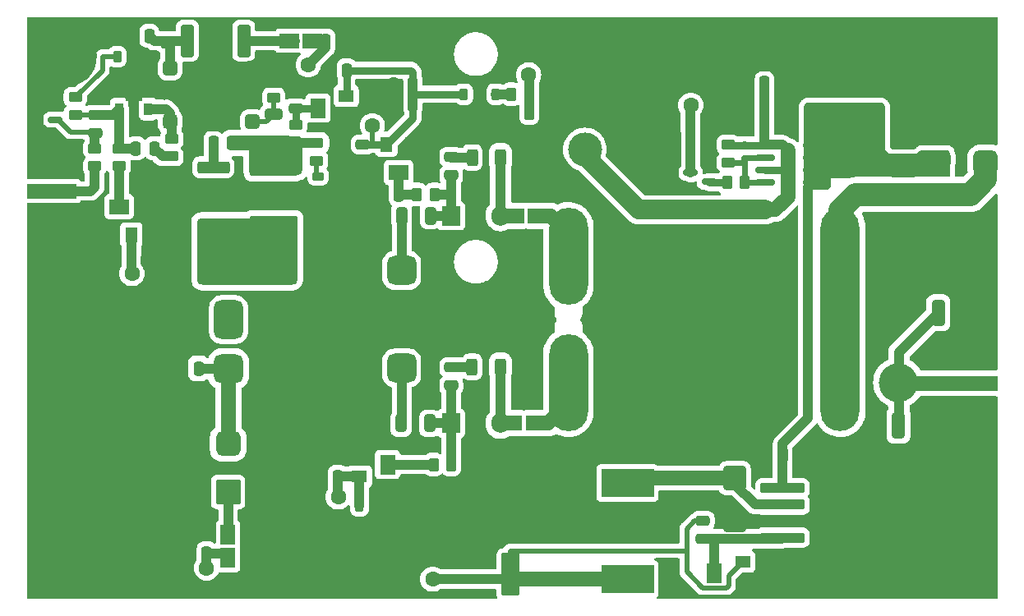
<source format=gbr>
%TF.GenerationSoftware,KiCad,Pcbnew,7.0.9*%
%TF.CreationDate,2023-12-01T18:49:35-05:00*%
%TF.ProjectId,RF_PA_ONLY,52465f50-415f-44f4-9e4c-592e6b696361,rev?*%
%TF.SameCoordinates,PX2faf080PY55d4a80*%
%TF.FileFunction,Copper,L1,Top*%
%TF.FilePolarity,Positive*%
%FSLAX46Y46*%
G04 Gerber Fmt 4.6, Leading zero omitted, Abs format (unit mm)*
G04 Created by KiCad (PCBNEW 7.0.9) date 2023-12-01 18:49:35*
%MOMM*%
%LPD*%
G01*
G04 APERTURE LIST*
G04 Aperture macros list*
%AMRoundRect*
0 Rectangle with rounded corners*
0 $1 Rounding radius*
0 $2 $3 $4 $5 $6 $7 $8 $9 X,Y pos of 4 corners*
0 Add a 4 corners polygon primitive as box body*
4,1,4,$2,$3,$4,$5,$6,$7,$8,$9,$2,$3,0*
0 Add four circle primitives for the rounded corners*
1,1,$1+$1,$2,$3*
1,1,$1+$1,$4,$5*
1,1,$1+$1,$6,$7*
1,1,$1+$1,$8,$9*
0 Add four rect primitives between the rounded corners*
20,1,$1+$1,$2,$3,$4,$5,0*
20,1,$1+$1,$4,$5,$6,$7,0*
20,1,$1+$1,$6,$7,$8,$9,0*
20,1,$1+$1,$8,$9,$2,$3,0*%
%AMFreePoly0*
4,1,9,3.862500,-0.866500,0.737500,-0.866500,0.737500,-0.450000,-0.737500,-0.450000,-0.737500,0.450000,0.737500,0.450000,0.737500,0.866500,3.862500,0.866500,3.862500,-0.866500,3.862500,-0.866500,$1*%
G04 Aperture macros list end*
%TA.AperFunction,SMDPad,CuDef*%
%ADD10R,2.000000X1.500000*%
%TD*%
%TA.AperFunction,SMDPad,CuDef*%
%ADD11R,1.500000X2.000000*%
%TD*%
%TA.AperFunction,SMDPad,CuDef*%
%ADD12RoundRect,0.250000X0.250000X0.475000X-0.250000X0.475000X-0.250000X-0.475000X0.250000X-0.475000X0*%
%TD*%
%TA.AperFunction,SMDPad,CuDef*%
%ADD13R,1.600000X1.300000*%
%TD*%
%TA.AperFunction,SMDPad,CuDef*%
%ADD14R,1.600000X2.000000*%
%TD*%
%TA.AperFunction,SMDPad,CuDef*%
%ADD15RoundRect,0.250000X-0.312500X-0.625000X0.312500X-0.625000X0.312500X0.625000X-0.312500X0.625000X0*%
%TD*%
%TA.AperFunction,ComponentPad*%
%ADD16C,6.400000*%
%TD*%
%TA.AperFunction,SMDPad,CuDef*%
%ADD17RoundRect,0.250000X-0.250000X-0.475000X0.250000X-0.475000X0.250000X0.475000X-0.250000X0.475000X0*%
%TD*%
%TA.AperFunction,SMDPad,CuDef*%
%ADD18RoundRect,0.250000X-0.262500X-0.450000X0.262500X-0.450000X0.262500X0.450000X-0.262500X0.450000X0*%
%TD*%
%TA.AperFunction,SMDPad,CuDef*%
%ADD19RoundRect,0.250000X-1.100000X0.325000X-1.100000X-0.325000X1.100000X-0.325000X1.100000X0.325000X0*%
%TD*%
%TA.AperFunction,SMDPad,CuDef*%
%ADD20RoundRect,0.250000X-0.400000X-1.075000X0.400000X-1.075000X0.400000X1.075000X-0.400000X1.075000X0*%
%TD*%
%TA.AperFunction,SMDPad,CuDef*%
%ADD21RoundRect,0.250000X-0.325000X-1.100000X0.325000X-1.100000X0.325000X1.100000X-0.325000X1.100000X0*%
%TD*%
%TA.AperFunction,SMDPad,CuDef*%
%ADD22RoundRect,0.108000X-2.347000X-0.972000X2.347000X-0.972000X2.347000X0.972000X-2.347000X0.972000X0*%
%TD*%
%TA.AperFunction,HeatsinkPad*%
%ADD23RoundRect,0.113000X-3.887000X-1.017000X3.887000X-1.017000X3.887000X1.017000X-3.887000X1.017000X0*%
%TD*%
%TA.AperFunction,SMDPad,CuDef*%
%ADD24RoundRect,0.250000X-0.900000X1.000000X-0.900000X-1.000000X0.900000X-1.000000X0.900000X1.000000X0*%
%TD*%
%TA.AperFunction,SMDPad,CuDef*%
%ADD25RoundRect,0.250000X1.100000X-0.325000X1.100000X0.325000X-1.100000X0.325000X-1.100000X-0.325000X0*%
%TD*%
%TA.AperFunction,SMDPad,CuDef*%
%ADD26RoundRect,0.250000X0.475000X-0.250000X0.475000X0.250000X-0.475000X0.250000X-0.475000X-0.250000X0*%
%TD*%
%TA.AperFunction,SMDPad,CuDef*%
%ADD27R,1.300000X1.600000*%
%TD*%
%TA.AperFunction,SMDPad,CuDef*%
%ADD28R,2.000000X1.600000*%
%TD*%
%TA.AperFunction,SMDPad,CuDef*%
%ADD29RoundRect,0.250000X-0.475000X0.250000X-0.475000X-0.250000X0.475000X-0.250000X0.475000X0.250000X0*%
%TD*%
%TA.AperFunction,SMDPad,CuDef*%
%ADD30RoundRect,0.250000X0.325000X0.650000X-0.325000X0.650000X-0.325000X-0.650000X0.325000X-0.650000X0*%
%TD*%
%TA.AperFunction,SMDPad,CuDef*%
%ADD31RoundRect,0.225000X0.375000X-0.225000X0.375000X0.225000X-0.375000X0.225000X-0.375000X-0.225000X0*%
%TD*%
%TA.AperFunction,SMDPad,CuDef*%
%ADD32RoundRect,0.127000X1.143000X-1.143000X1.143000X1.143000X-1.143000X1.143000X-1.143000X-1.143000X0*%
%TD*%
%TA.AperFunction,SMDPad,CuDef*%
%ADD33RoundRect,0.635000X-0.635000X-0.635000X0.635000X-0.635000X0.635000X0.635000X-0.635000X0.635000X0*%
%TD*%
%TA.AperFunction,SMDPad,CuDef*%
%ADD34RoundRect,0.250000X0.450000X-0.262500X0.450000X0.262500X-0.450000X0.262500X-0.450000X-0.262500X0*%
%TD*%
%TA.AperFunction,SMDPad,CuDef*%
%ADD35RoundRect,0.250000X1.425000X-0.362500X1.425000X0.362500X-1.425000X0.362500X-1.425000X-0.362500X0*%
%TD*%
%TA.AperFunction,SMDPad,CuDef*%
%ADD36RoundRect,0.250000X0.262500X0.450000X-0.262500X0.450000X-0.262500X-0.450000X0.262500X-0.450000X0*%
%TD*%
%TA.AperFunction,SMDPad,CuDef*%
%ADD37RoundRect,0.750000X-0.750000X-0.750000X0.750000X-0.750000X0.750000X0.750000X-0.750000X0.750000X0*%
%TD*%
%TA.AperFunction,SMDPad,CuDef*%
%ADD38RoundRect,0.750000X-0.750000X-1.250000X0.750000X-1.250000X0.750000X1.250000X-0.750000X1.250000X0*%
%TD*%
%TA.AperFunction,SMDPad,CuDef*%
%ADD39RoundRect,0.150000X-0.587500X-0.150000X0.587500X-0.150000X0.587500X0.150000X-0.587500X0.150000X0*%
%TD*%
%TA.AperFunction,SMDPad,CuDef*%
%ADD40RoundRect,0.250000X0.250000X1.500000X-0.250000X1.500000X-0.250000X-1.500000X0.250000X-1.500000X0*%
%TD*%
%TA.AperFunction,SMDPad,CuDef*%
%ADD41RoundRect,0.250001X0.499999X1.449999X-0.499999X1.449999X-0.499999X-1.449999X0.499999X-1.449999X0*%
%TD*%
%TA.AperFunction,SMDPad,CuDef*%
%ADD42RoundRect,0.150000X-0.825000X-0.150000X0.825000X-0.150000X0.825000X0.150000X-0.825000X0.150000X0*%
%TD*%
%TA.AperFunction,SMDPad,CuDef*%
%ADD43RoundRect,0.127000X1.143000X1.143000X-1.143000X1.143000X-1.143000X-1.143000X1.143000X-1.143000X0*%
%TD*%
%TA.AperFunction,SMDPad,CuDef*%
%ADD44RoundRect,0.635000X0.635000X-0.635000X0.635000X0.635000X-0.635000X0.635000X-0.635000X-0.635000X0*%
%TD*%
%TA.AperFunction,SMDPad,CuDef*%
%ADD45R,5.400000X2.900000*%
%TD*%
%TA.AperFunction,SMDPad,CuDef*%
%ADD46RoundRect,0.250000X-0.450000X0.262500X-0.450000X-0.262500X0.450000X-0.262500X0.450000X0.262500X0*%
%TD*%
%TA.AperFunction,SMDPad,CuDef*%
%ADD47RoundRect,0.150000X0.200000X-0.150000X0.200000X0.150000X-0.200000X0.150000X-0.200000X-0.150000X0*%
%TD*%
%TA.AperFunction,SMDPad,CuDef*%
%ADD48RoundRect,0.381000X-0.381000X-0.381000X0.381000X-0.381000X0.381000X0.381000X-0.381000X0.381000X0*%
%TD*%
%TA.AperFunction,SMDPad,CuDef*%
%ADD49RoundRect,0.375000X-0.375000X-0.375000X0.375000X-0.375000X0.375000X0.375000X-0.375000X0.375000X0*%
%TD*%
%TA.AperFunction,SMDPad,CuDef*%
%ADD50RoundRect,0.250000X0.700000X-1.950000X0.700000X1.950000X-0.700000X1.950000X-0.700000X-1.950000X0*%
%TD*%
%TA.AperFunction,SMDPad,CuDef*%
%ADD51RoundRect,0.250000X0.650000X-0.325000X0.650000X0.325000X-0.650000X0.325000X-0.650000X-0.325000X0*%
%TD*%
%TA.AperFunction,SMDPad,CuDef*%
%ADD52RoundRect,0.225000X0.225000X0.375000X-0.225000X0.375000X-0.225000X-0.375000X0.225000X-0.375000X0*%
%TD*%
%TA.AperFunction,SMDPad,CuDef*%
%ADD53RoundRect,0.250000X0.425000X1.425000X-0.425000X1.425000X-0.425000X-1.425000X0.425000X-1.425000X0*%
%TD*%
%TA.AperFunction,SMDPad,CuDef*%
%ADD54RoundRect,0.225000X-0.225000X-0.375000X0.225000X-0.375000X0.225000X0.375000X-0.225000X0.375000X0*%
%TD*%
%TA.AperFunction,ComponentPad*%
%ADD55C,1.400000*%
%TD*%
%TA.AperFunction,ComponentPad*%
%ADD56R,3.500000X3.500000*%
%TD*%
%TA.AperFunction,ComponentPad*%
%ADD57C,3.500000*%
%TD*%
%TA.AperFunction,SMDPad,CuDef*%
%ADD58R,5.080000X1.500000*%
%TD*%
%TA.AperFunction,SMDPad,CuDef*%
%ADD59R,0.900000X1.300000*%
%TD*%
%TA.AperFunction,SMDPad,CuDef*%
%ADD60FreePoly0,90.000000*%
%TD*%
%TA.AperFunction,ComponentPad*%
%ADD61O,4.000000X10.000000*%
%TD*%
%TA.AperFunction,ComponentPad*%
%ADD62O,4.000000X23.000000*%
%TD*%
%TA.AperFunction,ComponentPad*%
%ADD63C,4.000000*%
%TD*%
%TA.AperFunction,SMDPad,CuDef*%
%ADD64RoundRect,0.250000X-2.050000X-0.300000X2.050000X-0.300000X2.050000X0.300000X-2.050000X0.300000X0*%
%TD*%
%TA.AperFunction,SMDPad,CuDef*%
%ADD65RoundRect,0.250000X-2.025000X-2.375000X2.025000X-2.375000X2.025000X2.375000X-2.025000X2.375000X0*%
%TD*%
%TA.AperFunction,SMDPad,CuDef*%
%ADD66RoundRect,0.250002X-4.449998X-5.149998X4.449998X-5.149998X4.449998X5.149998X-4.449998X5.149998X0*%
%TD*%
%TA.AperFunction,ComponentPad*%
%ADD67R,1.905000X2.000000*%
%TD*%
%TA.AperFunction,ComponentPad*%
%ADD68O,1.905000X2.000000*%
%TD*%
%TA.AperFunction,ViaPad*%
%ADD69C,0.800000*%
%TD*%
%TA.AperFunction,ViaPad*%
%ADD70C,1.600000*%
%TD*%
%TA.AperFunction,ViaPad*%
%ADD71C,1.000000*%
%TD*%
%TA.AperFunction,Conductor*%
%ADD72C,2.400000*%
%TD*%
%TA.AperFunction,Conductor*%
%ADD73C,0.600000*%
%TD*%
%TA.AperFunction,Conductor*%
%ADD74C,0.800000*%
%TD*%
%TA.AperFunction,Conductor*%
%ADD75C,1.000000*%
%TD*%
%TA.AperFunction,Conductor*%
%ADD76C,1.500000*%
%TD*%
%TA.AperFunction,Conductor*%
%ADD77C,0.500000*%
%TD*%
%TA.AperFunction,Conductor*%
%ADD78C,2.000000*%
%TD*%
G04 APERTURE END LIST*
D10*
%TO.P,JP2,1,A*%
%TO.N,/DRN_T1*%
X52600000Y-20500000D03*
%TO.P,JP2,2,B*%
%TO.N,/DRN_1*%
X50200000Y-20500000D03*
%TD*%
%TO.P,JP4,1,A*%
%TO.N,Net-(JP4-A)*%
X27047000Y-2456000D03*
%TO.P,JP4,2,B*%
%TO.N,+7V_TX*%
X29447000Y-2456000D03*
%TD*%
D11*
%TO.P,JP3,1,A*%
%TO.N,Net-(JP3-A)*%
X20730000Y-53380000D03*
%TO.P,JP3,2,B*%
%TO.N,+7V_TX*%
X20730000Y-55780000D03*
%TD*%
D10*
%TO.P,JP1,1,A*%
%TO.N,/DRN_2*%
X50000000Y-41900000D03*
%TO.P,JP1,2,B*%
%TO.N,/DRN_T2*%
X52400000Y-41900000D03*
%TD*%
D12*
%TO.P,C6,1*%
%TO.N,Net-(C6-Pad1)*%
X12606000Y-1948000D03*
%TO.P,C6,2*%
%TO.N,Earth*%
X10706000Y-1948000D03*
%TD*%
D13*
%TO.P,RV3,1,1*%
%TO.N,Earth*%
X34275000Y-44894000D03*
D14*
%TO.P,RV3,2,2*%
%TO.N,Net-(C12-Pad2)*%
X37175000Y-46144000D03*
D13*
%TO.P,RV3,3,3*%
%TO.N,+5V_TX*%
X34275000Y-47394000D03*
%TD*%
D15*
%TO.P,R9,1*%
%TO.N,Net-(C15-Pad1)*%
X45881000Y-14500000D03*
%TO.P,R9,2*%
%TO.N,/DRN_1*%
X48806000Y-14500000D03*
%TD*%
%TO.P,R10,1*%
%TO.N,Net-(C14-Pad1)*%
X45870300Y-36085600D03*
%TO.P,R10,2*%
%TO.N,/DRN_2*%
X48795300Y-36085600D03*
%TD*%
D16*
%TO.P,H4,1,1*%
%TO.N,Earth*%
X96000000Y-56000000D03*
%TD*%
D17*
%TO.P,C33,1*%
%TO.N,+7V_TX*%
X30772000Y-2456000D03*
%TO.P,C33,2*%
%TO.N,Earth*%
X32672000Y-2456000D03*
%TD*%
D18*
%TO.P,R6,1*%
%TO.N,Net-(C12-Pad2)*%
X41901000Y-46144000D03*
%TO.P,R6,2*%
%TO.N,Net-(Q3-G)*%
X43726000Y-46144000D03*
%TD*%
D19*
%TO.P,C17,1*%
%TO.N,/DRN_T*%
X91680000Y-18302000D03*
%TO.P,C17,2*%
%TO.N,Earth*%
X91680000Y-21252000D03*
%TD*%
D20*
%TO.P,R12,1*%
%TO.N,/FLT_IN*%
X93900000Y-30500000D03*
%TO.P,R12,2*%
%TO.N,Earth*%
X97000000Y-30500000D03*
%TD*%
D21*
%TO.P,C28,1*%
%TO.N,Earth*%
X17830000Y-40683000D03*
%TO.P,C28,2*%
%TO.N,/P_DT*%
X20780000Y-40683000D03*
%TD*%
D22*
%TO.P,Q4,1,D*%
%TO.N,/P_D*%
X25438000Y-21608000D03*
%TO.P,Q4,2,G*%
%TO.N,/P_G*%
X25438000Y-15308000D03*
D23*
%TO.P,Q4,3,S*%
%TO.N,Earth*%
X25438000Y-18458000D03*
%TD*%
D20*
%TO.P,R11,1*%
%TO.N,/FLT_IN*%
X89801000Y-42080000D03*
%TO.P,R11,2*%
%TO.N,Earth*%
X92901000Y-42080000D03*
%TD*%
D24*
%TO.P,D5,1,K*%
%TO.N,Net-(D5-K)*%
X72936000Y-47550000D03*
%TO.P,D5,2,A*%
%TO.N,Earth*%
X72936000Y-51850000D03*
%TD*%
D25*
%TO.P,C18,1*%
%TO.N,Earth*%
X88430000Y-21252000D03*
%TO.P,C18,2*%
%TO.N,/DRN_T*%
X88430000Y-18302000D03*
%TD*%
D26*
%TO.P,C7,1*%
%TO.N,Net-(C6-Pad1)*%
X14516000Y-2710000D03*
%TO.P,C7,2*%
%TO.N,Earth*%
X14516000Y-810000D03*
%TD*%
D27*
%TO.P,RV2,1,1*%
%TO.N,Earth*%
X39540400Y-13145000D03*
D28*
%TO.P,RV2,2,2*%
%TO.N,Net-(C11-Pad2)*%
X38290400Y-16045000D03*
D27*
%TO.P,RV2,3,3*%
%TO.N,+5V_TX*%
X37040400Y-13145000D03*
%TD*%
D29*
%TO.P,C15,1*%
%TO.N,Net-(C15-Pad1)*%
X43720000Y-14420000D03*
%TO.P,C15,2*%
%TO.N,Net-(Q2-G)*%
X43720000Y-16320000D03*
%TD*%
D12*
%TO.P,C3,1*%
%TO.N,+5V_TX*%
X10756800Y-25000000D03*
%TO.P,C3,2*%
%TO.N,Earth*%
X8856800Y-25000000D03*
%TD*%
D30*
%TO.P,C9,1*%
%TO.N,Net-(Q3-G)*%
X41500000Y-41900000D03*
%TO.P,C9,2*%
%TO.N,Net-(T2-PR2)*%
X38550000Y-41900000D03*
%TD*%
D31*
%TO.P,D7,1,K*%
%TO.N,Earth*%
X30010000Y-19727000D03*
%TO.P,D7,2,A*%
%TO.N,Net-(D7-A)*%
X30010000Y-16427000D03*
%TD*%
D29*
%TO.P,C1,1*%
%TO.N,Net-(Q1-G)*%
X7023000Y-10081000D03*
%TO.P,C1,2*%
%TO.N,Net-(C1-Pad2)*%
X7023000Y-11981000D03*
%TD*%
D32*
%TO.P,L3,1,1*%
%TO.N,+12V_TX*%
X93790000Y-15050000D03*
D33*
%TO.P,L3,2,2*%
%TO.N,/DRN_T*%
X98790000Y-15050000D03*
%TD*%
D17*
%TO.P,C24,1*%
%TO.N,Net-(C24-Pad1)*%
X19215000Y-12997000D03*
%TO.P,C24,2*%
%TO.N,/P_G*%
X21115000Y-12997000D03*
%TD*%
D34*
%TO.P,R2,1*%
%TO.N,Net-(C2-Pad1)*%
X9512200Y-15380800D03*
%TO.P,R2,2*%
%TO.N,Net-(Q1-G)*%
X9512200Y-13555800D03*
%TD*%
D35*
%TO.P,R15,1*%
%TO.N,/P_D*%
X19215000Y-21420500D03*
%TO.P,R15,2*%
%TO.N,Net-(C24-Pad1)*%
X19215000Y-15495500D03*
%TD*%
D29*
%TO.P,C14,1*%
%TO.N,Net-(C14-Pad1)*%
X43726000Y-36111000D03*
%TO.P,C14,2*%
%TO.N,Net-(Q3-G)*%
X43726000Y-38011000D03*
%TD*%
D36*
%TO.P,R7,1*%
%TO.N,Earth*%
X45527500Y-39794000D03*
%TO.P,R7,2*%
%TO.N,Net-(Q3-G)*%
X43702500Y-39794000D03*
%TD*%
D37*
%TO.P,T2,1,PR1*%
%TO.N,Net-(T2-PR1)*%
X38620000Y-26120000D03*
D38*
%TO.P,T2,2,PM*%
%TO.N,unconnected-(T2-PM-Pad2)*%
X20780000Y-31200000D03*
D37*
%TO.P,T2,3,PR2*%
%TO.N,Net-(T2-PR2)*%
X38620000Y-36200000D03*
%TO.P,T2,4,S1*%
%TO.N,/P_DT*%
X20780000Y-36280000D03*
%TO.P,T2,5,S2*%
%TO.N,/P_D*%
X20780000Y-26120000D03*
%TD*%
D26*
%TO.P,C10,1*%
%TO.N,Earth*%
X34607400Y-15049400D03*
%TO.P,C10,2*%
%TO.N,+5V_TX*%
X34607400Y-13149400D03*
%TD*%
D17*
%TO.P,C20,1*%
%TO.N,Earth*%
X74094200Y-11193600D03*
%TO.P,C20,2*%
%TO.N,+12V*%
X75994200Y-11193600D03*
%TD*%
D39*
%TO.P,Q5,1,G*%
%TO.N,Net-(Q5-G)*%
X68389400Y-16050000D03*
%TO.P,Q5,2,S*%
%TO.N,Earth*%
X68389400Y-17950000D03*
%TO.P,Q5,3,D*%
%TO.N,Net-(Q5-D)*%
X70264400Y-17000000D03*
%TD*%
D40*
%TO.P,J4,1,Pin_1*%
%TO.N,+12V*%
X76000000Y-7850000D03*
%TO.P,J4,2,Pin_2*%
%TO.N,Earth*%
X74000000Y-7850000D03*
D41*
%TO.P,J4,MP,MountPin*%
X78350000Y-2100000D03*
X71650000Y-2100000D03*
%TD*%
D36*
%TO.P,R3,1*%
%TO.N,Earth*%
X11337200Y-11500000D03*
%TO.P,R3,2*%
%TO.N,Net-(Q1-G)*%
X9512200Y-11500000D03*
%TD*%
D40*
%TO.P,J3,1,Pin_1*%
%TO.N,+5V_TX*%
X39773000Y-7973000D03*
%TO.P,J3,2,Pin_2*%
%TO.N,Earth*%
X37773000Y-7973000D03*
D41*
%TO.P,J3,MP,MountPin*%
X42123000Y-2223000D03*
X35423000Y-2223000D03*
%TD*%
D42*
%TO.P,Q6,1,S1*%
%TO.N,+12V*%
X76049000Y-13251000D03*
%TO.P,Q6,2,G1*%
%TO.N,Net-(D4-A)*%
X76049000Y-14521000D03*
%TO.P,Q6,3,S2*%
%TO.N,+12V*%
X76049000Y-15791000D03*
%TO.P,Q6,4,G2*%
%TO.N,Net-(D4-A)*%
X76049000Y-17061000D03*
%TO.P,Q6,5,D2*%
%TO.N,+12V_TX*%
X80999000Y-17061000D03*
%TO.P,Q6,6,D2*%
X80999000Y-15791000D03*
%TO.P,Q6,7,D1*%
X80999000Y-14521000D03*
%TO.P,Q6,8,D1*%
X80999000Y-13251000D03*
%TD*%
D17*
%TO.P,C19,1*%
%TO.N,Net-(Q5-G)*%
X68379200Y-11244400D03*
%TO.P,C19,2*%
%TO.N,Earth*%
X70279200Y-11244400D03*
%TD*%
D43*
%TO.P,L5,1,1*%
%TO.N,Net-(JP3-A)*%
X20739000Y-48985000D03*
D44*
%TO.P,L5,2,2*%
%TO.N,/P_DT*%
X20739000Y-43985000D03*
%TD*%
D12*
%TO.P,C30,1*%
%TO.N,Earth*%
X79789000Y-45128000D03*
%TO.P,C30,2*%
%TO.N,+12V_TX*%
X77889000Y-45128000D03*
%TD*%
D45*
%TO.P,L6,1,1*%
%TO.N,Net-(D5-K)*%
X61887000Y-48052000D03*
%TO.P,L6,2,2*%
%TO.N,+7V_TX*%
X61887000Y-57952000D03*
%TD*%
D46*
%TO.P,R13,1*%
%TO.N,Earth*%
X25438000Y-6475000D03*
%TO.P,R13,2*%
%TO.N,Net-(C23-Pad2)*%
X25438000Y-8300000D03*
%TD*%
%TO.P,R19,1*%
%TO.N,+12V*%
X72250200Y-13174800D03*
%TO.P,R19,2*%
%TO.N,Net-(D4-A)*%
X72250200Y-14999800D03*
%TD*%
D34*
%TO.P,R4,1*%
%TO.N,Net-(C4-Pad1)*%
X14947800Y-14390200D03*
%TO.P,R4,2*%
%TO.N,Net-(Q1-D)*%
X14947800Y-12565200D03*
%TD*%
D47*
%TO.P,D4,1,K*%
%TO.N,+12V*%
X73977400Y-13174800D03*
%TO.P,D4,2,A*%
%TO.N,Net-(D4-A)*%
X73977400Y-14574800D03*
%TD*%
D19*
%TO.P,C16,1*%
%TO.N,Earth*%
X90280000Y-13045000D03*
%TO.P,C16,2*%
%TO.N,+12V_TX*%
X90280000Y-15995000D03*
%TD*%
D12*
%TO.P,C25,1*%
%TO.N,/P_DT*%
X17691000Y-36238000D03*
%TO.P,C25,2*%
%TO.N,Earth*%
X15791000Y-36238000D03*
%TD*%
D48*
%TO.P,L4,1,1*%
%TO.N,Net-(C6-Pad1)*%
X14750000Y-5294000D03*
D49*
%TO.P,L4,2,2*%
%TO.N,Net-(Q1-D)*%
X14750000Y-10794000D03*
D48*
%TO.P,L4,3,3*%
%TO.N,Net-(C23-Pad2)*%
X23250000Y-10794000D03*
%TO.P,L4,4,4*%
%TO.N,Earth*%
X23250000Y-5294000D03*
%TD*%
D17*
%TO.P,C2,1*%
%TO.N,Net-(C2-Pad1)*%
X9512200Y-17188000D03*
%TO.P,C2,2*%
%TO.N,Earth*%
X11412200Y-17188000D03*
%TD*%
D12*
%TO.P,C4,1*%
%TO.N,Net-(C4-Pad1)*%
X13139400Y-13555800D03*
%TO.P,C4,2*%
%TO.N,Net-(Q1-G)*%
X11239400Y-13555800D03*
%TD*%
D17*
%TO.P,C32,1*%
%TO.N,Earth*%
X16614000Y-55288000D03*
%TO.P,C32,2*%
%TO.N,+7V_TX*%
X18514000Y-55288000D03*
%TD*%
D29*
%TO.P,C31,1*%
%TO.N,+7V_TX*%
X69634000Y-51925000D03*
%TO.P,C31,2*%
%TO.N,Net-(U1-FB)*%
X69634000Y-53825000D03*
%TD*%
D39*
%TO.P,D1,1,K*%
%TO.N,Earth*%
X1054000Y-9634000D03*
%TO.P,D1,2,A*%
X1054000Y-11534000D03*
%TO.P,D1,3,K*%
%TO.N,Net-(C1-Pad2)*%
X2929000Y-10584000D03*
%TD*%
D26*
%TO.P,C12,1*%
%TO.N,Earth*%
X40043000Y-48044000D03*
%TO.P,C12,2*%
%TO.N,Net-(C12-Pad2)*%
X40043000Y-46144000D03*
%TD*%
D50*
%TO.P,C29,1*%
%TO.N,+7V_TX*%
X49822000Y-57479000D03*
%TO.P,C29,2*%
%TO.N,Earth*%
X49822000Y-48779000D03*
%TD*%
D29*
%TO.P,C5,1*%
%TO.N,Net-(JP4-A)*%
X25438000Y-2456000D03*
%TO.P,C5,2*%
%TO.N,Earth*%
X25438000Y-4356000D03*
%TD*%
D34*
%TO.P,R21,1*%
%TO.N,Net-(D7-A)*%
X29859500Y-14822000D03*
%TO.P,R21,2*%
%TO.N,/P_G*%
X29859500Y-12997000D03*
%TD*%
D51*
%TO.P,C23,1*%
%TO.N,/P_G*%
X25438000Y-12997000D03*
%TO.P,C23,2*%
%TO.N,Net-(C23-Pad2)*%
X25438000Y-10047000D03*
%TD*%
D13*
%TO.P,RV4,1,1*%
%TO.N,Earth*%
X32900000Y-10650000D03*
D14*
%TO.P,RV4,2,2*%
%TO.N,Net-(C22-Pad2)*%
X30000000Y-9400000D03*
D13*
%TO.P,RV4,3,3*%
%TO.N,+5V_TX*%
X32900000Y-8150000D03*
%TD*%
D52*
%TO.P,D2,1,K*%
%TO.N,Net-(D2-K)*%
X48322400Y-7967800D03*
%TO.P,D2,2,A*%
%TO.N,+5V_TX*%
X45022400Y-7967800D03*
%TD*%
D53*
%TO.P,L1,1,1*%
%TO.N,Net-(JP4-A)*%
X22348000Y-2456000D03*
%TO.P,L1,2,2*%
%TO.N,Net-(C6-Pad1)*%
X16548000Y-2456000D03*
%TD*%
D54*
%TO.P,D3,1,K*%
%TO.N,+5V_TX*%
X34277200Y-50411200D03*
%TO.P,D3,2,A*%
%TO.N,Earth*%
X37577200Y-50411200D03*
%TD*%
D18*
%TO.P,R5,1*%
%TO.N,Net-(C11-Pad2)*%
X40175000Y-18300000D03*
%TO.P,R5,2*%
%TO.N,Net-(Q2-G)*%
X42000000Y-18300000D03*
%TD*%
D34*
%TO.P,R1,1*%
%TO.N,Net-(J1-In)*%
X6997600Y-15384600D03*
%TO.P,R1,2*%
%TO.N,Net-(C1-Pad2)*%
X6997600Y-13559600D03*
%TD*%
D55*
%TO.P,J5,*%
%TO.N,Earth*%
X54500000Y-3675000D03*
X65500000Y-3675000D03*
D56*
%TO.P,J5,1,Pin_1*%
X62500000Y-13675000D03*
D57*
%TO.P,J5,2,Pin_2*%
%TO.N,+12V*%
X57500000Y-13675000D03*
%TD*%
D58*
%TO.P,J1,1,In*%
%TO.N,Net-(J1-In)*%
X2578000Y-17950000D03*
%TO.P,J1,2,Ext*%
%TO.N,Earth*%
X2578000Y-22200000D03*
X2578000Y-13700000D03*
%TD*%
D17*
%TO.P,C13,1*%
%TO.N,Earth*%
X30142000Y-47414000D03*
%TO.P,C13,2*%
%TO.N,+5V_TX*%
X32042000Y-47414000D03*
%TD*%
D12*
%TO.P,C27,1*%
%TO.N,+5V_TX*%
X32931000Y-5504000D03*
%TO.P,C27,2*%
%TO.N,Earth*%
X31031000Y-5504000D03*
%TD*%
D17*
%TO.P,C26,1*%
%TO.N,Net-(JP3-A)*%
X20744000Y-51605000D03*
%TO.P,C26,2*%
%TO.N,Earth*%
X22644000Y-51605000D03*
%TD*%
D16*
%TO.P,H2,1,1*%
%TO.N,Earth*%
X96000000Y-4000000D03*
%TD*%
D59*
%TO.P,Q1,1,G*%
%TO.N,Net-(Q1-G)*%
X9512200Y-9517200D03*
D60*
%TO.P,Q1,2,S*%
%TO.N,Earth*%
X11012200Y-9429700D03*
D59*
%TO.P,Q1,3,D*%
%TO.N,Net-(Q1-D)*%
X12512200Y-9517200D03*
%TD*%
D30*
%TO.P,C8,1*%
%TO.N,Net-(Q2-G)*%
X41570600Y-20500000D03*
%TO.P,C8,2*%
%TO.N,Net-(T2-PR1)*%
X38620600Y-20500000D03*
%TD*%
D58*
%TO.P,J2,1,In*%
%TO.N,/FLT_IN*%
X97447000Y-37762000D03*
%TO.P,J2,2,Ext*%
%TO.N,Earth*%
X97447000Y-33512000D03*
X97447000Y-42012000D03*
%TD*%
D36*
%TO.P,R17,1*%
%TO.N,Net-(Q5-G)*%
X51752400Y-9923600D03*
%TO.P,R17,2*%
%TO.N,Earth*%
X49927400Y-9923600D03*
%TD*%
%TO.P,R8,1*%
%TO.N,Earth*%
X45525000Y-18300000D03*
%TO.P,R8,2*%
%TO.N,Net-(Q2-G)*%
X43700000Y-18300000D03*
%TD*%
D61*
%TO.P,T1,1,PR1*%
%TO.N,/DRN_T1*%
X55800000Y-24700000D03*
D62*
%TO.P,T1,2,PM*%
%TO.N,/DRN_T*%
X83800000Y-31200000D03*
D61*
%TO.P,T1,3,PR2*%
%TO.N,/DRN_T2*%
X55800000Y-37700000D03*
D63*
%TO.P,T1,4,S1*%
%TO.N,/FLT_IN*%
X89800000Y-37700000D03*
%TO.P,T1,5,S2*%
%TO.N,Earth*%
X89800000Y-24700000D03*
%TD*%
D52*
%TO.P,D6,1,K*%
%TO.N,Earth*%
X12610000Y-4107000D03*
%TO.P,D6,2,A*%
%TO.N,Net-(D6-A)*%
X9310000Y-4107000D03*
%TD*%
D13*
%TO.P,RV5,1,1*%
%TO.N,Earth*%
X73751000Y-58644000D03*
D14*
%TO.P,RV5,2,2*%
%TO.N,Net-(U1-FB)*%
X70851000Y-57394000D03*
D13*
%TO.P,RV5,3,3*%
%TO.N,+7V_TX*%
X73751000Y-56144000D03*
%TD*%
D29*
%TO.P,C22,1*%
%TO.N,Earth*%
X27700000Y-7500000D03*
%TO.P,C22,2*%
%TO.N,Net-(C22-Pad2)*%
X27700000Y-9400000D03*
%TD*%
D46*
%TO.P,R14,1*%
%TO.N,Net-(C22-Pad2)*%
X27700000Y-11172000D03*
%TO.P,R14,2*%
%TO.N,/P_G*%
X27700000Y-12997000D03*
%TD*%
D50*
%TO.P,C21,1*%
%TO.N,+12V_TX*%
X85470000Y-11160000D03*
%TO.P,C21,2*%
%TO.N,Earth*%
X85470000Y-2460000D03*
%TD*%
D27*
%TO.P,RV1,1,1*%
%TO.N,Earth*%
X8262200Y-22475600D03*
D28*
%TO.P,RV1,2,2*%
%TO.N,Net-(C2-Pad1)*%
X9512200Y-19575600D03*
D27*
%TO.P,RV1,3,3*%
%TO.N,+5V_TX*%
X10762200Y-22475600D03*
%TD*%
D17*
%TO.P,C11,1*%
%TO.N,Earth*%
X36390400Y-18300000D03*
%TO.P,C11,2*%
%TO.N,Net-(C11-Pad2)*%
X38290400Y-18300000D03*
%TD*%
D16*
%TO.P,H1,1,1*%
%TO.N,Earth*%
X4000000Y-4000000D03*
%TD*%
%TO.P,H3,1,1*%
%TO.N,Earth*%
X4000000Y-56000000D03*
%TD*%
D46*
%TO.P,R20,1*%
%TO.N,Net-(D6-A)*%
X4991000Y-8251000D03*
%TO.P,R20,2*%
%TO.N,Net-(Q1-G)*%
X4991000Y-10076000D03*
%TD*%
D18*
%TO.P,R18,1*%
%TO.N,Net-(Q5-D)*%
X72127000Y-17061000D03*
%TO.P,R18,2*%
%TO.N,Net-(D4-A)*%
X73952000Y-17061000D03*
%TD*%
D64*
%TO.P,U1,1,VIN*%
%TO.N,+12V_TX*%
X77859000Y-48586000D03*
%TO.P,U1,2,OUT*%
%TO.N,Net-(D5-K)*%
X77859000Y-50286000D03*
%TO.P,U1,3,GND*%
%TO.N,Earth*%
X77859000Y-51986000D03*
D65*
X84584000Y-49211000D03*
X84584000Y-54761000D03*
D66*
X87009000Y-51986000D03*
D65*
X89434000Y-49211000D03*
X89434000Y-54761000D03*
D64*
%TO.P,U1,4,FB*%
%TO.N,Net-(U1-FB)*%
X77859000Y-53686000D03*
%TO.P,U1,5,~{ON}/OFF*%
%TO.N,Earth*%
X77859000Y-55386000D03*
%TD*%
D36*
%TO.P,R16,1*%
%TO.N,Net-(Q5-G)*%
X51748600Y-7967800D03*
%TO.P,R16,2*%
%TO.N,Net-(D2-K)*%
X49923600Y-7967800D03*
%TD*%
D67*
%TO.P,Q3,1,G*%
%TO.N,Net-(Q3-G)*%
X43720000Y-41900000D03*
D68*
%TO.P,Q3,2,S*%
%TO.N,Earth*%
X46260000Y-41900000D03*
%TO.P,Q3,3,D*%
%TO.N,/DRN_2*%
X48800000Y-41900000D03*
%TD*%
D67*
%TO.P,Q2,1,G*%
%TO.N,Net-(Q2-G)*%
X43720000Y-20500000D03*
D68*
%TO.P,Q2,2,S*%
%TO.N,Earth*%
X46260000Y-20500000D03*
%TO.P,Q2,3,D*%
%TO.N,/DRN_1*%
X48800000Y-20500000D03*
%TD*%
D69*
%TO.N,Earth*%
X91270000Y-12150000D03*
X2590000Y-12380000D03*
X93500000Y-21270000D03*
X90040000Y-21270000D03*
X72290000Y-9130000D03*
X72280000Y-11190000D03*
X68490000Y-4620000D03*
D70*
X1435000Y-7790000D03*
D69*
X46500000Y-17000000D03*
X33500000Y-500000D03*
X41500000Y-30500000D03*
D70*
X13500000Y-36000000D03*
D69*
X24000000Y-47500000D03*
D70*
X15000000Y-31000000D03*
D69*
X16500000Y-5500000D03*
X41500000Y-48000000D03*
X99000000Y-22500000D03*
D70*
X68500000Y-42500000D03*
D69*
X41500000Y-25500000D03*
X39000000Y-50500000D03*
X27000000Y-52000000D03*
D70*
X62500000Y-42500000D03*
D69*
X24000000Y-45000000D03*
D70*
X32550000Y-19347000D03*
D71*
X7912000Y-7282000D03*
D70*
X28740000Y-18458000D03*
D69*
X47000000Y-55000000D03*
D70*
X66000000Y-17000000D03*
X87000000Y-59000000D03*
D69*
X18500000Y-52000000D03*
X48500000Y-10000000D03*
X15500000Y-52000000D03*
X7500000Y-59000000D03*
X93000000Y-22500000D03*
X46500000Y-30000000D03*
D70*
X68500000Y-26000000D03*
D69*
X19000000Y-1000000D03*
X41500000Y-23000000D03*
X24500000Y-5500000D03*
D71*
X10960000Y-4107000D03*
D69*
X15500000Y-39500000D03*
X16500000Y-8500000D03*
D70*
X25438000Y-18458000D03*
D69*
X41000000Y-12000000D03*
D70*
X32550000Y-21887000D03*
X88000000Y-45000000D03*
D71*
X9309000Y-5758000D03*
D69*
X97500000Y-22500000D03*
X19500000Y-8500000D03*
D70*
X53500000Y-17000000D03*
D69*
X48500000Y-45500000D03*
X99000000Y-28000000D03*
X40000000Y-50500000D03*
X36000000Y-42500000D03*
X17500000Y-13000000D03*
D70*
X75000000Y-1500000D03*
X46500000Y-46000000D03*
D69*
X41500000Y-37500000D03*
D70*
X78000000Y-59000000D03*
X97500000Y-11500000D03*
X60000000Y-1500000D03*
X14897000Y-17188000D03*
D69*
X52000000Y-37000000D03*
X36500000Y-9000000D03*
X92000000Y-7000000D03*
X78500000Y-9500000D03*
X9000000Y-1000000D03*
D70*
X93000000Y-49000000D03*
X32500000Y-37000000D03*
D69*
X62500000Y-11000000D03*
D70*
X32550000Y-31000000D03*
D71*
X10960000Y-7155000D03*
X7912000Y-8552000D03*
D69*
X42000000Y-55000000D03*
X41500000Y-35000000D03*
X7500000Y-42500000D03*
X41500000Y-44000000D03*
X94500000Y-22500000D03*
D70*
X32550000Y-17061000D03*
X32550000Y-26000000D03*
D69*
X83500000Y-3500000D03*
D70*
X62500000Y-31000000D03*
X68500000Y-1500000D03*
D69*
X15500000Y-42500000D03*
X50500000Y-45500000D03*
X37500000Y-55000000D03*
D70*
X2500000Y-27500000D03*
D71*
X12611000Y-11498400D03*
D69*
X19215000Y-18458000D03*
X30000000Y-55000000D03*
D70*
X97500000Y-31000000D03*
D69*
X24000000Y-52000000D03*
X87500000Y-3500000D03*
X19500000Y-5500000D03*
X52000000Y-26000000D03*
X28500000Y-47500000D03*
D70*
X62500000Y-26000000D03*
D69*
X15500000Y-47500000D03*
X92000000Y-1000000D03*
X41500000Y-28000000D03*
D70*
X32550000Y-14775000D03*
X53500000Y-11500000D03*
D69*
X24000000Y-55000000D03*
X91500000Y-22500000D03*
D70*
X74000000Y-26000000D03*
D69*
X15500000Y-45000000D03*
X96000000Y-22500000D03*
D70*
X15000000Y-27500000D03*
D69*
X46500000Y-34000000D03*
X71500000Y-44500000D03*
D70*
X93000000Y-45000000D03*
D69*
X25500000Y-500000D03*
X34000000Y-42500000D03*
D70*
X74500000Y-42500000D03*
X66000000Y-14000000D03*
D69*
X7500000Y-24500000D03*
D70*
X87000000Y-52000000D03*
D69*
X41500000Y-33000000D03*
X7500000Y-36000000D03*
X7500000Y-52000000D03*
D71*
X12611000Y-5758000D03*
D69*
X32000000Y-42500000D03*
X30000000Y-52000000D03*
D70*
X82500000Y-45000000D03*
D69*
X87500000Y-22500000D03*
X65500000Y-44500000D03*
D70*
X97500000Y-45000000D03*
D69*
X22000000Y-8500000D03*
X92000000Y-4000000D03*
D70*
X14897000Y-19347000D03*
D69*
X32000000Y-45000000D03*
D70*
X62500000Y-37000000D03*
D69*
X46500000Y-39500000D03*
D70*
X93000000Y-52000000D03*
X83500000Y-1000000D03*
D69*
X7500000Y-31000000D03*
X14500000Y-59000000D03*
D70*
X53500000Y-46000000D03*
X87500000Y-1000000D03*
X52000000Y-31000000D03*
X21755000Y-18458000D03*
D69*
X58500000Y-44500000D03*
D71*
X14135000Y-8044000D03*
D69*
X28500000Y-45000000D03*
X92000000Y-10000000D03*
D70*
X7000000Y-27500000D03*
D69*
X22000000Y-5500000D03*
X89350000Y-12140000D03*
D70*
X66000000Y-11500000D03*
D69*
X42500000Y-9500000D03*
D70*
X15000000Y-24500000D03*
X51500000Y-1500000D03*
D69*
X81000000Y-1000000D03*
D70*
X14897000Y-21760000D03*
D69*
X68500000Y-7000000D03*
D70*
%TO.N,+5V_TX*%
X10833000Y-26459000D03*
X32092800Y-49496800D03*
X35598000Y-11219000D03*
D69*
%TO.N,Net-(Q2-G)*%
X43726000Y-16299000D03*
%TO.N,Net-(Q3-G)*%
X43726000Y-38016000D03*
D70*
%TO.N,Net-(Q5-G)*%
X51701600Y-5961200D03*
X68414800Y-9110800D03*
%TO.N,+7V_TX*%
X18529200Y-56812000D03*
X41821000Y-57955000D03*
X28994000Y-4945200D03*
%TD*%
D72*
%TO.N,/DRN_T*%
X98790000Y-15050000D02*
X98790000Y-16734000D01*
X98790000Y-16734000D02*
X97222000Y-18302000D01*
X97222000Y-18302000D02*
X88430000Y-18302000D01*
D73*
%TO.N,Net-(D4-A)*%
X73952000Y-14970000D02*
X73922200Y-14999800D01*
X73922200Y-14999800D02*
X72250200Y-14999800D01*
X73952000Y-17061000D02*
X73952000Y-14600200D01*
X76048000Y-14520000D02*
X76049000Y-14521000D01*
X74032200Y-14520000D02*
X76048000Y-14520000D01*
X73952000Y-17061000D02*
X73953000Y-17060000D01*
X73953000Y-17060000D02*
X76018000Y-17060000D01*
D74*
%TO.N,+12V*%
X76049000Y-15791000D02*
X78294000Y-15791000D01*
X78395600Y-15892600D02*
X78421000Y-15892600D01*
X78294000Y-15791000D02*
X78395600Y-15892600D01*
D75*
%TO.N,Net-(JP3-A)*%
X20739000Y-48985000D02*
X20739000Y-53468000D01*
%TO.N,Net-(Q1-D)*%
X12960000Y-9520000D02*
X14340000Y-9520000D01*
X14340000Y-9520000D02*
X14750000Y-9930000D01*
X14750000Y-9930000D02*
X14750000Y-10794000D01*
%TO.N,+12V*%
X76000000Y-7850000D02*
X76000000Y-13172000D01*
X76000000Y-13172000D02*
X77842000Y-13172000D01*
X77842000Y-13172000D02*
X78420000Y-13750000D01*
D76*
X78421000Y-15892600D02*
X78421000Y-13751000D01*
X78421000Y-13751000D02*
X78420000Y-13750000D01*
%TO.N,/DRN_T1*%
X53070000Y-20500000D02*
X53940000Y-20500000D01*
X53940000Y-20500000D02*
X55800000Y-22360000D01*
X55800000Y-22360000D02*
X55800000Y-26200000D01*
%TO.N,/DRN_T2*%
X55800000Y-36200000D02*
X55800000Y-39810000D01*
X55800000Y-39810000D02*
X53710000Y-41900000D01*
X53710000Y-41900000D02*
X52400000Y-41900000D01*
D75*
X55800000Y-40674000D02*
X55800000Y-36200000D01*
%TO.N,/FLT_IN*%
X93900000Y-30500000D02*
X89827000Y-34573000D01*
X89827000Y-34573000D02*
X89827000Y-42054000D01*
X89827000Y-42054000D02*
X89801000Y-42080000D01*
D77*
%TO.N,Net-(Q1-G)*%
X4996000Y-10081000D02*
X4991000Y-10076000D01*
D75*
X8953400Y-10076000D02*
X9512200Y-9517200D01*
X7023000Y-10081000D02*
X7028000Y-10076000D01*
D77*
X7023000Y-10081000D02*
X4996000Y-10081000D01*
D75*
X7028000Y-10076000D02*
X8953400Y-10076000D01*
X11239400Y-13555800D02*
X9512200Y-13555800D01*
X9512200Y-13555800D02*
X9512200Y-9517200D01*
%TO.N,Net-(C1-Pad2)*%
X6997600Y-11955600D02*
X6997600Y-13559600D01*
D77*
X2929000Y-10584000D02*
X3213000Y-10584000D01*
X3213000Y-10584000D02*
X4483000Y-11854000D01*
X4483000Y-11854000D02*
X6896000Y-11854000D01*
X6896000Y-11854000D02*
X6997600Y-11955600D01*
D75*
%TO.N,Net-(C2-Pad1)*%
X9512200Y-15380800D02*
X9512200Y-19575600D01*
%TO.N,Earth*%
X11012200Y-11175000D02*
X11337200Y-11500000D01*
X12609400Y-11500000D02*
X12611000Y-11498400D01*
X73571000Y-51986000D02*
X87009000Y-51986000D01*
D77*
X83959000Y-55386000D02*
X84584000Y-54761000D01*
D75*
X11337200Y-11500000D02*
X12609400Y-11500000D01*
X11012200Y-9429700D02*
X11012200Y-11175000D01*
D77*
X77859000Y-55386000D02*
X83959000Y-55386000D01*
%TO.N,+5V_TX*%
X35598000Y-11219000D02*
X35598000Y-13145000D01*
D74*
X37040400Y-13145000D02*
X39773000Y-10412400D01*
X39773000Y-10412400D02*
X39773000Y-7973000D01*
X39778200Y-7967800D02*
X39773000Y-7973000D01*
D75*
X10762200Y-24497800D02*
X10756800Y-24503200D01*
D74*
X32931000Y-5504000D02*
X32931000Y-8119000D01*
D75*
X10756800Y-24503200D02*
X10756800Y-26382800D01*
X32062000Y-47394000D02*
X32042000Y-47414000D01*
X10762200Y-22475600D02*
X10762200Y-24497800D01*
X34275000Y-47394000D02*
X34275000Y-50409000D01*
X32042000Y-47414000D02*
X32042000Y-49446000D01*
D74*
X45022400Y-7967800D02*
X39778200Y-7967800D01*
X39773000Y-5742000D02*
X39535000Y-5504000D01*
X39773000Y-7973000D02*
X39773000Y-5742000D01*
D75*
X10756800Y-26382800D02*
X10833000Y-26459000D01*
X34275000Y-47394000D02*
X32062000Y-47394000D01*
X32042000Y-49446000D02*
X32092800Y-49496800D01*
D74*
X37040400Y-13145000D02*
X34611800Y-13145000D01*
X39535000Y-5504000D02*
X32931000Y-5504000D01*
X32931000Y-8119000D02*
X32900000Y-8150000D01*
D75*
X34275000Y-50409000D02*
X34277200Y-50411200D01*
D74*
X34611800Y-13145000D02*
X34607400Y-13149400D01*
D75*
%TO.N,Net-(C4-Pad1)*%
X13139400Y-13555800D02*
X13973800Y-14390200D01*
X13973800Y-14390200D02*
X14947800Y-14390200D01*
%TO.N,+12V_TX*%
X80479800Y-41394200D02*
X80479800Y-17580200D01*
X80479800Y-17580200D02*
X80999000Y-17061000D01*
X77859000Y-44015000D02*
X80479800Y-41394200D01*
X77859000Y-48586000D02*
X77859000Y-44015000D01*
%TO.N,Net-(C6-Pad1)*%
X13114000Y-2456000D02*
X16548000Y-2456000D01*
X14770000Y-2456000D02*
X16548000Y-2456000D01*
X14750000Y-2476000D02*
X14770000Y-2456000D01*
X12606000Y-1948000D02*
X13114000Y-2456000D01*
X14750000Y-5294000D02*
X14750000Y-2476000D01*
D77*
%TO.N,Net-(Q2-G)*%
X43726000Y-16426000D02*
X43726000Y-16299000D01*
D75*
X43700000Y-18300000D02*
X42000000Y-18300000D01*
X43720000Y-20500000D02*
X43720000Y-16420000D01*
D77*
X43720000Y-16420000D02*
X43726000Y-16426000D01*
D75*
X43720000Y-20500000D02*
X41570600Y-20500000D01*
D77*
X43726000Y-16299000D02*
X43599000Y-16299000D01*
D75*
X43720000Y-16420000D02*
X43700000Y-16400000D01*
D77*
X43599000Y-16299000D02*
X43700000Y-16400000D01*
D75*
%TO.N,Net-(T2-PR2)*%
X38620000Y-36200000D02*
X38620000Y-41830000D01*
D77*
X38620000Y-41830000D02*
X38550000Y-41900000D01*
D75*
%TO.N,Net-(Q3-G)*%
X43726000Y-46144000D02*
X43726000Y-41906000D01*
X43726000Y-38016000D02*
X43726000Y-41894000D01*
X43720000Y-41900000D02*
X41500000Y-41900000D01*
X43726000Y-41894000D02*
X43720000Y-41900000D01*
X43726000Y-41906000D02*
X43720000Y-41900000D01*
X43726000Y-38011000D02*
X43726000Y-38016000D01*
D77*
%TO.N,Net-(T2-PR1)*%
X38620600Y-26119400D02*
X38620000Y-26120000D01*
D75*
X38620600Y-20500000D02*
X38620600Y-26119400D01*
%TO.N,Net-(C11-Pad2)*%
X38290400Y-16045000D02*
X38290400Y-18090400D01*
X38290400Y-18090400D02*
X38500000Y-18300000D01*
X40175000Y-18300000D02*
X38500000Y-18300000D01*
%TO.N,Net-(C12-Pad2)*%
X41901000Y-46144000D02*
X37175000Y-46144000D01*
%TO.N,Net-(C14-Pad1)*%
X45631000Y-36111000D02*
X43726000Y-36111000D01*
%TO.N,Net-(C15-Pad1)*%
X45700000Y-14500000D02*
X43700000Y-14500000D01*
%TO.N,/DRN_1*%
X48800000Y-20500000D02*
X48800000Y-14675000D01*
X48800000Y-20500000D02*
X50200000Y-20500000D01*
%TO.N,/DRN_2*%
X48800000Y-41900000D02*
X48800000Y-36355000D01*
D76*
X48800000Y-41900000D02*
X50150000Y-41900000D01*
D75*
%TO.N,Net-(J1-In)*%
X2578000Y-17950000D02*
X6591200Y-17950000D01*
X6591200Y-17950000D02*
X6997600Y-17543600D01*
X6997600Y-17543600D02*
X6997600Y-15384600D01*
%TO.N,Net-(Q1-D)*%
X14947800Y-12565200D02*
X14947800Y-10991800D01*
X14947800Y-10991800D02*
X14750000Y-10794000D01*
D76*
%TO.N,/FLT_IN*%
X97447000Y-37762000D02*
X89862000Y-37762000D01*
D75*
X89862000Y-37762000D02*
X89800000Y-37700000D01*
%TO.N,Net-(JP4-A)*%
X22348000Y-2456000D02*
X27597000Y-2456000D01*
%TO.N,Net-(Q5-G)*%
X51752400Y-9923600D02*
X51752400Y-7971600D01*
X68389400Y-16050000D02*
X68389400Y-11254600D01*
X51701600Y-5961200D02*
X51748600Y-6008200D01*
X68414800Y-9110800D02*
X68379200Y-9146400D01*
X68389400Y-11254600D02*
X68379200Y-11244400D01*
X51752400Y-7971600D02*
X51748600Y-7967800D01*
X51748600Y-9919800D02*
X51752400Y-9923600D01*
X68379200Y-9146400D02*
X68379200Y-11244400D01*
X51748600Y-6008200D02*
X51748600Y-7967800D01*
D72*
%TO.N,/DRN_T*%
X85411000Y-18302000D02*
X88430000Y-18302000D01*
X83800000Y-31200000D02*
X83800000Y-19913000D01*
X83800000Y-19913000D02*
X85411000Y-18302000D01*
D75*
%TO.N,+7V_TX*%
X30772000Y-2456000D02*
X30772000Y-3167200D01*
D77*
X18514000Y-56796800D02*
X18529200Y-56812000D01*
D76*
X61887000Y-57952000D02*
X50295000Y-57952000D01*
D75*
X18514000Y-55288000D02*
X18514000Y-56796800D01*
D77*
X67983000Y-55034000D02*
X67983000Y-57226000D01*
X50295000Y-57952000D02*
X49822000Y-57479000D01*
X68806000Y-51925000D02*
X67983000Y-52748000D01*
D75*
X18514000Y-55288000D02*
X20709000Y-55288000D01*
D77*
X49822000Y-55034000D02*
X49822000Y-57479000D01*
D75*
X30772000Y-2456000D02*
X28897000Y-2456000D01*
D77*
X72301000Y-58644000D02*
X72301000Y-57594000D01*
X50295000Y-57952000D02*
X50292000Y-57955000D01*
X67983000Y-55034000D02*
X49822000Y-55034000D01*
X67983000Y-57226000D02*
X69601000Y-58844000D01*
X69601000Y-58844000D02*
X72101000Y-58844000D01*
D75*
X30772000Y-3167200D02*
X28994000Y-4945200D01*
D77*
X67983000Y-52748000D02*
X67983000Y-55034000D01*
D75*
X50292000Y-57955000D02*
X41821000Y-57955000D01*
D77*
X72301000Y-57594000D02*
X73751000Y-56144000D01*
X69634000Y-51925000D02*
X68806000Y-51925000D01*
X20709000Y-55288000D02*
X20739000Y-55318000D01*
X72101000Y-58844000D02*
X72301000Y-58644000D01*
D78*
%TO.N,+12V*%
X63030000Y-19880400D02*
X76085600Y-19880400D01*
D76*
X78421000Y-18561000D02*
X78421000Y-15892600D01*
X76085600Y-19880400D02*
X77101600Y-19880400D01*
D78*
X57500000Y-13675000D02*
X57500000Y-14350400D01*
D74*
X72326400Y-13251000D02*
X72250200Y-13174800D01*
D76*
X77101600Y-19880400D02*
X78421000Y-18561000D01*
D78*
X57500000Y-14350400D02*
X63030000Y-19880400D01*
D74*
X76049000Y-13251000D02*
X72326400Y-13251000D01*
%TO.N,Net-(C22-Pad2)*%
X27700000Y-11172000D02*
X27700000Y-9400000D01*
X27700000Y-9400000D02*
X30000000Y-9400000D01*
D75*
%TO.N,/P_G*%
X29859500Y-12997000D02*
X27700000Y-12997000D01*
D77*
%TO.N,Net-(C23-Pad2)*%
X23250000Y-10794000D02*
X24691000Y-10794000D01*
X25438000Y-8300000D02*
X25438000Y-10047000D01*
X24691000Y-10794000D02*
X25438000Y-10047000D01*
D75*
%TO.N,Net-(C24-Pad1)*%
X19215000Y-12997000D02*
X19215000Y-15495500D01*
%TO.N,/P_DT*%
X20780000Y-36280000D02*
X17733000Y-36280000D01*
D76*
X20780000Y-36280000D02*
X20780000Y-43944000D01*
D75*
X20780000Y-43944000D02*
X20739000Y-43985000D01*
X17733000Y-36280000D02*
X17691000Y-36238000D01*
%TO.N,Net-(U1-FB)*%
X70989000Y-53800000D02*
X70851000Y-53938000D01*
X70989000Y-53800000D02*
X69659000Y-53800000D01*
X70851000Y-53938000D02*
X70851000Y-57394000D01*
X69659000Y-53800000D02*
X69634000Y-53825000D01*
X77745000Y-53800000D02*
X70989000Y-53800000D01*
X77859000Y-53686000D02*
X77745000Y-53800000D01*
%TO.N,Net-(D2-K)*%
X49923600Y-7967800D02*
X48322400Y-7967800D01*
%TO.N,Net-(D5-K)*%
X75046000Y-50286000D02*
X72936000Y-48176000D01*
D76*
X72936000Y-47550000D02*
X63408000Y-47550000D01*
D75*
X63408000Y-47550000D02*
X62903000Y-48055000D01*
X77859000Y-50286000D02*
X75046000Y-50286000D01*
X72936000Y-48176000D02*
X72936000Y-47550000D01*
D74*
%TO.N,Net-(Q5-D)*%
X72127000Y-17061000D02*
X70325400Y-17061000D01*
X70325400Y-17061000D02*
X70264400Y-17000000D01*
D77*
%TO.N,Net-(D6-A)*%
X7785000Y-4107000D02*
X9310000Y-4107000D01*
X5038000Y-8251000D02*
X7785000Y-5504000D01*
X7785000Y-5504000D02*
X7785000Y-4107000D01*
X4991000Y-8251000D02*
X5038000Y-8251000D01*
%TO.N,Net-(D7-A)*%
X29859500Y-14822000D02*
X29859500Y-16276500D01*
X29859500Y-16276500D02*
X30010000Y-16427000D01*
%TD*%
%TA.AperFunction,Conductor*%
%TO.N,/P_D*%
G36*
X27355031Y-20744530D02*
G01*
X27446879Y-20756622D01*
X27464223Y-20758906D01*
X27495491Y-20767284D01*
X27585918Y-20804740D01*
X27613952Y-20820925D01*
X27691602Y-20880509D01*
X27714491Y-20903398D01*
X27774074Y-20981048D01*
X27790259Y-21009081D01*
X27827715Y-21099508D01*
X27836093Y-21130775D01*
X27850469Y-21239964D01*
X27851000Y-21248065D01*
X27851000Y-27097934D01*
X27850469Y-27106035D01*
X27836093Y-27215224D01*
X27827715Y-27246491D01*
X27790259Y-27336918D01*
X27774074Y-27364951D01*
X27714491Y-27442601D01*
X27691601Y-27465491D01*
X27613951Y-27525074D01*
X27585918Y-27541259D01*
X27495491Y-27578715D01*
X27464224Y-27587093D01*
X27375783Y-27598737D01*
X27355031Y-27601469D01*
X27346934Y-27602000D01*
X18068066Y-27602000D01*
X18059968Y-27601469D01*
X18036457Y-27598374D01*
X17950775Y-27587093D01*
X17919508Y-27578715D01*
X17829081Y-27541259D01*
X17801048Y-27525074D01*
X17723398Y-27465491D01*
X17700508Y-27442601D01*
X17640925Y-27364951D01*
X17624740Y-27336918D01*
X17587284Y-27246491D01*
X17578906Y-27215223D01*
X17564531Y-27106035D01*
X17564000Y-27097933D01*
X17564000Y-21248066D01*
X17564531Y-21239964D01*
X17578906Y-21130776D01*
X17587284Y-21099508D01*
X17624740Y-21009081D01*
X17640923Y-20981050D01*
X17700513Y-20903392D01*
X17723392Y-20880513D01*
X17801050Y-20820923D01*
X17829079Y-20804740D01*
X17919509Y-20767283D01*
X17950775Y-20758906D01*
X18059967Y-20744530D01*
X18068067Y-20744000D01*
X27346933Y-20744000D01*
X27355031Y-20744530D01*
G37*
%TD.AperFunction*%
%TD*%
%TA.AperFunction,Conductor*%
%TO.N,+12V_TX*%
G36*
X87932847Y-8807715D02*
G01*
X88037161Y-8821217D01*
X88042235Y-8821874D01*
X88073564Y-8830202D01*
X88164196Y-8867552D01*
X88192293Y-8883713D01*
X88270150Y-8943284D01*
X88293096Y-8966177D01*
X88352846Y-9043886D01*
X88369077Y-9071947D01*
X88406645Y-9162489D01*
X88415049Y-9193801D01*
X88429467Y-9303151D01*
X88430000Y-9311264D01*
X88430000Y-12661936D01*
X88429679Y-12668242D01*
X88429500Y-12669987D01*
X88429500Y-13420001D01*
X88429501Y-13420019D01*
X88430000Y-13424903D01*
X88430000Y-13759000D01*
X88538156Y-13759000D01*
X88587288Y-13838656D01*
X88711344Y-13962712D01*
X88860666Y-14054814D01*
X89027203Y-14109999D01*
X89129991Y-14120500D01*
X91430008Y-14120499D01*
X91532797Y-14109999D01*
X91699334Y-14054814D01*
X91848656Y-13962712D01*
X91972712Y-13838656D01*
X91985513Y-13817902D01*
X92037460Y-13771179D01*
X92091051Y-13759000D01*
X94655191Y-13759000D01*
X94663299Y-13759532D01*
X94772742Y-13773973D01*
X94804055Y-13782383D01*
X94889600Y-13817903D01*
X94894653Y-13820001D01*
X94922729Y-13836254D01*
X95000464Y-13896080D01*
X95023362Y-13919057D01*
X95082921Y-13997002D01*
X95099074Y-14025128D01*
X95111279Y-14054812D01*
X95136378Y-14115852D01*
X95144684Y-14147214D01*
X95158742Y-14256690D01*
X95159247Y-14264811D01*
X95152740Y-16143671D01*
X95152184Y-16151753D01*
X95137493Y-16260662D01*
X95129043Y-16291837D01*
X95091435Y-16381966D01*
X95075222Y-16409899D01*
X95041870Y-16453184D01*
X94985360Y-16494273D01*
X94943646Y-16501500D01*
X85444674Y-16501500D01*
X85343488Y-16497713D01*
X85343487Y-16497713D01*
X85242881Y-16509049D01*
X85141902Y-16516615D01*
X85141894Y-16516617D01*
X85112324Y-16523366D01*
X85105465Y-16524532D01*
X85075329Y-16527927D01*
X84977536Y-16554131D01*
X84878803Y-16576666D01*
X84850559Y-16587750D01*
X84843958Y-16589922D01*
X84838024Y-16591512D01*
X84814669Y-16597771D01*
X84785367Y-16610554D01*
X84727833Y-16635655D01*
X84678251Y-16646000D01*
X82832000Y-16646000D01*
X82836314Y-17150268D01*
X82836313Y-17150285D01*
X82837682Y-17310217D01*
X82837220Y-17318327D01*
X82835108Y-17335491D01*
X82823753Y-17427738D01*
X82815628Y-17459103D01*
X82778880Y-17549918D01*
X82762906Y-17578107D01*
X82703886Y-17656302D01*
X82681156Y-17679391D01*
X82603899Y-17739624D01*
X82575962Y-17756037D01*
X82485734Y-17794201D01*
X82454502Y-17802816D01*
X82345318Y-17817993D01*
X82337214Y-17818582D01*
X80532619Y-17831395D01*
X80524509Y-17830918D01*
X80439728Y-17820318D01*
X80414721Y-17817192D01*
X80383264Y-17808962D01*
X80292236Y-17771824D01*
X80264003Y-17755702D01*
X80185754Y-17696172D01*
X80162682Y-17673263D01*
X80159656Y-17669343D01*
X80102600Y-17595440D01*
X80086277Y-17567322D01*
X80048490Y-17476550D01*
X80040041Y-17445168D01*
X80025535Y-17335490D01*
X80025000Y-17327354D01*
X80025000Y-9328871D01*
X80025528Y-9320793D01*
X80039862Y-9211750D01*
X80048209Y-9180542D01*
X80085564Y-9090208D01*
X80101692Y-9062221D01*
X80161121Y-8984613D01*
X80183939Y-8961741D01*
X80261401Y-8902131D01*
X80289355Y-8885933D01*
X80379587Y-8848369D01*
X80410781Y-8839944D01*
X80495174Y-8828646D01*
X80519784Y-8825352D01*
X80527866Y-8824803D01*
X80866915Y-8823996D01*
X87924740Y-8807203D01*
X87932847Y-8807715D01*
G37*
%TD.AperFunction*%
%TD*%
%TA.AperFunction,Conductor*%
%TO.N,/P_G*%
G36*
X26959513Y-12238664D02*
G01*
X27134501Y-12282182D01*
X27134502Y-12282182D01*
X27134505Y-12282183D01*
X27171294Y-12284677D01*
X27176045Y-12285000D01*
X28043325Y-12285000D01*
X28090789Y-12294444D01*
X28093929Y-12295745D01*
X28121952Y-12311925D01*
X28199602Y-12371509D01*
X28222491Y-12394398D01*
X28282074Y-12472048D01*
X28298259Y-12500081D01*
X28335715Y-12590508D01*
X28344093Y-12621775D01*
X28358469Y-12730964D01*
X28359000Y-12739065D01*
X28359000Y-15794934D01*
X28358469Y-15803035D01*
X28344093Y-15912224D01*
X28335715Y-15943491D01*
X28298259Y-16033918D01*
X28282074Y-16061951D01*
X28222491Y-16139601D01*
X28199601Y-16162491D01*
X28121951Y-16222074D01*
X28093918Y-16238259D01*
X28003491Y-16275715D01*
X27972224Y-16284093D01*
X27883783Y-16295737D01*
X27863031Y-16298469D01*
X27854934Y-16299000D01*
X23402066Y-16299000D01*
X23393968Y-16298469D01*
X23370457Y-16295374D01*
X23284775Y-16284093D01*
X23253508Y-16275715D01*
X23163081Y-16238259D01*
X23135048Y-16222074D01*
X23057398Y-16162491D01*
X23034508Y-16139601D01*
X22974925Y-16061951D01*
X22958740Y-16033918D01*
X22921284Y-15943491D01*
X22912906Y-15912223D01*
X22898531Y-15803035D01*
X22898000Y-15794933D01*
X22898000Y-14259006D01*
X22898000Y-14259000D01*
X22898000Y-13759000D01*
X22398000Y-13759000D01*
X22397993Y-13759000D01*
X21243066Y-13759000D01*
X21234968Y-13758469D01*
X21211457Y-13755374D01*
X21125775Y-13744093D01*
X21094508Y-13735715D01*
X21004081Y-13698259D01*
X20976048Y-13682074D01*
X20898398Y-13622491D01*
X20875508Y-13599601D01*
X20815925Y-13521951D01*
X20799740Y-13493918D01*
X20762284Y-13403491D01*
X20753906Y-13372223D01*
X20739531Y-13263035D01*
X20739000Y-13254933D01*
X20739000Y-12739066D01*
X20739531Y-12730964D01*
X20753906Y-12621776D01*
X20762284Y-12590508D01*
X20799740Y-12500081D01*
X20815923Y-12472050D01*
X20875513Y-12394392D01*
X20898392Y-12371513D01*
X20976050Y-12311923D01*
X21004079Y-12295740D01*
X21094509Y-12258283D01*
X21125775Y-12249906D01*
X21234967Y-12235530D01*
X21243067Y-12235000D01*
X26929590Y-12235000D01*
X26959513Y-12238664D01*
G37*
%TD.AperFunction*%
%TD*%
%TA.AperFunction,Conductor*%
%TO.N,Earth*%
G36*
X99942539Y-20185D02*
G01*
X99988294Y-72989D01*
X99999500Y-124500D01*
X99999500Y-13127019D01*
X99979815Y-13194058D01*
X99927011Y-13239813D01*
X99857853Y-13249757D01*
X99840122Y-13245423D01*
X99840109Y-13245479D01*
X99834710Y-13244118D01*
X99834709Y-13244118D01*
X99619056Y-13189779D01*
X99586405Y-13187209D01*
X99488456Y-13179500D01*
X99488453Y-13179500D01*
X98650310Y-13179500D01*
X98091546Y-13179501D01*
X97960944Y-13189779D01*
X97745288Y-13244118D01*
X97542808Y-13336089D01*
X97542798Y-13336094D01*
X97360006Y-13462734D01*
X97359994Y-13462744D01*
X97202744Y-13619994D01*
X97202734Y-13620006D01*
X97076094Y-13802798D01*
X97076089Y-13802808D01*
X96984118Y-14005288D01*
X96929779Y-14220944D01*
X96919500Y-14351544D01*
X96919501Y-15748454D01*
X96923939Y-15804843D01*
X96929779Y-15879056D01*
X96941530Y-15925694D01*
X96946575Y-15945714D01*
X96943867Y-16015531D01*
X96914014Y-16063692D01*
X96512527Y-16465181D01*
X96451204Y-16498666D01*
X96424846Y-16501500D01*
X95756107Y-16501500D01*
X95689068Y-16481815D01*
X95643313Y-16429011D01*
X95633369Y-16359853D01*
X95634564Y-16352939D01*
X95636249Y-16344601D01*
X95654252Y-16211139D01*
X95655925Y-16194692D01*
X95657614Y-16170142D01*
X95658208Y-16153667D01*
X95664773Y-14258274D01*
X95664287Y-14241706D01*
X95662753Y-14217040D01*
X95661181Y-14200533D01*
X95661181Y-14200531D01*
X95643955Y-14066381D01*
X95642600Y-14059461D01*
X95637584Y-14033831D01*
X95620785Y-13970404D01*
X95620785Y-13970403D01*
X95610208Y-13938962D01*
X95610207Y-13938958D01*
X95562133Y-13822041D01*
X95559937Y-13815761D01*
X95557700Y-13808062D01*
X95557700Y-13808057D01*
X95513468Y-13655809D01*
X95432763Y-13519344D01*
X95432761Y-13519342D01*
X95432758Y-13519338D01*
X95320661Y-13407241D01*
X95320653Y-13407235D01*
X95184191Y-13326532D01*
X95184186Y-13326530D01*
X95031947Y-13282300D01*
X95031941Y-13282299D01*
X94996368Y-13279500D01*
X94996366Y-13279500D01*
X94890191Y-13279500D01*
X94865948Y-13277107D01*
X94855313Y-13274987D01*
X94721198Y-13257290D01*
X94704678Y-13255660D01*
X94680026Y-13254042D01*
X94663472Y-13253500D01*
X92091051Y-13253500D01*
X91979028Y-13266069D01*
X91979024Y-13266069D01*
X91979023Y-13266070D01*
X91925433Y-13278249D01*
X91818995Y-13315323D01*
X91818992Y-13315325D01*
X91699418Y-13395335D01*
X91647467Y-13442061D01*
X91647461Y-13442068D01*
X91614151Y-13481977D01*
X91610391Y-13486092D01*
X91543244Y-13553238D01*
X91520659Y-13571096D01*
X91496583Y-13585946D01*
X91470492Y-13598112D01*
X91439238Y-13608469D01*
X91412848Y-13614121D01*
X91407406Y-13614677D01*
X91401095Y-13614999D01*
X89158907Y-13614999D01*
X89152598Y-13614677D01*
X89147157Y-13614121D01*
X89120762Y-13608470D01*
X89089507Y-13598113D01*
X89063415Y-13585946D01*
X89039339Y-13571096D01*
X89016754Y-13553238D01*
X88996762Y-13533246D01*
X88978905Y-13510663D01*
X88968399Y-13493630D01*
X88968397Y-13493626D01*
X88959488Y-13481493D01*
X88935679Y-13415810D01*
X88935476Y-13411144D01*
X88935495Y-13411943D01*
X88935079Y-13403803D01*
X88935000Y-13400652D01*
X88935000Y-12686198D01*
X88935080Y-12683047D01*
X88935173Y-12681219D01*
X88935500Y-12668365D01*
X88935500Y-9302972D01*
X88934956Y-9286398D01*
X88933337Y-9261755D01*
X88931711Y-9245278D01*
X88922429Y-9174880D01*
X88914045Y-9111288D01*
X88911217Y-9097093D01*
X88907569Y-9078781D01*
X88907569Y-9078782D01*
X88907568Y-9078781D01*
X88904755Y-9068299D01*
X88890570Y-9015447D01*
X88886888Y-9004619D01*
X88879903Y-8984074D01*
X88879903Y-8984075D01*
X88879902Y-8984074D01*
X88866387Y-8951500D01*
X88829629Y-8862910D01*
X88814948Y-8833193D01*
X88814944Y-8833186D01*
X88814944Y-8833185D01*
X88782124Y-8776444D01*
X88782122Y-8776441D01*
X88763684Y-8748899D01*
X88683733Y-8644917D01*
X88661855Y-8620025D01*
X88615444Y-8573720D01*
X88590490Y-8551892D01*
X88590482Y-8551885D01*
X88512600Y-8492296D01*
X88486300Y-8472173D01*
X88486296Y-8472170D01*
X88486293Y-8472168D01*
X88458706Y-8453795D01*
X88458705Y-8453794D01*
X88401877Y-8421108D01*
X88401876Y-8421107D01*
X88401870Y-8421104D01*
X88372122Y-8406497D01*
X88355146Y-8399501D01*
X88250859Y-8356523D01*
X88250851Y-8356520D01*
X88250848Y-8356519D01*
X88219443Y-8345925D01*
X88219442Y-8345924D01*
X88219440Y-8345924D01*
X88201311Y-8341105D01*
X88156083Y-8329082D01*
X88156073Y-8329080D01*
X88156074Y-8329080D01*
X88123565Y-8322685D01*
X88123560Y-8322684D01*
X87989508Y-8305332D01*
X87972989Y-8303743D01*
X87948347Y-8302187D01*
X87931809Y-8301685D01*
X80518392Y-8319324D01*
X80501859Y-8319905D01*
X80489578Y-8320739D01*
X80477296Y-8321573D01*
X80460886Y-8323227D01*
X80327335Y-8341105D01*
X80294924Y-8347622D01*
X80294925Y-8347622D01*
X80231832Y-8364663D01*
X80231826Y-8364665D01*
X80231827Y-8364664D01*
X80217501Y-8369558D01*
X80200561Y-8375344D01*
X80200556Y-8375346D01*
X80200555Y-8375346D01*
X80142536Y-8399500D01*
X80079823Y-8425608D01*
X80065446Y-8432727D01*
X80050214Y-8440270D01*
X79993657Y-8473043D01*
X79993659Y-8473042D01*
X79979770Y-8482352D01*
X79967602Y-8490509D01*
X79966207Y-8491444D01*
X79862559Y-8571205D01*
X79837745Y-8593023D01*
X79837746Y-8593021D01*
X79818313Y-8612501D01*
X79791586Y-8639291D01*
X79769823Y-8664161D01*
X79690301Y-8768009D01*
X79690298Y-8768014D01*
X79671958Y-8795513D01*
X79671959Y-8795512D01*
X79639330Y-8852135D01*
X79634028Y-8862906D01*
X79624742Y-8881771D01*
X79610684Y-8915767D01*
X79574756Y-9002649D01*
X79574756Y-9002648D01*
X79564149Y-9033952D01*
X79564146Y-9033961D01*
X79552160Y-9078774D01*
X79547257Y-9097104D01*
X79540828Y-9129479D01*
X79540828Y-9129480D01*
X79540826Y-9129492D01*
X79523440Y-9261755D01*
X79523262Y-9263111D01*
X79521644Y-9279570D01*
X79520038Y-9304131D01*
X79519500Y-9320622D01*
X79519500Y-12781071D01*
X79499815Y-12848110D01*
X79447011Y-12893865D01*
X79377853Y-12903809D01*
X79314297Y-12874784D01*
X79309812Y-12870701D01*
X79295321Y-12856847D01*
X79264524Y-12826050D01*
X79254978Y-12818081D01*
X79251873Y-12815307D01*
X79203825Y-12769368D01*
X79172362Y-12748599D01*
X79166779Y-12744447D01*
X79135024Y-12717936D01*
X79135022Y-12717934D01*
X79135020Y-12717932D01*
X79135019Y-12717932D01*
X79071900Y-12682117D01*
X79068342Y-12679936D01*
X79015969Y-12645365D01*
X79000248Y-12638645D01*
X78983336Y-12631416D01*
X78977110Y-12628331D01*
X78939249Y-12606849D01*
X78939247Y-12606848D01*
X78939245Y-12606847D01*
X78867345Y-12581687D01*
X78863456Y-12580178D01*
X78808994Y-12556899D01*
X78808980Y-12556894D01*
X78776463Y-12549472D01*
X78769779Y-12547546D01*
X78726782Y-12532501D01*
X78655348Y-12521187D01*
X78648220Y-12520058D01*
X78644131Y-12519269D01*
X78638504Y-12517985D01*
X78627207Y-12515406D01*
X78567117Y-12482196D01*
X78558451Y-12473531D01*
X78497061Y-12408949D01*
X78497060Y-12408948D01*
X78497059Y-12408947D01*
X78460922Y-12383795D01*
X78446709Y-12373902D01*
X78442946Y-12371064D01*
X78395413Y-12332305D01*
X78395406Y-12332300D01*
X78364959Y-12316397D01*
X78358251Y-12312334D01*
X78330049Y-12292705D01*
X78330046Y-12292703D01*
X78330045Y-12292703D01*
X78330041Y-12292701D01*
X78273680Y-12268514D01*
X78269424Y-12266493D01*
X78215057Y-12238094D01*
X78215050Y-12238091D01*
X78215049Y-12238091D01*
X78209008Y-12236362D01*
X78182030Y-12228642D01*
X78174630Y-12226008D01*
X78143057Y-12212459D01*
X78143058Y-12212459D01*
X78082966Y-12200109D01*
X78078391Y-12198986D01*
X78019420Y-12182113D01*
X78019425Y-12182113D01*
X77985158Y-12179503D01*
X77977380Y-12178412D01*
X77943742Y-12171500D01*
X77943741Y-12171500D01*
X77882402Y-12171500D01*
X77877695Y-12171321D01*
X77872121Y-12170896D01*
X77816524Y-12166662D01*
X77796589Y-12169201D01*
X77782440Y-12171003D01*
X77774611Y-12171500D01*
X77124500Y-12171500D01*
X77057461Y-12151815D01*
X77011706Y-12099011D01*
X77000500Y-12047500D01*
X77000500Y-7796527D01*
X77000499Y-7796502D01*
X77000499Y-6299998D01*
X77000498Y-6299981D01*
X76989999Y-6197203D01*
X76989998Y-6197200D01*
X76968326Y-6131799D01*
X76934814Y-6030666D01*
X76842712Y-5881344D01*
X76718656Y-5757288D01*
X76569334Y-5665186D01*
X76402797Y-5610001D01*
X76402795Y-5610000D01*
X76300010Y-5599500D01*
X75699998Y-5599500D01*
X75699980Y-5599501D01*
X75597203Y-5610000D01*
X75597200Y-5610001D01*
X75430668Y-5665185D01*
X75430663Y-5665187D01*
X75281342Y-5757289D01*
X75157289Y-5881342D01*
X75065187Y-6030663D01*
X75065185Y-6030668D01*
X75045359Y-6090499D01*
X75010001Y-6197203D01*
X75010001Y-6197204D01*
X75010000Y-6197204D01*
X74999500Y-6299983D01*
X74999500Y-10608656D01*
X74999179Y-10614961D01*
X74993700Y-10668583D01*
X74993700Y-11718601D01*
X74993701Y-11718616D01*
X74995934Y-11740470D01*
X74999156Y-11772011D01*
X74999179Y-11772230D01*
X74999500Y-11778535D01*
X74999500Y-12226500D01*
X74979815Y-12293539D01*
X74927011Y-12339294D01*
X74875500Y-12350500D01*
X73251051Y-12350500D01*
X73184012Y-12330815D01*
X73174141Y-12323767D01*
X73168858Y-12319589D01*
X73019536Y-12227487D01*
X73019531Y-12227485D01*
X72980601Y-12214585D01*
X72852997Y-12172301D01*
X72852995Y-12172300D01*
X72750210Y-12161800D01*
X71750198Y-12161800D01*
X71750180Y-12161801D01*
X71647403Y-12172300D01*
X71647400Y-12172301D01*
X71480868Y-12227485D01*
X71480863Y-12227487D01*
X71331542Y-12319589D01*
X71207489Y-12443642D01*
X71115387Y-12592963D01*
X71115385Y-12592968D01*
X71090401Y-12668365D01*
X71060201Y-12759503D01*
X71060201Y-12759504D01*
X71060200Y-12759504D01*
X71049700Y-12862283D01*
X71049700Y-13487301D01*
X71049701Y-13487319D01*
X71060200Y-13590096D01*
X71060201Y-13590099D01*
X71115385Y-13756631D01*
X71115387Y-13756636D01*
X71147294Y-13808366D01*
X71194058Y-13884183D01*
X71207489Y-13905957D01*
X71301151Y-13999619D01*
X71334636Y-14060942D01*
X71329652Y-14130634D01*
X71301151Y-14174981D01*
X71207489Y-14268642D01*
X71115387Y-14417963D01*
X71115385Y-14417968D01*
X71108386Y-14439091D01*
X71060201Y-14584503D01*
X71060201Y-14584504D01*
X71060200Y-14584504D01*
X71049700Y-14687283D01*
X71049700Y-15312301D01*
X71049701Y-15312319D01*
X71060200Y-15415096D01*
X71060201Y-15415099D01*
X71105949Y-15553156D01*
X71115386Y-15581634D01*
X71207488Y-15730956D01*
X71331544Y-15855012D01*
X71338822Y-15859501D01*
X71385548Y-15911447D01*
X71396772Y-15980410D01*
X71368930Y-16044493D01*
X71361409Y-16052722D01*
X71289950Y-16124181D01*
X71228627Y-16157666D01*
X71202269Y-16160500D01*
X70626934Y-16160500D01*
X70594840Y-16156275D01*
X70588888Y-16154680D01*
X70406046Y-16105687D01*
X70406044Y-16105686D01*
X70217010Y-16095780D01*
X70217008Y-16095781D01*
X70030053Y-16125391D01*
X70030046Y-16125393D01*
X69858448Y-16191264D01*
X69814011Y-16199500D01*
X69751400Y-16199500D01*
X69684361Y-16179815D01*
X69638606Y-16127011D01*
X69627400Y-16075500D01*
X69627400Y-15834304D01*
X69624498Y-15797432D01*
X69624497Y-15797426D01*
X69578645Y-15639606D01*
X69578644Y-15639603D01*
X69578644Y-15639602D01*
X69494981Y-15498135D01*
X69494979Y-15498133D01*
X69494976Y-15498129D01*
X69426219Y-15429372D01*
X69392734Y-15368049D01*
X69389900Y-15341691D01*
X69389900Y-11267315D01*
X69392157Y-11178242D01*
X69392156Y-11178241D01*
X69392157Y-11178237D01*
X69381326Y-11117811D01*
X69380679Y-11113185D01*
X69380304Y-11109500D01*
X69380013Y-11106609D01*
X69379700Y-11100382D01*
X69379700Y-10036448D01*
X69399385Y-9969409D01*
X69411584Y-9954272D01*
X69411366Y-9954089D01*
X69414843Y-9949944D01*
X69418510Y-9944707D01*
X69545368Y-9763534D01*
X69641539Y-9557296D01*
X69700435Y-9337492D01*
X69720268Y-9110800D01*
X69700435Y-8884108D01*
X69646105Y-8681344D01*
X69641541Y-8664311D01*
X69641538Y-8664302D01*
X69635567Y-8651497D01*
X69545368Y-8458066D01*
X69447639Y-8318493D01*
X69414845Y-8271658D01*
X69253941Y-8110754D01*
X69067534Y-7980232D01*
X69067532Y-7980231D01*
X68861297Y-7884061D01*
X68861288Y-7884058D01*
X68641497Y-7825166D01*
X68641493Y-7825165D01*
X68641492Y-7825165D01*
X68641491Y-7825164D01*
X68641486Y-7825164D01*
X68414802Y-7805332D01*
X68414798Y-7805332D01*
X68188113Y-7825164D01*
X68188102Y-7825166D01*
X67968311Y-7884058D01*
X67968302Y-7884061D01*
X67762067Y-7980231D01*
X67762065Y-7980232D01*
X67575658Y-8110754D01*
X67414754Y-8271658D01*
X67284232Y-8458065D01*
X67284231Y-8458067D01*
X67188061Y-8664302D01*
X67188058Y-8664311D01*
X67129166Y-8884102D01*
X67129164Y-8884113D01*
X67109332Y-9110798D01*
X67109332Y-9110801D01*
X67129164Y-9337486D01*
X67129166Y-9337497D01*
X67188058Y-9557288D01*
X67188060Y-9557292D01*
X67188061Y-9557296D01*
X67206280Y-9596366D01*
X67284230Y-9763531D01*
X67284231Y-9763532D01*
X67284232Y-9763534D01*
X67332351Y-9832256D01*
X67356275Y-9866422D01*
X67378602Y-9932628D01*
X67378700Y-9937545D01*
X67378700Y-11231683D01*
X67376443Y-11320759D01*
X67376443Y-11320765D01*
X67376756Y-11322508D01*
X67378700Y-11344381D01*
X67378700Y-11769401D01*
X67378701Y-11769417D01*
X67388579Y-11866105D01*
X67388900Y-11872409D01*
X67388900Y-15341691D01*
X67369215Y-15408730D01*
X67352581Y-15429372D01*
X67283823Y-15498129D01*
X67283817Y-15498137D01*
X67200155Y-15639603D01*
X67200154Y-15639606D01*
X67154302Y-15797426D01*
X67154301Y-15797432D01*
X67151400Y-15834304D01*
X67151400Y-16265696D01*
X67154301Y-16302567D01*
X67154302Y-16302573D01*
X67200154Y-16460393D01*
X67200155Y-16460396D01*
X67283817Y-16601862D01*
X67283823Y-16601870D01*
X67400029Y-16718076D01*
X67400033Y-16718079D01*
X67400035Y-16718081D01*
X67541502Y-16801744D01*
X67583124Y-16813836D01*
X67699326Y-16847597D01*
X67699329Y-16847597D01*
X67699331Y-16847598D01*
X67711622Y-16848565D01*
X67736204Y-16850500D01*
X67736206Y-16850500D01*
X67746655Y-16850500D01*
X67813694Y-16870185D01*
X67822556Y-16876444D01*
X67855723Y-16902118D01*
X67857442Y-16903448D01*
X68040129Y-16993060D01*
X68237115Y-17044063D01*
X68440336Y-17054369D01*
X68641471Y-17023556D01*
X68832287Y-16952886D01*
X68836807Y-16950068D01*
X68904109Y-16931311D01*
X68970871Y-16951918D01*
X69015894Y-17005347D01*
X69026400Y-17055299D01*
X69026400Y-17215696D01*
X69029301Y-17252567D01*
X69029302Y-17252573D01*
X69075154Y-17410393D01*
X69075155Y-17410396D01*
X69158817Y-17551862D01*
X69158823Y-17551870D01*
X69275029Y-17668076D01*
X69275033Y-17668079D01*
X69275035Y-17668081D01*
X69416502Y-17751744D01*
X69427327Y-17754889D01*
X69574326Y-17797597D01*
X69574329Y-17797597D01*
X69574331Y-17797598D01*
X69586622Y-17798565D01*
X69611204Y-17800500D01*
X69611206Y-17800500D01*
X69764903Y-17800500D01*
X69825952Y-17818426D01*
X69826459Y-17817432D01*
X69831754Y-17820129D01*
X69831942Y-17820185D01*
X69832245Y-17820380D01*
X69832251Y-17820383D01*
X69894147Y-17851920D01*
X69896952Y-17853443D01*
X69916398Y-17864670D01*
X69957107Y-17888175D01*
X69957112Y-17888177D01*
X69957113Y-17888177D01*
X69957116Y-17888179D01*
X69970450Y-17892511D01*
X69988422Y-17899956D01*
X70000912Y-17906320D01*
X70026681Y-17913225D01*
X70067996Y-17924296D01*
X70071108Y-17925218D01*
X70137141Y-17946673D01*
X70137144Y-17946674D01*
X70151084Y-17948138D01*
X70170212Y-17951684D01*
X70183754Y-17955313D01*
X70253120Y-17958947D01*
X70256335Y-17959200D01*
X70278208Y-17961500D01*
X70300197Y-17961500D01*
X70303440Y-17961584D01*
X70372788Y-17965219D01*
X70386628Y-17963027D01*
X70406027Y-17961500D01*
X71202269Y-17961500D01*
X71269308Y-17981185D01*
X71289950Y-17997818D01*
X71395844Y-18103712D01*
X71462044Y-18144544D01*
X71471475Y-18150361D01*
X71518199Y-18202309D01*
X71529422Y-18271272D01*
X71501578Y-18335354D01*
X71443510Y-18374210D01*
X71406378Y-18379900D01*
X63702890Y-18379900D01*
X63635851Y-18360215D01*
X63615209Y-18343581D01*
X59695464Y-14423836D01*
X59661979Y-14362513D01*
X59665726Y-14296295D01*
X59667606Y-14290757D01*
X59678481Y-14258722D01*
X59736034Y-13969380D01*
X59742912Y-13864439D01*
X59755329Y-13675007D01*
X59755329Y-13674992D01*
X59736035Y-13380636D01*
X59736034Y-13380620D01*
X59678481Y-13091278D01*
X59583652Y-12811923D01*
X59453172Y-12547336D01*
X59443260Y-12532502D01*
X59375268Y-12430744D01*
X59289273Y-12302043D01*
X59202123Y-12202668D01*
X59094758Y-12080241D01*
X58872955Y-11885725D01*
X58627667Y-11721829D01*
X58627660Y-11721825D01*
X58363080Y-11591349D01*
X58083730Y-11496521D01*
X58083724Y-11496519D01*
X58083722Y-11496519D01*
X57794380Y-11438966D01*
X57794373Y-11438965D01*
X57794363Y-11438964D01*
X57500007Y-11419671D01*
X57499993Y-11419671D01*
X57205636Y-11438964D01*
X57205624Y-11438965D01*
X57205620Y-11438966D01*
X57205612Y-11438967D01*
X57205609Y-11438968D01*
X56916283Y-11496518D01*
X56916269Y-11496521D01*
X56636919Y-11591349D01*
X56372334Y-11721828D01*
X56127041Y-11885728D01*
X55905241Y-12080241D01*
X55710728Y-12302041D01*
X55546828Y-12547334D01*
X55416349Y-12811919D01*
X55321521Y-13091269D01*
X55321518Y-13091283D01*
X55263968Y-13380609D01*
X55263964Y-13380636D01*
X55244671Y-13674992D01*
X55244671Y-13675007D01*
X55263964Y-13969363D01*
X55263965Y-13969373D01*
X55263966Y-13969380D01*
X55321517Y-14258714D01*
X55321518Y-14258716D01*
X55321521Y-14258730D01*
X55416349Y-14538080D01*
X55546825Y-14802660D01*
X55546829Y-14802667D01*
X55710725Y-15047955D01*
X55905241Y-15269758D01*
X56127044Y-15464274D01*
X56372332Y-15628170D01*
X56372339Y-15628174D01*
X56636906Y-15758644D01*
X56636911Y-15758646D01*
X56636923Y-15758652D01*
X56835573Y-15826084D01*
X56883394Y-15855822D01*
X61900384Y-20872812D01*
X61905473Y-20878574D01*
X61922262Y-20900144D01*
X61922264Y-20900146D01*
X61922265Y-20900147D01*
X61990921Y-20963350D01*
X62011617Y-20984045D01*
X62012874Y-20985302D01*
X62036564Y-21005366D01*
X62105215Y-21068564D01*
X62105217Y-21068565D01*
X62105218Y-21068566D01*
X62128086Y-21083506D01*
X62134250Y-21088102D01*
X62155106Y-21105766D01*
X62174031Y-21117043D01*
X62235278Y-21153539D01*
X62286312Y-21186880D01*
X62313393Y-21204573D01*
X62338412Y-21215547D01*
X62345243Y-21219063D01*
X62358657Y-21227056D01*
X62368720Y-21233053D01*
X62368730Y-21233058D01*
X62455663Y-21266979D01*
X62466114Y-21271563D01*
X62541119Y-21304463D01*
X62565908Y-21310740D01*
X62567609Y-21311171D01*
X62574932Y-21313516D01*
X62600386Y-21323449D01*
X62691711Y-21342598D01*
X62782179Y-21365508D01*
X62782184Y-21365508D01*
X62782187Y-21365509D01*
X62809406Y-21367764D01*
X62817016Y-21368873D01*
X62831880Y-21371989D01*
X62843763Y-21374481D01*
X62937009Y-21378337D01*
X62967933Y-21380900D01*
X62967934Y-21380900D01*
X62998965Y-21380900D01*
X63092221Y-21384757D01*
X63119347Y-21381375D01*
X63127019Y-21380900D01*
X76147665Y-21380900D01*
X76147667Y-21380900D01*
X76225133Y-21374481D01*
X76333413Y-21365509D01*
X76333416Y-21365508D01*
X76333421Y-21365508D01*
X76574481Y-21304463D01*
X76802207Y-21204573D01*
X76851886Y-21172115D01*
X76884068Y-21151091D01*
X76950957Y-21130904D01*
X76951889Y-21130900D01*
X77027893Y-21130900D01*
X77034831Y-21131289D01*
X77073427Y-21135638D01*
X77073429Y-21135637D01*
X77073430Y-21135638D01*
X77091186Y-21134440D01*
X77141632Y-21131039D01*
X77145788Y-21130900D01*
X77157747Y-21130900D01*
X77157755Y-21130900D01*
X77199723Y-21127122D01*
X77298012Y-21120496D01*
X77302246Y-21119428D01*
X77321441Y-21116167D01*
X77325788Y-21115777D01*
X77420765Y-21089564D01*
X77516283Y-21065496D01*
X77520255Y-21063691D01*
X77538562Y-21057054D01*
X77542770Y-21055893D01*
X77631535Y-21013146D01*
X77721226Y-20972407D01*
X77724820Y-20969916D01*
X77741635Y-20960124D01*
X77745573Y-20958229D01*
X77825276Y-20900321D01*
X77906254Y-20844220D01*
X77909343Y-20841130D01*
X77924145Y-20828488D01*
X77927678Y-20825922D01*
X77995753Y-20754720D01*
X79253135Y-19497337D01*
X79258288Y-19492732D01*
X79277991Y-19477020D01*
X79342677Y-19450614D01*
X79411372Y-19463372D01*
X79462265Y-19511244D01*
X79479300Y-19573970D01*
X79479300Y-40928416D01*
X79459615Y-40995455D01*
X79442981Y-41016097D01*
X77160532Y-43298546D01*
X77095946Y-43359942D01*
X77060899Y-43410294D01*
X77058062Y-43414056D01*
X77019302Y-43461592D01*
X77019299Y-43461597D01*
X77003392Y-43492047D01*
X76999324Y-43498761D01*
X76979702Y-43526954D01*
X76955509Y-43583330D01*
X76953488Y-43587584D01*
X76925091Y-43641951D01*
X76925090Y-43641952D01*
X76915640Y-43674975D01*
X76913007Y-43682371D01*
X76899459Y-43713943D01*
X76887113Y-43774019D01*
X76885990Y-43778595D01*
X76869113Y-43837577D01*
X76869113Y-43837579D01*
X76866503Y-43871841D01*
X76865414Y-43879608D01*
X76859980Y-43906052D01*
X76858500Y-43913258D01*
X76858500Y-43974597D01*
X76858321Y-43979306D01*
X76853662Y-44040474D01*
X76855707Y-44056527D01*
X76858003Y-44074560D01*
X76858500Y-44082388D01*
X76858500Y-47411500D01*
X76838815Y-47478539D01*
X76786011Y-47524294D01*
X76734500Y-47535500D01*
X75758998Y-47535500D01*
X75758980Y-47535501D01*
X75656203Y-47546000D01*
X75656200Y-47546001D01*
X75489668Y-47601185D01*
X75489663Y-47601187D01*
X75340342Y-47693289D01*
X75216289Y-47817342D01*
X75124187Y-47966663D01*
X75124186Y-47966666D01*
X75069001Y-48133203D01*
X75069001Y-48133204D01*
X75069000Y-48133204D01*
X75058500Y-48235983D01*
X75058500Y-48584218D01*
X75038815Y-48651257D01*
X74986011Y-48697012D01*
X74916853Y-48706956D01*
X74853297Y-48677931D01*
X74846819Y-48671899D01*
X74622818Y-48447898D01*
X74589333Y-48386575D01*
X74586499Y-48360217D01*
X74586499Y-46499998D01*
X74586498Y-46499981D01*
X74575999Y-46397203D01*
X74575998Y-46397200D01*
X74543857Y-46300206D01*
X74520814Y-46230666D01*
X74428712Y-46081344D01*
X74304656Y-45957288D01*
X74155334Y-45865186D01*
X73988797Y-45810001D01*
X73988795Y-45810000D01*
X73886010Y-45799500D01*
X71985998Y-45799500D01*
X71985981Y-45799501D01*
X71883203Y-45810000D01*
X71883200Y-45810001D01*
X71716668Y-45865185D01*
X71716663Y-45865187D01*
X71567342Y-45957289D01*
X71443289Y-46081342D01*
X71443288Y-46081344D01*
X71377194Y-46188501D01*
X71347395Y-46236813D01*
X71345600Y-46235706D01*
X71306313Y-46280337D01*
X71240092Y-46299500D01*
X65047823Y-46299500D01*
X64980784Y-46279815D01*
X64948558Y-46249813D01*
X64944547Y-46244456D01*
X64944546Y-46244454D01*
X64829331Y-46158204D01*
X64829329Y-46158203D01*
X64829328Y-46158202D01*
X64694482Y-46107908D01*
X64694483Y-46107908D01*
X64634883Y-46101501D01*
X64634881Y-46101500D01*
X64634873Y-46101500D01*
X64634864Y-46101500D01*
X59139129Y-46101500D01*
X59139123Y-46101501D01*
X59079516Y-46107908D01*
X58944671Y-46158202D01*
X58944664Y-46158206D01*
X58829455Y-46244452D01*
X58829452Y-46244455D01*
X58743206Y-46359664D01*
X58743202Y-46359671D01*
X58692908Y-46494517D01*
X58686501Y-46554116D01*
X58686500Y-46554135D01*
X58686500Y-49549870D01*
X58686501Y-49549876D01*
X58692908Y-49609483D01*
X58743202Y-49744328D01*
X58743206Y-49744335D01*
X58829452Y-49859544D01*
X58829455Y-49859547D01*
X58944664Y-49945793D01*
X58944671Y-49945797D01*
X59079517Y-49996091D01*
X59079516Y-49996091D01*
X59086444Y-49996835D01*
X59139127Y-50002500D01*
X64634872Y-50002499D01*
X64694483Y-49996091D01*
X64829331Y-49945796D01*
X64944546Y-49859546D01*
X65030796Y-49744331D01*
X65081091Y-49609483D01*
X65087500Y-49549873D01*
X65087500Y-48924500D01*
X65107185Y-48857461D01*
X65159989Y-48811706D01*
X65211500Y-48800500D01*
X71240092Y-48800500D01*
X71307131Y-48820185D01*
X71345636Y-48864271D01*
X71347395Y-48863187D01*
X71351185Y-48869332D01*
X71351186Y-48869334D01*
X71443288Y-49018656D01*
X71567344Y-49142712D01*
X71716666Y-49234814D01*
X71883203Y-49289999D01*
X71985991Y-49300500D01*
X72594216Y-49300499D01*
X72661255Y-49320183D01*
X72681897Y-49336818D01*
X74329566Y-50984487D01*
X74390938Y-51049050D01*
X74390941Y-51049053D01*
X74441281Y-51084092D01*
X74445043Y-51086928D01*
X74492587Y-51125694D01*
X74492590Y-51125695D01*
X74492593Y-51125698D01*
X74523045Y-51141604D01*
X74529758Y-51145672D01*
X74557951Y-51165295D01*
X74614329Y-51189489D01*
X74618578Y-51191507D01*
X74672951Y-51219909D01*
X74700489Y-51227788D01*
X74705974Y-51229358D01*
X74713368Y-51231990D01*
X74744942Y-51245540D01*
X74744945Y-51245540D01*
X74744946Y-51245541D01*
X74805022Y-51257887D01*
X74809600Y-51259010D01*
X74823501Y-51262987D01*
X74868582Y-51275887D01*
X74902839Y-51278495D01*
X74910614Y-51279586D01*
X74944255Y-51286500D01*
X74944259Y-51286500D01*
X75005599Y-51286500D01*
X75010305Y-51286678D01*
X75045063Y-51289325D01*
X75071476Y-51291337D01*
X75071476Y-51291336D01*
X75071477Y-51291337D01*
X75105560Y-51286996D01*
X75113390Y-51286500D01*
X75516993Y-51286500D01*
X75555997Y-51292794D01*
X75656203Y-51325999D01*
X75758991Y-51336500D01*
X79959008Y-51336499D01*
X80061797Y-51325999D01*
X80228334Y-51270814D01*
X80377656Y-51178712D01*
X80501712Y-51054656D01*
X80593814Y-50905334D01*
X80648999Y-50738797D01*
X80659500Y-50636009D01*
X80659499Y-49935992D01*
X80648999Y-49833203D01*
X80593814Y-49666666D01*
X80501712Y-49517344D01*
X80501707Y-49517339D01*
X80498209Y-49512915D01*
X80472066Y-49448121D01*
X80485103Y-49379478D01*
X80498209Y-49359085D01*
X80501703Y-49354664D01*
X80501712Y-49354656D01*
X80593814Y-49205334D01*
X80648999Y-49038797D01*
X80659500Y-48936009D01*
X80659499Y-48235992D01*
X80648999Y-48133203D01*
X80593814Y-47966666D01*
X80501712Y-47817344D01*
X80377656Y-47693288D01*
X80228334Y-47601186D01*
X80061797Y-47546001D01*
X80061795Y-47546000D01*
X79959016Y-47535500D01*
X79959009Y-47535500D01*
X78983500Y-47535500D01*
X78916461Y-47515815D01*
X78870706Y-47463011D01*
X78859500Y-47411500D01*
X78859500Y-45834650D01*
X78865794Y-45795646D01*
X78867373Y-45790881D01*
X78878999Y-45755797D01*
X78889500Y-45653009D01*
X78889499Y-44602992D01*
X78878999Y-44500203D01*
X78877581Y-44493578D01*
X78880181Y-44493021D01*
X78878175Y-44435201D01*
X78910609Y-44378310D01*
X81178267Y-42110652D01*
X81242853Y-42049259D01*
X81277899Y-41998906D01*
X81280726Y-41995154D01*
X81319498Y-41947607D01*
X81319500Y-41947602D01*
X81320026Y-41946958D01*
X81377647Y-41907442D01*
X81447485Y-41905351D01*
X81507368Y-41941349D01*
X81521554Y-41960042D01*
X81673442Y-42205350D01*
X81673451Y-42205363D01*
X81874551Y-42455271D01*
X81874554Y-42455274D01*
X81874555Y-42455275D01*
X82023825Y-42600016D01*
X82104853Y-42678586D01*
X82136916Y-42702799D01*
X82360845Y-42871903D01*
X82638655Y-43032296D01*
X82934069Y-43157334D01*
X82934082Y-43157337D01*
X82934086Y-43157339D01*
X83242602Y-43245120D01*
X83242605Y-43245120D01*
X83242610Y-43245122D01*
X83432562Y-43274608D01*
X83559592Y-43294327D01*
X83559595Y-43294327D01*
X83559600Y-43294328D01*
X83880235Y-43304206D01*
X83880235Y-43304205D01*
X83880236Y-43304206D01*
X84033566Y-43289998D01*
X84199653Y-43274608D01*
X84513013Y-43205981D01*
X84815564Y-43099366D01*
X85102721Y-42956379D01*
X85300870Y-42825081D01*
X85370126Y-42779191D01*
X85370126Y-42779190D01*
X85370130Y-42779188D01*
X85613737Y-42570478D01*
X85829849Y-42333414D01*
X86015191Y-42071588D01*
X86104459Y-41905351D01*
X86166948Y-41788983D01*
X86166949Y-41788980D01*
X86166954Y-41788971D01*
X86282835Y-41489847D01*
X86361079Y-41178749D01*
X86385717Y-40979779D01*
X86400500Y-40860397D01*
X86400500Y-21619881D01*
X86400424Y-21618656D01*
X86385694Y-21379822D01*
X86326750Y-21064497D01*
X86229502Y-20758806D01*
X86095426Y-20467382D01*
X86031065Y-20363435D01*
X86012510Y-20296077D01*
X86033319Y-20229378D01*
X86048805Y-20210485D01*
X86120474Y-20138817D01*
X86181797Y-20105334D01*
X86208154Y-20102500D01*
X88362624Y-20102500D01*
X97188326Y-20102500D01*
X97289512Y-20106286D01*
X97390118Y-20094950D01*
X97491103Y-20087383D01*
X97520681Y-20080631D01*
X97527522Y-20079468D01*
X97557673Y-20076072D01*
X97655463Y-20049868D01*
X97754183Y-20027337D01*
X97754185Y-20027336D01*
X97754195Y-20027334D01*
X97782449Y-20016244D01*
X97789032Y-20014078D01*
X97818335Y-20006227D01*
X97911142Y-19965736D01*
X98005398Y-19928743D01*
X98031664Y-19913577D01*
X98037862Y-19910448D01*
X98065677Y-19898314D01*
X98151424Y-19844435D01*
X98239102Y-19793815D01*
X98262816Y-19774902D01*
X98268492Y-19770876D01*
X98294172Y-19754741D01*
X98370931Y-19688684D01*
X98450085Y-19625561D01*
X98518951Y-19551340D01*
X99787820Y-18282470D01*
X99849142Y-18248987D01*
X99918834Y-18253971D01*
X99974767Y-18295843D01*
X99999184Y-18361307D01*
X99999500Y-18370153D01*
X99999500Y-36287500D01*
X99979815Y-36354539D01*
X99927011Y-36400294D01*
X99875500Y-36411500D01*
X92129754Y-36411500D01*
X92062715Y-36391815D01*
X92023637Y-36351650D01*
X91962842Y-36251083D01*
X91944081Y-36220048D01*
X91944078Y-36220044D01*
X91944075Y-36220039D01*
X91750057Y-35972394D01*
X91527605Y-35749942D01*
X91279960Y-35555924D01*
X91256378Y-35541668D01*
X91010721Y-35393163D01*
X91010715Y-35393160D01*
X91010708Y-35393156D01*
X91000608Y-35388611D01*
X90947554Y-35343147D01*
X90927502Y-35276216D01*
X90927500Y-35275536D01*
X90927500Y-35080204D01*
X90947185Y-35013165D01*
X90963819Y-34992523D01*
X93494523Y-32461819D01*
X93555846Y-32428334D01*
X93582204Y-32425500D01*
X94373955Y-32425500D01*
X94377491Y-32425260D01*
X94415495Y-32422683D01*
X94595021Y-32378037D01*
X94760753Y-32295842D01*
X94904940Y-32179940D01*
X95020842Y-32035753D01*
X95103037Y-31870021D01*
X95147683Y-31690495D01*
X95150500Y-31648954D01*
X95150500Y-29351046D01*
X95147683Y-29309505D01*
X95103037Y-29129979D01*
X95020842Y-28964247D01*
X94935432Y-28857993D01*
X94904940Y-28820059D01*
X94802785Y-28737945D01*
X94760753Y-28704158D01*
X94760751Y-28704157D01*
X94760750Y-28704156D01*
X94595023Y-28621964D01*
X94595021Y-28621963D01*
X94415497Y-28577317D01*
X94415501Y-28577317D01*
X94373955Y-28574500D01*
X94373954Y-28574500D01*
X93426046Y-28574500D01*
X93426045Y-28574500D01*
X93384500Y-28577317D01*
X93204978Y-28621963D01*
X93204976Y-28621964D01*
X93039249Y-28704156D01*
X92895059Y-28820059D01*
X92779156Y-28964249D01*
X92696964Y-29129976D01*
X92696963Y-29129978D01*
X92652317Y-29309500D01*
X92649500Y-29351045D01*
X92649500Y-30142795D01*
X92629815Y-30209834D01*
X92613181Y-30230476D01*
X89121120Y-33722536D01*
X89105381Y-33735852D01*
X89103047Y-33737514D01*
X89039572Y-33804085D01*
X89011753Y-33831905D01*
X89011751Y-33831907D01*
X89004806Y-33840318D01*
X89001872Y-33843623D01*
X88958019Y-33889616D01*
X88958012Y-33889625D01*
X88938644Y-33919760D01*
X88934294Y-33925716D01*
X88911478Y-33953352D01*
X88911475Y-33953355D01*
X88881006Y-34009153D01*
X88878749Y-34012959D01*
X88844388Y-34066425D01*
X88831072Y-34099686D01*
X88827928Y-34106360D01*
X88810754Y-34137813D01*
X88810749Y-34137823D01*
X88791391Y-34198378D01*
X88789895Y-34202541D01*
X88766275Y-34261541D01*
X88766274Y-34261542D01*
X88759491Y-34296730D01*
X88757667Y-34303875D01*
X88746758Y-34338007D01*
X88746757Y-34338010D01*
X88739209Y-34401131D01*
X88738527Y-34405503D01*
X88726500Y-34467916D01*
X88726500Y-34503751D01*
X88726061Y-34511117D01*
X88721808Y-34546686D01*
X88721808Y-34546693D01*
X88726342Y-34610089D01*
X88726500Y-34614513D01*
X88726500Y-35251232D01*
X88706815Y-35318271D01*
X88654011Y-35364026D01*
X88653392Y-35364307D01*
X88589282Y-35393160D01*
X88320039Y-35555924D01*
X88072394Y-35749942D01*
X87849942Y-35972394D01*
X87655924Y-36220039D01*
X87493162Y-36489281D01*
X87493161Y-36489283D01*
X87364043Y-36776172D01*
X87364039Y-36776183D01*
X87270453Y-37076513D01*
X87213741Y-37385976D01*
X87194747Y-37700000D01*
X87213741Y-38014023D01*
X87213741Y-38014028D01*
X87213742Y-38014029D01*
X87270451Y-38323478D01*
X87270452Y-38323482D01*
X87270453Y-38323486D01*
X87364039Y-38623816D01*
X87364043Y-38623827D01*
X87364044Y-38623830D01*
X87364046Y-38623835D01*
X87493163Y-38910721D01*
X87615143Y-39112500D01*
X87655924Y-39179960D01*
X87849942Y-39427605D01*
X88072394Y-39650057D01*
X88320039Y-39844075D01*
X88320044Y-39844078D01*
X88320048Y-39844081D01*
X88589279Y-40006837D01*
X88653391Y-40035691D01*
X88706445Y-40081155D01*
X88726498Y-40148085D01*
X88726500Y-40148767D01*
X88726500Y-40442936D01*
X88706815Y-40509975D01*
X88699148Y-40520622D01*
X88680157Y-40544247D01*
X88597964Y-40709976D01*
X88597963Y-40709978D01*
X88553317Y-40889500D01*
X88550500Y-40931045D01*
X88550500Y-43228955D01*
X88553317Y-43270499D01*
X88597963Y-43450021D01*
X88597964Y-43450023D01*
X88680156Y-43615750D01*
X88796059Y-43759940D01*
X88878173Y-43825945D01*
X88940247Y-43875842D01*
X89105979Y-43958037D01*
X89285501Y-44002682D01*
X89285502Y-44002682D01*
X89285505Y-44002683D01*
X89322294Y-44005177D01*
X89327045Y-44005500D01*
X89327046Y-44005500D01*
X90274955Y-44005500D01*
X90278491Y-44005260D01*
X90316495Y-44002683D01*
X90496021Y-43958037D01*
X90661753Y-43875842D01*
X90805940Y-43759940D01*
X90921842Y-43615753D01*
X91004037Y-43450021D01*
X91048683Y-43270495D01*
X91051260Y-43232491D01*
X91051500Y-43228955D01*
X91051500Y-40931045D01*
X91051237Y-40927179D01*
X91048683Y-40889505D01*
X91004037Y-40709979D01*
X90940410Y-40581686D01*
X90927500Y-40526595D01*
X90927500Y-40124463D01*
X90947185Y-40057424D01*
X90999989Y-40011669D01*
X91000468Y-40011451D01*
X91010721Y-40006837D01*
X91279952Y-39844081D01*
X91527602Y-39650060D01*
X91750060Y-39427602D01*
X91861228Y-39285705D01*
X91944076Y-39179959D01*
X91944089Y-39179939D01*
X91948679Y-39172348D01*
X92000207Y-39125161D01*
X92054794Y-39112500D01*
X97508990Y-39112500D01*
X97509010Y-39112499D01*
X99875500Y-39112499D01*
X99942539Y-39132184D01*
X99988294Y-39184988D01*
X99999500Y-39236499D01*
X99999500Y-59875500D01*
X99979815Y-59942539D01*
X99927011Y-59988294D01*
X99875500Y-59999500D01*
X64996565Y-59999500D01*
X64929526Y-59979815D01*
X64883771Y-59927011D01*
X64873827Y-59857853D01*
X64902852Y-59794297D01*
X64922249Y-59776237D01*
X64944546Y-59759546D01*
X65030796Y-59644331D01*
X65081091Y-59509483D01*
X65087500Y-59449873D01*
X65087499Y-56454128D01*
X65081091Y-56394517D01*
X65076844Y-56383131D01*
X65030797Y-56259671D01*
X65030793Y-56259664D01*
X64944547Y-56144455D01*
X64944544Y-56144452D01*
X64829335Y-56058206D01*
X64829328Y-56058202D01*
X64739455Y-56024682D01*
X64683521Y-55982811D01*
X64659104Y-55917347D01*
X64673956Y-55849074D01*
X64723361Y-55799668D01*
X64782788Y-55784500D01*
X67108500Y-55784500D01*
X67175539Y-55804185D01*
X67221294Y-55856989D01*
X67232500Y-55908500D01*
X67232500Y-57162294D01*
X67231191Y-57180263D01*
X67227710Y-57204025D01*
X67232264Y-57256064D01*
X67232500Y-57261470D01*
X67232500Y-57269709D01*
X67235728Y-57297333D01*
X67236306Y-57302274D01*
X67243000Y-57378791D01*
X67244461Y-57385867D01*
X67244403Y-57385878D01*
X67246034Y-57393237D01*
X67246092Y-57393224D01*
X67247757Y-57400250D01*
X67274025Y-57472424D01*
X67298185Y-57545331D01*
X67301236Y-57551874D01*
X67301182Y-57551898D01*
X67304470Y-57558688D01*
X67304521Y-57558663D01*
X67307761Y-57565113D01*
X67307762Y-57565114D01*
X67307763Y-57565117D01*
X67349965Y-57629283D01*
X67390287Y-57694655D01*
X67394766Y-57700319D01*
X67394719Y-57700356D01*
X67399482Y-57706202D01*
X67399528Y-57706164D01*
X67404173Y-57711700D01*
X67460018Y-57764386D01*
X69025267Y-59329634D01*
X69037048Y-59343266D01*
X69051390Y-59362530D01*
X69091420Y-59396119D01*
X69095392Y-59399759D01*
X69101224Y-59405591D01*
X69101227Y-59405594D01*
X69126947Y-59425931D01*
X69185788Y-59475304D01*
X69191818Y-59479270D01*
X69191785Y-59479319D01*
X69198143Y-59483369D01*
X69198175Y-59483319D01*
X69204320Y-59487109D01*
X69204323Y-59487111D01*
X69273936Y-59519572D01*
X69342567Y-59554040D01*
X69342572Y-59554041D01*
X69349361Y-59556513D01*
X69349340Y-59556570D01*
X69356455Y-59559043D01*
X69356475Y-59558986D01*
X69363330Y-59561258D01*
X69438558Y-59576790D01*
X69513279Y-59594500D01*
X69513289Y-59594500D01*
X69520452Y-59595338D01*
X69520444Y-59595397D01*
X69527945Y-59596164D01*
X69527951Y-59596105D01*
X69535140Y-59596734D01*
X69535144Y-59596733D01*
X69535145Y-59596734D01*
X69611918Y-59594500D01*
X72037295Y-59594500D01*
X72055265Y-59595809D01*
X72079023Y-59599289D01*
X72131068Y-59594735D01*
X72136470Y-59594500D01*
X72144704Y-59594500D01*
X72144709Y-59594500D01*
X72156327Y-59593141D01*
X72177276Y-59590693D01*
X72190028Y-59589577D01*
X72253797Y-59583999D01*
X72253805Y-59583996D01*
X72260866Y-59582539D01*
X72260878Y-59582598D01*
X72268243Y-59580965D01*
X72268229Y-59580906D01*
X72275246Y-59579241D01*
X72275255Y-59579241D01*
X72347423Y-59552974D01*
X72420334Y-59528814D01*
X72420343Y-59528807D01*
X72426882Y-59525760D01*
X72426908Y-59525816D01*
X72433690Y-59522532D01*
X72433663Y-59522478D01*
X72440106Y-59519240D01*
X72440117Y-59519237D01*
X72504283Y-59477034D01*
X72569656Y-59436712D01*
X72569662Y-59436705D01*
X72575325Y-59432229D01*
X72575363Y-59432277D01*
X72581200Y-59427522D01*
X72581161Y-59427475D01*
X72586696Y-59422830D01*
X72639385Y-59366983D01*
X72688468Y-59317899D01*
X72786648Y-59219718D01*
X72800271Y-59207947D01*
X72819530Y-59193610D01*
X72853101Y-59153601D01*
X72856761Y-59149606D01*
X72862590Y-59143778D01*
X72882941Y-59118039D01*
X72888948Y-59110879D01*
X72932302Y-59059214D01*
X72932306Y-59059205D01*
X72936274Y-59053175D01*
X72936325Y-59053208D01*
X72940372Y-59046856D01*
X72940320Y-59046824D01*
X72944112Y-59040675D01*
X72976575Y-58971058D01*
X73011036Y-58902440D01*
X73011040Y-58902433D01*
X73011042Y-58902421D01*
X73013509Y-58895646D01*
X73013567Y-58895667D01*
X73016043Y-58888546D01*
X73015986Y-58888527D01*
X73018255Y-58881680D01*
X73018256Y-58881675D01*
X73018257Y-58881673D01*
X73033791Y-58806437D01*
X73051500Y-58731721D01*
X73051500Y-58731719D01*
X73052339Y-58724548D01*
X73052398Y-58724554D01*
X73053164Y-58717054D01*
X73053105Y-58717049D01*
X73053734Y-58709859D01*
X73051500Y-58633082D01*
X73051500Y-57956228D01*
X73071185Y-57889189D01*
X73087815Y-57868551D01*
X73625548Y-57330817D01*
X73686871Y-57297333D01*
X73713229Y-57294499D01*
X74598871Y-57294499D01*
X74598872Y-57294499D01*
X74658483Y-57288091D01*
X74793331Y-57237796D01*
X74908546Y-57151546D01*
X74994796Y-57036331D01*
X75045091Y-56901483D01*
X75051500Y-56841873D01*
X75051499Y-55446128D01*
X75045091Y-55386517D01*
X75027344Y-55338936D01*
X74994797Y-55251671D01*
X74994793Y-55251664D01*
X74908547Y-55136455D01*
X74908544Y-55136452D01*
X74793335Y-55050206D01*
X74793328Y-55050202D01*
X74767802Y-55040682D01*
X74711868Y-54998811D01*
X74687451Y-54933347D01*
X74702302Y-54865074D01*
X74751707Y-54815668D01*
X74811135Y-54800500D01*
X77732284Y-54800500D01*
X77821358Y-54802757D01*
X77821358Y-54802756D01*
X77821363Y-54802757D01*
X77881753Y-54791932D01*
X77886412Y-54791280D01*
X77928607Y-54786988D01*
X77947438Y-54785074D01*
X77980227Y-54774786D01*
X77987840Y-54772918D01*
X78021653Y-54766858D01*
X78075507Y-54745345D01*
X78121504Y-54736499D01*
X79959002Y-54736499D01*
X79959008Y-54736499D01*
X80061797Y-54725999D01*
X80228334Y-54670814D01*
X80377656Y-54578712D01*
X80501712Y-54454656D01*
X80593814Y-54305334D01*
X80648999Y-54138797D01*
X80659500Y-54036009D01*
X80659499Y-53335992D01*
X80648999Y-53233203D01*
X80593814Y-53066666D01*
X80501712Y-52917344D01*
X80377656Y-52793288D01*
X80228334Y-52701186D01*
X80061797Y-52646001D01*
X80061795Y-52646000D01*
X79959010Y-52635500D01*
X75758998Y-52635500D01*
X75758981Y-52635501D01*
X75656203Y-52646000D01*
X75656200Y-52646001D01*
X75489668Y-52701185D01*
X75489663Y-52701187D01*
X75417410Y-52745753D01*
X75360201Y-52781039D01*
X75295107Y-52799500D01*
X71001676Y-52799500D01*
X70912638Y-52797244D01*
X70912637Y-52797244D01*
X70912636Y-52797244D01*
X70910891Y-52797556D01*
X70889026Y-52799500D01*
X70827761Y-52799500D01*
X70760722Y-52779815D01*
X70714967Y-52727011D01*
X70705023Y-52657853D01*
X70722222Y-52610403D01*
X70793814Y-52494334D01*
X70848999Y-52327797D01*
X70859500Y-52225009D01*
X70859499Y-51624992D01*
X70848999Y-51522203D01*
X70793814Y-51355666D01*
X70701712Y-51206344D01*
X70577656Y-51082288D01*
X70428334Y-50990186D01*
X70261797Y-50935001D01*
X70261795Y-50935000D01*
X70159010Y-50924500D01*
X69108998Y-50924500D01*
X69108980Y-50924501D01*
X69006203Y-50935000D01*
X69006200Y-50935001D01*
X68839668Y-50990185D01*
X68839663Y-50990187D01*
X68690345Y-51082287D01*
X68575915Y-51196716D01*
X68527241Y-51226739D01*
X68486672Y-51240183D01*
X68480126Y-51243236D01*
X68480101Y-51243183D01*
X68473308Y-51246471D01*
X68473334Y-51246523D01*
X68466880Y-51249764D01*
X68402708Y-51291971D01*
X68337347Y-51332285D01*
X68331683Y-51336765D01*
X68331647Y-51336719D01*
X68325798Y-51341484D01*
X68325835Y-51341528D01*
X68320310Y-51346164D01*
X68267598Y-51402034D01*
X67497358Y-52172272D01*
X67483729Y-52184051D01*
X67464468Y-52198390D01*
X67430898Y-52238397D01*
X67427253Y-52242376D01*
X67421409Y-52248222D01*
X67401059Y-52273959D01*
X67351695Y-52332789D01*
X67347729Y-52338819D01*
X67347682Y-52338788D01*
X67343630Y-52345147D01*
X67343679Y-52345177D01*
X67339889Y-52351321D01*
X67307424Y-52420941D01*
X67272960Y-52489566D01*
X67270488Y-52496357D01*
X67270432Y-52496336D01*
X67267960Y-52503450D01*
X67268015Y-52503469D01*
X67265742Y-52510327D01*
X67257975Y-52547946D01*
X67250207Y-52585565D01*
X67238373Y-52635500D01*
X67232498Y-52660286D01*
X67231661Y-52667454D01*
X67231601Y-52667447D01*
X67230835Y-52674945D01*
X67230895Y-52674951D01*
X67230265Y-52682140D01*
X67232500Y-52758916D01*
X67232500Y-54159500D01*
X67212815Y-54226539D01*
X67160011Y-54272294D01*
X67108500Y-54283500D01*
X49845641Y-54283500D01*
X49842040Y-54283395D01*
X49778065Y-54279669D01*
X49778062Y-54279669D01*
X49714943Y-54290798D01*
X49711375Y-54291321D01*
X49647750Y-54298758D01*
X49647743Y-54298759D01*
X49637201Y-54302596D01*
X49616335Y-54308186D01*
X49605297Y-54310132D01*
X49605285Y-54310136D01*
X49546450Y-54335514D01*
X49543100Y-54336845D01*
X49482885Y-54358761D01*
X49482881Y-54358763D01*
X49473502Y-54364931D01*
X49454498Y-54375177D01*
X49444204Y-54379618D01*
X49444189Y-54379626D01*
X49392794Y-54417889D01*
X49389841Y-54419957D01*
X49336306Y-54455168D01*
X49328606Y-54463329D01*
X49312469Y-54477689D01*
X49303470Y-54484388D01*
X49262274Y-54533483D01*
X49259883Y-54536169D01*
X49249766Y-54546893D01*
X49215905Y-54582784D01*
X49210300Y-54592493D01*
X49197909Y-54610191D01*
X49190699Y-54618783D01*
X49161940Y-54676047D01*
X49160228Y-54679220D01*
X49136553Y-54720228D01*
X49085987Y-54768445D01*
X49041767Y-54781588D01*
X48969202Y-54789001D01*
X48969200Y-54789001D01*
X48802668Y-54844185D01*
X48802663Y-54844187D01*
X48653342Y-54936289D01*
X48529289Y-55060342D01*
X48437187Y-55209663D01*
X48437185Y-55209668D01*
X48423267Y-55251671D01*
X48382001Y-55376203D01*
X48382001Y-55376204D01*
X48382000Y-55376204D01*
X48371500Y-55478983D01*
X48371500Y-56830500D01*
X48351815Y-56897539D01*
X48299011Y-56943294D01*
X48247500Y-56954500D01*
X42698588Y-56954500D01*
X42631549Y-56934815D01*
X42627465Y-56932075D01*
X42583773Y-56901482D01*
X42473734Y-56824432D01*
X42447074Y-56812000D01*
X42267497Y-56728261D01*
X42267488Y-56728258D01*
X42047697Y-56669366D01*
X42047693Y-56669365D01*
X42047692Y-56669365D01*
X42047691Y-56669364D01*
X42047686Y-56669364D01*
X41821002Y-56649532D01*
X41820998Y-56649532D01*
X41594313Y-56669364D01*
X41594302Y-56669366D01*
X41374511Y-56728258D01*
X41374502Y-56728261D01*
X41168267Y-56824431D01*
X41168265Y-56824432D01*
X40981858Y-56954954D01*
X40820954Y-57115858D01*
X40690432Y-57302265D01*
X40690431Y-57302267D01*
X40594261Y-57508502D01*
X40594258Y-57508511D01*
X40535366Y-57728302D01*
X40535364Y-57728313D01*
X40515532Y-57954998D01*
X40515532Y-57955001D01*
X40535364Y-58181686D01*
X40535366Y-58181697D01*
X40594258Y-58401488D01*
X40594261Y-58401497D01*
X40690431Y-58607732D01*
X40690432Y-58607734D01*
X40820954Y-58794141D01*
X40981858Y-58955045D01*
X40981861Y-58955047D01*
X41168266Y-59085568D01*
X41374504Y-59181739D01*
X41594308Y-59240635D01*
X41756230Y-59254801D01*
X41820998Y-59260468D01*
X41821000Y-59260468D01*
X41821002Y-59260468D01*
X41877673Y-59255509D01*
X42047692Y-59240635D01*
X42267496Y-59181739D01*
X42473734Y-59085568D01*
X42627465Y-58977924D01*
X42693671Y-58955598D01*
X42698588Y-58955500D01*
X48247501Y-58955500D01*
X48314540Y-58975185D01*
X48360295Y-59027989D01*
X48371501Y-59079500D01*
X48371501Y-59479018D01*
X48382000Y-59581796D01*
X48382001Y-59581799D01*
X48402724Y-59644335D01*
X48437186Y-59748334D01*
X48475471Y-59810405D01*
X48493911Y-59877796D01*
X48472988Y-59944459D01*
X48419347Y-59989229D01*
X48369932Y-59999500D01*
X124500Y-59999500D01*
X57461Y-59979815D01*
X11706Y-59927011D01*
X500Y-59875500D01*
X500Y-56812001D01*
X17223732Y-56812001D01*
X17243564Y-57038686D01*
X17243566Y-57038697D01*
X17302458Y-57258488D01*
X17302461Y-57258497D01*
X17398631Y-57464732D01*
X17398632Y-57464734D01*
X17529154Y-57651141D01*
X17690058Y-57812045D01*
X17690061Y-57812047D01*
X17876466Y-57942568D01*
X18082704Y-58038739D01*
X18302508Y-58097635D01*
X18464430Y-58111801D01*
X18529198Y-58117468D01*
X18529200Y-58117468D01*
X18529202Y-58117468D01*
X18585873Y-58112509D01*
X18755892Y-58097635D01*
X18975696Y-58038739D01*
X19181934Y-57942568D01*
X19368339Y-57812047D01*
X19529247Y-57651139D01*
X19659768Y-57464734D01*
X19718613Y-57338540D01*
X19764784Y-57286103D01*
X19831978Y-57266951D01*
X19864802Y-57273009D01*
X19864969Y-57272307D01*
X19872511Y-57274089D01*
X19872517Y-57274091D01*
X19932127Y-57280500D01*
X21527872Y-57280499D01*
X21587483Y-57274091D01*
X21722331Y-57223796D01*
X21837546Y-57137546D01*
X21923796Y-57022331D01*
X21974091Y-56887483D01*
X21980500Y-56827873D01*
X21980499Y-54732128D01*
X21974091Y-54672517D01*
X21973455Y-54670812D01*
X21955747Y-54623334D01*
X21950762Y-54553643D01*
X21955747Y-54536665D01*
X21974089Y-54487488D01*
X21974091Y-54487483D01*
X21980500Y-54427873D01*
X21980499Y-52332128D01*
X21974091Y-52272517D01*
X21962141Y-52240478D01*
X21923797Y-52137671D01*
X21923793Y-52137664D01*
X21837547Y-52022455D01*
X21794187Y-51989995D01*
X21752316Y-51934061D01*
X21744499Y-51890729D01*
X21744499Y-51079998D01*
X21744498Y-51079981D01*
X21739821Y-51034198D01*
X21739500Y-51027893D01*
X21739500Y-50879500D01*
X21759185Y-50812461D01*
X21811989Y-50766706D01*
X21863500Y-50755500D01*
X21945368Y-50755500D01*
X21963154Y-50754100D01*
X21980943Y-50752700D01*
X21980945Y-50752699D01*
X21980947Y-50752699D01*
X22028536Y-50738873D01*
X22133191Y-50708468D01*
X22269656Y-50627763D01*
X22381763Y-50515656D01*
X22462468Y-50379191D01*
X22506700Y-50226943D01*
X22509500Y-50191366D01*
X22509500Y-49496801D01*
X30787332Y-49496801D01*
X30807164Y-49723486D01*
X30807166Y-49723497D01*
X30866058Y-49943288D01*
X30866061Y-49943297D01*
X30962231Y-50149532D01*
X30962232Y-50149534D01*
X31092754Y-50335941D01*
X31253658Y-50496845D01*
X31253661Y-50496847D01*
X31440066Y-50627368D01*
X31646304Y-50723539D01*
X31646309Y-50723540D01*
X31646311Y-50723541D01*
X31694556Y-50736468D01*
X31866108Y-50782435D01*
X32028030Y-50796601D01*
X32092798Y-50802268D01*
X32092800Y-50802268D01*
X32092802Y-50802268D01*
X32149473Y-50797309D01*
X32319492Y-50782435D01*
X32539296Y-50723539D01*
X32745534Y-50627368D01*
X32931939Y-50496847D01*
X33061288Y-50367497D01*
X33122609Y-50334014D01*
X33192301Y-50338998D01*
X33248235Y-50380869D01*
X33272652Y-50446333D01*
X33272928Y-50458319D01*
X33272243Y-50485361D01*
X33272243Y-50485370D01*
X33283064Y-50545739D01*
X33283718Y-50550404D01*
X33289925Y-50611430D01*
X33289927Y-50611444D01*
X33300208Y-50644213D01*
X33302079Y-50651837D01*
X33308141Y-50685652D01*
X33315287Y-50703542D01*
X33317255Y-50708469D01*
X33317854Y-50709967D01*
X33326700Y-50755961D01*
X33326700Y-50834536D01*
X33326701Y-50834555D01*
X33336850Y-50933907D01*
X33336851Y-50933910D01*
X33390196Y-51094894D01*
X33390201Y-51094905D01*
X33479229Y-51239240D01*
X33479232Y-51239244D01*
X33599155Y-51359167D01*
X33599159Y-51359170D01*
X33743494Y-51448198D01*
X33743497Y-51448199D01*
X33743503Y-51448203D01*
X33904492Y-51501549D01*
X34003855Y-51511700D01*
X34550544Y-51511699D01*
X34550552Y-51511698D01*
X34550555Y-51511698D01*
X34604960Y-51506140D01*
X34649908Y-51501549D01*
X34810897Y-51448203D01*
X34955244Y-51359168D01*
X35075168Y-51239244D01*
X35164203Y-51094897D01*
X35217549Y-50933908D01*
X35227700Y-50834545D01*
X35227699Y-50755430D01*
X35230909Y-50727400D01*
X35274802Y-50538253D01*
X35275238Y-50520998D01*
X35275500Y-50518585D01*
X35275500Y-50510705D01*
X35277131Y-50446333D01*
X35279956Y-50334837D01*
X35277443Y-50320818D01*
X35275500Y-50298951D01*
X35275500Y-48581180D01*
X35295185Y-48514141D01*
X35325187Y-48481914D01*
X35432546Y-48401546D01*
X35518796Y-48286331D01*
X35569091Y-48151483D01*
X35575500Y-48091873D01*
X35575499Y-47191870D01*
X35874500Y-47191870D01*
X35874501Y-47191876D01*
X35880908Y-47251483D01*
X35931202Y-47386328D01*
X35931206Y-47386335D01*
X36017452Y-47501544D01*
X36017455Y-47501547D01*
X36132664Y-47587793D01*
X36132671Y-47587797D01*
X36267517Y-47638091D01*
X36267516Y-47638091D01*
X36274444Y-47638835D01*
X36327127Y-47644500D01*
X38022872Y-47644499D01*
X38082483Y-47638091D01*
X38217331Y-47587796D01*
X38332546Y-47501546D01*
X38418796Y-47386331D01*
X38469091Y-47251483D01*
X38469091Y-47251481D01*
X38470874Y-47243938D01*
X38473146Y-47244474D01*
X38495429Y-47190688D01*
X38552823Y-47150843D01*
X38591976Y-47144500D01*
X39517991Y-47144500D01*
X41076270Y-47144500D01*
X41143309Y-47164185D01*
X41163951Y-47180819D01*
X41169844Y-47186712D01*
X41319166Y-47278814D01*
X41485703Y-47333999D01*
X41588491Y-47344500D01*
X42213508Y-47344499D01*
X42213516Y-47344498D01*
X42213519Y-47344498D01*
X42269802Y-47338748D01*
X42316297Y-47333999D01*
X42482834Y-47278814D01*
X42632156Y-47186712D01*
X42725819Y-47093049D01*
X42787142Y-47059564D01*
X42856834Y-47064548D01*
X42901181Y-47093049D01*
X42994844Y-47186712D01*
X43144166Y-47278814D01*
X43310703Y-47333999D01*
X43413491Y-47344500D01*
X44038508Y-47344499D01*
X44038516Y-47344498D01*
X44038519Y-47344498D01*
X44094802Y-47338748D01*
X44141297Y-47333999D01*
X44307834Y-47278814D01*
X44457156Y-47186712D01*
X44581212Y-47062656D01*
X44673314Y-46913334D01*
X44728499Y-46746797D01*
X44739000Y-46644009D01*
X44738999Y-45643992D01*
X44728499Y-45541203D01*
X44727811Y-45534468D01*
X44728160Y-45534432D01*
X44726500Y-45518741D01*
X44726500Y-43500134D01*
X44746185Y-43433095D01*
X44798989Y-43387340D01*
X44807167Y-43383952D01*
X44871544Y-43359941D01*
X44914831Y-43343796D01*
X45030046Y-43257546D01*
X45116296Y-43142331D01*
X45166591Y-43007483D01*
X45173000Y-42947873D01*
X45173000Y-42010082D01*
X47247000Y-42010082D01*
X47262123Y-42197428D01*
X47322130Y-42440884D01*
X47420410Y-42671557D01*
X47420413Y-42671563D01*
X47547102Y-42871904D01*
X47554430Y-42883492D01*
X47720697Y-43071169D01*
X47720701Y-43071173D01*
X47756499Y-43100401D01*
X47914926Y-43229752D01*
X47914928Y-43229753D01*
X47914935Y-43229758D01*
X48132073Y-43355122D01*
X48132075Y-43355123D01*
X48366523Y-43444037D01*
X48486312Y-43468492D01*
X48612191Y-43494191D01*
X48612195Y-43494191D01*
X48612198Y-43494192D01*
X48680526Y-43496945D01*
X48862728Y-43504288D01*
X48862730Y-43504288D01*
X48862731Y-43504287D01*
X48862736Y-43504288D01*
X49076090Y-43478382D01*
X49111651Y-43474065D01*
X49179538Y-43454400D01*
X49352493Y-43404304D01*
X49579026Y-43296813D01*
X49611197Y-43274607D01*
X49614321Y-43272451D01*
X49680675Y-43250567D01*
X49684762Y-43250500D01*
X50211499Y-43250500D01*
X50211523Y-43250499D01*
X51039363Y-43250499D01*
X51156753Y-43235046D01*
X51156758Y-43235044D01*
X51156762Y-43235044D01*
X51156764Y-43235042D01*
X51164608Y-43232941D01*
X51165273Y-43235424D01*
X51221998Y-43229317D01*
X51235310Y-43233225D01*
X51235387Y-43232940D01*
X51243236Y-43235043D01*
X51243238Y-43235044D01*
X51360639Y-43250500D01*
X52338278Y-43250499D01*
X52338304Y-43250500D01*
X52341034Y-43250500D01*
X53828150Y-43250500D01*
X53828153Y-43250500D01*
X53883800Y-43240687D01*
X53889111Y-43239987D01*
X53945408Y-43235063D01*
X53999975Y-43220441D01*
X54005223Y-43219277D01*
X54060871Y-43209466D01*
X54113986Y-43190132D01*
X54119082Y-43188526D01*
X54173663Y-43173903D01*
X54224857Y-43150029D01*
X54229847Y-43147963D01*
X54244281Y-43142710D01*
X54282926Y-43128645D01*
X54331863Y-43100389D01*
X54336622Y-43097911D01*
X54387829Y-43074035D01*
X54434101Y-43041633D01*
X54438624Y-43038751D01*
X54482234Y-43013573D01*
X54550133Y-42997103D01*
X54606229Y-43013575D01*
X54638655Y-43032296D01*
X54934069Y-43157334D01*
X54934082Y-43157337D01*
X54934086Y-43157339D01*
X55242602Y-43245120D01*
X55242605Y-43245120D01*
X55242610Y-43245122D01*
X55432562Y-43274608D01*
X55559592Y-43294327D01*
X55559595Y-43294327D01*
X55559600Y-43294328D01*
X55880235Y-43304206D01*
X55880235Y-43304205D01*
X55880236Y-43304206D01*
X56033566Y-43289998D01*
X56199653Y-43274608D01*
X56513013Y-43205981D01*
X56815564Y-43099366D01*
X57102721Y-42956379D01*
X57300870Y-42825081D01*
X57370126Y-42779191D01*
X57370126Y-42779190D01*
X57370130Y-42779188D01*
X57613737Y-42570478D01*
X57829849Y-42333414D01*
X58015191Y-42071588D01*
X58104459Y-41905351D01*
X58166948Y-41788983D01*
X58166949Y-41788980D01*
X58166954Y-41788971D01*
X58282835Y-41489847D01*
X58361079Y-41178749D01*
X58385717Y-40979779D01*
X58400500Y-40860397D01*
X58400500Y-34619881D01*
X58400070Y-34612917D01*
X58385694Y-34379822D01*
X58326750Y-34064497D01*
X58229502Y-33758806D01*
X58095426Y-33467382D01*
X58009375Y-33328405D01*
X57926562Y-33194656D01*
X57926548Y-33194636D01*
X57725448Y-32944728D01*
X57495146Y-32721413D01*
X57299773Y-32573873D01*
X57258137Y-32517764D01*
X57250500Y-32474919D01*
X57250500Y-31990012D01*
X57235620Y-31810440D01*
X57235620Y-31810437D01*
X57176610Y-31577409D01*
X57080049Y-31357272D01*
X57021608Y-31267822D01*
X57001420Y-31200933D01*
X57020599Y-31133747D01*
X57021608Y-31132178D01*
X57080048Y-31042729D01*
X57080049Y-31042728D01*
X57176610Y-30822591D01*
X57235620Y-30589563D01*
X57250500Y-30409990D01*
X57250500Y-29925044D01*
X57270185Y-29858005D01*
X57306008Y-29821677D01*
X57370119Y-29779196D01*
X57370122Y-29779192D01*
X57370130Y-29779188D01*
X57613737Y-29570478D01*
X57829849Y-29333414D01*
X58015191Y-29071588D01*
X58129891Y-28857991D01*
X58166948Y-28788983D01*
X58166949Y-28788980D01*
X58166954Y-28788971D01*
X58282835Y-28489847D01*
X58361079Y-28178749D01*
X58381045Y-28017511D01*
X58400500Y-27860397D01*
X58400500Y-21619881D01*
X58400424Y-21618656D01*
X58385694Y-21379822D01*
X58326750Y-21064497D01*
X58229502Y-20758806D01*
X58095426Y-20467382D01*
X57963902Y-20254963D01*
X57926562Y-20194656D01*
X57926548Y-20194636D01*
X57725448Y-19944728D01*
X57495146Y-19721413D01*
X57298599Y-19572987D01*
X57239155Y-19528097D01*
X57232270Y-19524122D01*
X57135943Y-19468508D01*
X56961345Y-19367704D01*
X56961341Y-19367702D01*
X56961339Y-19367701D01*
X56665937Y-19242668D01*
X56665913Y-19242660D01*
X56357397Y-19154879D01*
X56357392Y-19154878D01*
X56040407Y-19105672D01*
X56040396Y-19105671D01*
X55719763Y-19095793D01*
X55400348Y-19125391D01*
X55400342Y-19125392D01*
X55086986Y-19194018D01*
X54784439Y-19300632D01*
X54784426Y-19300637D01*
X54731025Y-19327227D01*
X54662240Y-19339487D01*
X54623415Y-19326792D01*
X54622734Y-19328253D01*
X54617831Y-19325966D01*
X54617829Y-19325965D01*
X54586104Y-19311171D01*
X54566643Y-19302096D01*
X54561844Y-19299598D01*
X54512930Y-19271357D01*
X54512928Y-19271356D01*
X54512926Y-19271355D01*
X54459834Y-19252031D01*
X54454863Y-19249972D01*
X54422555Y-19234906D01*
X54403664Y-19226097D01*
X54403657Y-19226095D01*
X54349105Y-19211477D01*
X54343944Y-19209850D01*
X54290873Y-19190534D01*
X54235242Y-19180724D01*
X54229960Y-19179553D01*
X54175410Y-19164937D01*
X54119139Y-19160013D01*
X54113776Y-19159307D01*
X54088654Y-19154878D01*
X54058153Y-19149500D01*
X53998966Y-19149500D01*
X53011034Y-19149500D01*
X53011030Y-19149500D01*
X51560636Y-19149500D01*
X51443239Y-19164954D01*
X51435391Y-19167058D01*
X51434728Y-19164584D01*
X51377944Y-19170671D01*
X51364692Y-19166778D01*
X51364617Y-19167060D01*
X51356765Y-19164956D01*
X51239370Y-19149501D01*
X51239367Y-19149500D01*
X51239361Y-19149500D01*
X51239354Y-19149500D01*
X50024500Y-19149500D01*
X49957461Y-19129815D01*
X49911706Y-19077011D01*
X49900500Y-19025500D01*
X49900500Y-15491498D01*
X49913412Y-15436403D01*
X49919607Y-15423912D01*
X49921537Y-15420021D01*
X49966183Y-15240495D01*
X49969000Y-15198954D01*
X49969000Y-13801046D01*
X49966183Y-13759505D01*
X49956421Y-13720253D01*
X49951719Y-13701344D01*
X49921537Y-13579979D01*
X49839342Y-13414247D01*
X49768834Y-13326532D01*
X49723440Y-13270059D01*
X49610781Y-13179501D01*
X49579253Y-13154158D01*
X49579251Y-13154157D01*
X49579250Y-13154156D01*
X49413523Y-13071964D01*
X49413521Y-13071963D01*
X49233997Y-13027317D01*
X49234001Y-13027317D01*
X49192455Y-13024500D01*
X49192454Y-13024500D01*
X48419546Y-13024500D01*
X48419545Y-13024500D01*
X48378000Y-13027317D01*
X48198478Y-13071963D01*
X48198476Y-13071964D01*
X48032749Y-13154156D01*
X47888559Y-13270059D01*
X47772656Y-13414249D01*
X47690464Y-13579976D01*
X47690463Y-13579978D01*
X47645817Y-13759500D01*
X47643000Y-13801045D01*
X47643000Y-15198955D01*
X47645817Y-15240499D01*
X47690463Y-15420021D01*
X47691893Y-15423912D01*
X47699500Y-15466675D01*
X47699500Y-19303364D01*
X47679815Y-19370403D01*
X47661399Y-19392792D01*
X47633780Y-19419320D01*
X47483153Y-19619768D01*
X47483147Y-19619779D01*
X47366626Y-19841790D01*
X47287220Y-20079639D01*
X47247000Y-20327126D01*
X47247000Y-20610082D01*
X47262123Y-20797428D01*
X47322130Y-21040884D01*
X47418460Y-21266979D01*
X47420413Y-21271563D01*
X47522672Y-21433271D01*
X47554430Y-21483492D01*
X47682211Y-21627727D01*
X47720699Y-21671171D01*
X47914926Y-21829752D01*
X47914928Y-21829753D01*
X47914935Y-21829758D01*
X48121173Y-21948829D01*
X48132075Y-21955123D01*
X48366523Y-22044037D01*
X48486312Y-22068492D01*
X48612191Y-22094191D01*
X48612195Y-22094191D01*
X48612198Y-22094192D01*
X48680526Y-22096945D01*
X48862728Y-22104288D01*
X48862730Y-22104288D01*
X48862731Y-22104287D01*
X48862736Y-22104288D01*
X49076090Y-22078382D01*
X49111651Y-22074065D01*
X49179538Y-22054400D01*
X49352493Y-22004304D01*
X49579026Y-21896813D01*
X49614321Y-21872449D01*
X49680675Y-21850566D01*
X49684762Y-21850499D01*
X51239363Y-21850499D01*
X51356753Y-21835046D01*
X51356758Y-21835044D01*
X51356762Y-21835044D01*
X51356764Y-21835042D01*
X51364608Y-21832941D01*
X51365273Y-21835424D01*
X51421998Y-21829317D01*
X51435310Y-21833225D01*
X51435387Y-21832940D01*
X51443236Y-21835043D01*
X51443238Y-21835044D01*
X51560639Y-21850500D01*
X53008982Y-21850499D01*
X53009016Y-21850500D01*
X53011034Y-21850500D01*
X53075500Y-21850500D01*
X53142539Y-21870185D01*
X53188294Y-21922989D01*
X53199500Y-21974500D01*
X53199500Y-27780126D01*
X53202812Y-27833819D01*
X53214305Y-28020175D01*
X53245084Y-28184825D01*
X53273250Y-28335503D01*
X53370498Y-28641194D01*
X53470241Y-28857993D01*
X53504574Y-28932618D01*
X53673437Y-29205343D01*
X53673451Y-29205363D01*
X53874551Y-29455271D01*
X54104849Y-29678583D01*
X54104852Y-29678585D01*
X54300228Y-29826126D01*
X54341863Y-29882234D01*
X54349500Y-29925079D01*
X54349500Y-30409988D01*
X54364379Y-30589559D01*
X54423389Y-30822589D01*
X54519950Y-31042728D01*
X54578391Y-31132179D01*
X54598579Y-31199069D01*
X54579398Y-31266254D01*
X54578391Y-31267821D01*
X54519950Y-31357271D01*
X54423389Y-31577410D01*
X54364379Y-31810440D01*
X54349500Y-31990012D01*
X54349500Y-32474955D01*
X54329815Y-32541994D01*
X54293994Y-32578321D01*
X54229866Y-32620814D01*
X53986268Y-32829517D01*
X53986266Y-32829519D01*
X53770156Y-33066579D01*
X53770148Y-33066589D01*
X53584812Y-33328405D01*
X53584806Y-33328415D01*
X53433051Y-33611016D01*
X53433044Y-33611034D01*
X53317167Y-33910144D01*
X53317166Y-33910148D01*
X53238920Y-34221254D01*
X53199500Y-34539602D01*
X53199500Y-40425500D01*
X53179815Y-40492539D01*
X53127011Y-40538294D01*
X53075500Y-40549500D01*
X51360636Y-40549500D01*
X51243239Y-40564954D01*
X51235391Y-40567058D01*
X51234728Y-40564584D01*
X51177944Y-40570671D01*
X51164692Y-40566778D01*
X51164617Y-40567060D01*
X51156765Y-40564956D01*
X51039370Y-40549501D01*
X51039367Y-40549500D01*
X51039361Y-40549500D01*
X51039354Y-40549500D01*
X50024500Y-40549500D01*
X49957461Y-40529815D01*
X49911706Y-40477011D01*
X49900500Y-40425500D01*
X49900500Y-37055524D01*
X49910548Y-37012680D01*
X49908518Y-37011934D01*
X49910835Y-37005625D01*
X49910834Y-37005625D01*
X49910837Y-37005621D01*
X49955483Y-36826095D01*
X49958300Y-36784554D01*
X49958300Y-35386646D01*
X49958241Y-35385783D01*
X49956202Y-35355708D01*
X49955483Y-35345105D01*
X49910837Y-35165579D01*
X49828642Y-34999847D01*
X49758430Y-34912500D01*
X49712740Y-34855659D01*
X49610585Y-34773545D01*
X49568553Y-34739758D01*
X49568551Y-34739757D01*
X49568550Y-34739756D01*
X49402823Y-34657564D01*
X49402821Y-34657563D01*
X49223297Y-34612917D01*
X49223301Y-34612917D01*
X49181755Y-34610100D01*
X49181754Y-34610100D01*
X48408846Y-34610100D01*
X48408845Y-34610100D01*
X48367300Y-34612917D01*
X48187778Y-34657563D01*
X48187776Y-34657564D01*
X48022049Y-34739756D01*
X47877859Y-34855659D01*
X47761956Y-34999849D01*
X47679764Y-35165576D01*
X47679763Y-35165578D01*
X47635117Y-35345100D01*
X47632300Y-35386645D01*
X47632300Y-36784555D01*
X47635117Y-36826099D01*
X47679763Y-37005622D01*
X47686588Y-37019382D01*
X47699500Y-37074477D01*
X47699500Y-40703364D01*
X47679815Y-40770403D01*
X47661399Y-40792792D01*
X47633780Y-40819320D01*
X47483153Y-41019768D01*
X47483147Y-41019779D01*
X47366626Y-41241790D01*
X47287220Y-41479639D01*
X47247000Y-41727126D01*
X47247000Y-42010082D01*
X45173000Y-42010082D01*
X45172999Y-40852128D01*
X45166591Y-40792517D01*
X45157040Y-40766910D01*
X45116297Y-40657671D01*
X45116293Y-40657664D01*
X45030047Y-40542455D01*
X45030044Y-40542452D01*
X44914835Y-40456206D01*
X44914828Y-40456202D01*
X44807167Y-40416048D01*
X44751233Y-40374177D01*
X44726816Y-40308713D01*
X44726500Y-40299866D01*
X44726500Y-38848230D01*
X44746185Y-38781191D01*
X44762819Y-38760549D01*
X44793712Y-38729656D01*
X44885814Y-38580334D01*
X44940999Y-38413797D01*
X44951500Y-38311009D01*
X44951499Y-37710992D01*
X44951176Y-37707834D01*
X44940999Y-37608203D01*
X44940998Y-37608200D01*
X44910458Y-37516037D01*
X44885814Y-37441666D01*
X44885812Y-37441662D01*
X44884472Y-37438788D01*
X44884143Y-37436626D01*
X44883542Y-37434811D01*
X44883852Y-37434708D01*
X44873980Y-37369711D01*
X44902500Y-37305927D01*
X44960977Y-37267688D01*
X45030844Y-37267134D01*
X45084535Y-37298703D01*
X45089144Y-37303312D01*
X45238466Y-37395414D01*
X45405003Y-37450599D01*
X45507791Y-37461100D01*
X46232808Y-37461099D01*
X46232816Y-37461098D01*
X46232819Y-37461098D01*
X46312200Y-37452989D01*
X46335597Y-37450599D01*
X46502134Y-37395414D01*
X46651456Y-37303312D01*
X46775512Y-37179256D01*
X46867614Y-37029934D01*
X46922799Y-36863397D01*
X46933300Y-36760609D01*
X46933299Y-35410592D01*
X46922799Y-35307803D01*
X46867614Y-35141266D01*
X46775512Y-34991944D01*
X46651456Y-34867888D01*
X46502134Y-34775786D01*
X46335597Y-34720601D01*
X46335595Y-34720600D01*
X46232810Y-34710100D01*
X45507798Y-34710100D01*
X45507780Y-34710101D01*
X45405003Y-34720600D01*
X45405000Y-34720601D01*
X45238468Y-34775785D01*
X45238463Y-34775787D01*
X45089142Y-34867889D01*
X44965090Y-34991941D01*
X44965088Y-34991943D01*
X44965088Y-34991944D01*
X44928293Y-35051598D01*
X44876347Y-35098321D01*
X44822756Y-35110500D01*
X43200998Y-35110500D01*
X43200980Y-35110501D01*
X43098203Y-35121000D01*
X43098200Y-35121001D01*
X42931668Y-35176185D01*
X42931663Y-35176187D01*
X42782342Y-35268289D01*
X42658289Y-35392342D01*
X42566187Y-35541663D01*
X42566186Y-35541666D01*
X42511001Y-35708203D01*
X42511001Y-35708204D01*
X42511000Y-35708204D01*
X42500500Y-35810983D01*
X42500500Y-36411001D01*
X42500501Y-36411019D01*
X42511000Y-36513796D01*
X42511001Y-36513799D01*
X42566185Y-36680331D01*
X42566186Y-36680334D01*
X42657574Y-36828499D01*
X42658289Y-36829657D01*
X42782346Y-36953714D01*
X42785182Y-36955463D01*
X42786717Y-36957170D01*
X42788011Y-36958193D01*
X42787836Y-36958414D01*
X42831905Y-37007411D01*
X42843126Y-37076374D01*
X42815282Y-37140456D01*
X42785182Y-37166537D01*
X42782346Y-37168285D01*
X42658289Y-37292342D01*
X42566187Y-37441663D01*
X42566185Y-37441668D01*
X42541542Y-37516036D01*
X42511001Y-37608203D01*
X42511001Y-37608204D01*
X42511000Y-37608204D01*
X42500500Y-37710983D01*
X42500500Y-38311001D01*
X42500501Y-38311019D01*
X42511000Y-38413796D01*
X42511001Y-38413799D01*
X42566185Y-38580331D01*
X42566187Y-38580336D01*
X42658289Y-38729657D01*
X42689181Y-38760549D01*
X42722666Y-38821872D01*
X42725500Y-38848230D01*
X42725500Y-39094242D01*
X42719206Y-39133245D01*
X42700002Y-39191198D01*
X42700000Y-39191209D01*
X42689500Y-39293983D01*
X42689500Y-40294001D01*
X42689502Y-40294025D01*
X42689695Y-40295914D01*
X42689619Y-40296321D01*
X42689662Y-40297163D01*
X42689460Y-40297173D01*
X42676919Y-40364606D01*
X42629034Y-40415486D01*
X42609669Y-40424687D01*
X42525171Y-40456202D01*
X42525164Y-40456206D01*
X42409955Y-40542452D01*
X42382319Y-40579369D01*
X42326384Y-40621240D01*
X42256693Y-40626223D01*
X42217957Y-40610596D01*
X42144340Y-40565189D01*
X42144335Y-40565187D01*
X42144334Y-40565186D01*
X41977797Y-40510001D01*
X41977795Y-40510000D01*
X41875010Y-40499500D01*
X41124998Y-40499500D01*
X41124980Y-40499501D01*
X41022203Y-40510000D01*
X41022200Y-40510001D01*
X40855668Y-40565185D01*
X40855663Y-40565187D01*
X40706342Y-40657289D01*
X40582289Y-40781342D01*
X40490187Y-40930663D01*
X40490185Y-40930668D01*
X40468717Y-40995455D01*
X40435001Y-41097203D01*
X40435001Y-41097204D01*
X40435000Y-41097204D01*
X40424500Y-41199983D01*
X40424500Y-42600001D01*
X40424501Y-42600018D01*
X40435000Y-42702796D01*
X40435001Y-42702799D01*
X40490185Y-42869331D01*
X40490187Y-42869336D01*
X40525069Y-42925888D01*
X40582288Y-43018656D01*
X40706344Y-43142712D01*
X40855666Y-43234814D01*
X41022203Y-43289999D01*
X41124991Y-43300500D01*
X41875008Y-43300499D01*
X41875016Y-43300498D01*
X41875019Y-43300498D01*
X41931302Y-43294748D01*
X41977797Y-43289999D01*
X42144334Y-43234814D01*
X42217958Y-43189402D01*
X42285349Y-43170963D01*
X42352012Y-43191885D01*
X42382317Y-43220629D01*
X42409954Y-43257546D01*
X42432745Y-43274607D01*
X42525164Y-43343793D01*
X42525173Y-43343798D01*
X42594644Y-43369708D01*
X42644832Y-43388427D01*
X42700766Y-43430297D01*
X42725184Y-43495761D01*
X42725500Y-43504609D01*
X42725500Y-44936688D01*
X42705815Y-45003727D01*
X42653011Y-45049482D01*
X42583853Y-45059426D01*
X42536405Y-45042228D01*
X42482838Y-45009188D01*
X42482835Y-45009186D01*
X42482834Y-45009186D01*
X42316297Y-44954001D01*
X42316295Y-44954000D01*
X42213510Y-44943500D01*
X41588498Y-44943500D01*
X41588480Y-44943501D01*
X41485703Y-44954000D01*
X41485700Y-44954001D01*
X41319168Y-45009185D01*
X41319163Y-45009187D01*
X41169842Y-45101289D01*
X41163951Y-45107181D01*
X41102628Y-45140666D01*
X41076270Y-45143500D01*
X38591977Y-45143500D01*
X38524938Y-45123815D01*
X38479183Y-45071011D01*
X38471733Y-45043865D01*
X38470876Y-45044068D01*
X38469092Y-45036520D01*
X38466552Y-45029711D01*
X38418796Y-44901669D01*
X38418795Y-44901668D01*
X38418793Y-44901664D01*
X38332547Y-44786455D01*
X38332544Y-44786452D01*
X38217335Y-44700206D01*
X38217328Y-44700202D01*
X38082482Y-44649908D01*
X38082483Y-44649908D01*
X38022883Y-44643501D01*
X38022881Y-44643500D01*
X38022873Y-44643500D01*
X38022864Y-44643500D01*
X36327129Y-44643500D01*
X36327123Y-44643501D01*
X36267516Y-44649908D01*
X36132671Y-44700202D01*
X36132664Y-44700206D01*
X36017455Y-44786452D01*
X36017452Y-44786455D01*
X35931206Y-44901664D01*
X35931202Y-44901671D01*
X35880908Y-45036517D01*
X35874501Y-45096116D01*
X35874500Y-45096135D01*
X35874500Y-47191870D01*
X35575499Y-47191870D01*
X35575499Y-46696128D01*
X35569091Y-46636517D01*
X35538357Y-46554116D01*
X35518797Y-46501671D01*
X35518793Y-46501664D01*
X35432547Y-46386455D01*
X35432544Y-46386452D01*
X35317335Y-46300206D01*
X35317328Y-46300202D01*
X35182482Y-46249908D01*
X35182483Y-46249908D01*
X35122883Y-46243501D01*
X35122881Y-46243500D01*
X35122873Y-46243500D01*
X35122864Y-46243500D01*
X33427129Y-46243500D01*
X33427123Y-46243501D01*
X33367516Y-46249908D01*
X33232671Y-46300202D01*
X33232668Y-46300204D01*
X33141080Y-46368767D01*
X33075615Y-46393184D01*
X33066769Y-46393500D01*
X32859230Y-46393500D01*
X32792191Y-46373815D01*
X32771549Y-46357181D01*
X32760657Y-46346289D01*
X32760656Y-46346288D01*
X32653732Y-46280337D01*
X32611336Y-46254187D01*
X32611331Y-46254185D01*
X32581968Y-46244455D01*
X32444797Y-46199001D01*
X32444795Y-46199000D01*
X32342010Y-46188500D01*
X31741998Y-46188500D01*
X31741980Y-46188501D01*
X31639203Y-46199000D01*
X31639200Y-46199001D01*
X31472668Y-46254185D01*
X31472663Y-46254187D01*
X31323342Y-46346289D01*
X31199289Y-46470342D01*
X31107187Y-46619663D01*
X31107185Y-46619668D01*
X31099117Y-46644016D01*
X31052001Y-46786203D01*
X31052001Y-46786204D01*
X31052000Y-46786204D01*
X31041500Y-46888983D01*
X31041500Y-47373597D01*
X31041321Y-47378306D01*
X31036662Y-47439474D01*
X31038557Y-47454346D01*
X31041003Y-47473560D01*
X31041500Y-47481388D01*
X31041500Y-48691761D01*
X31021815Y-48758800D01*
X31019076Y-48762883D01*
X30962231Y-48844067D01*
X30866061Y-49050302D01*
X30866058Y-49050311D01*
X30807166Y-49270102D01*
X30807164Y-49270113D01*
X30787332Y-49496798D01*
X30787332Y-49496801D01*
X22509500Y-49496801D01*
X22509500Y-47778634D01*
X22506700Y-47743057D01*
X22462468Y-47590809D01*
X22381763Y-47454344D01*
X22381761Y-47454342D01*
X22381758Y-47454338D01*
X22269661Y-47342241D01*
X22269653Y-47342235D01*
X22133191Y-47261532D01*
X22133186Y-47261530D01*
X21980947Y-47217300D01*
X21980941Y-47217299D01*
X21945368Y-47214500D01*
X21945366Y-47214500D01*
X19532634Y-47214500D01*
X19532632Y-47214500D01*
X19497058Y-47217299D01*
X19497052Y-47217300D01*
X19344813Y-47261530D01*
X19344808Y-47261532D01*
X19208346Y-47342235D01*
X19208338Y-47342241D01*
X19096241Y-47454338D01*
X19096235Y-47454346D01*
X19015532Y-47590808D01*
X19015530Y-47590813D01*
X18971300Y-47743052D01*
X18971299Y-47743058D01*
X18968500Y-47778632D01*
X18968500Y-50191368D01*
X18971299Y-50226941D01*
X18971300Y-50226947D01*
X19015530Y-50379186D01*
X19015532Y-50379191D01*
X19096235Y-50515653D01*
X19096241Y-50515661D01*
X19208338Y-50627758D01*
X19208342Y-50627761D01*
X19208344Y-50627763D01*
X19344809Y-50708468D01*
X19349969Y-50709967D01*
X19497052Y-50752699D01*
X19497055Y-50752699D01*
X19497057Y-50752700D01*
X19508916Y-50753633D01*
X19532632Y-50755500D01*
X19532634Y-50755500D01*
X19614500Y-50755500D01*
X19681539Y-50775185D01*
X19727294Y-50827989D01*
X19738500Y-50879500D01*
X19738500Y-51873512D01*
X19718815Y-51940551D01*
X19688812Y-51972778D01*
X19622452Y-52022455D01*
X19536206Y-52137664D01*
X19536202Y-52137671D01*
X19485908Y-52272517D01*
X19479501Y-52332116D01*
X19479501Y-52332123D01*
X19479500Y-52332135D01*
X19479501Y-54163500D01*
X19459816Y-54230539D01*
X19407013Y-54276294D01*
X19355501Y-54287500D01*
X19351230Y-54287500D01*
X19284191Y-54267815D01*
X19263549Y-54251181D01*
X19232657Y-54220289D01*
X19232656Y-54220288D01*
X19134102Y-54159500D01*
X19083336Y-54128187D01*
X19083331Y-54128185D01*
X19081862Y-54127698D01*
X18916797Y-54073001D01*
X18916795Y-54073000D01*
X18814010Y-54062500D01*
X18213998Y-54062500D01*
X18213980Y-54062501D01*
X18111203Y-54073000D01*
X18111200Y-54073001D01*
X17944668Y-54128185D01*
X17944663Y-54128187D01*
X17795342Y-54220289D01*
X17671289Y-54344342D01*
X17579187Y-54493663D01*
X17579185Y-54493668D01*
X17551349Y-54577670D01*
X17524001Y-54660203D01*
X17524001Y-54660204D01*
X17524000Y-54660204D01*
X17513500Y-54762983D01*
X17513500Y-55261070D01*
X17513420Y-55264210D01*
X17509631Y-55338935D01*
X17509631Y-55338936D01*
X17512070Y-55354857D01*
X17513500Y-55373633D01*
X17513500Y-55956119D01*
X17493815Y-56023158D01*
X17491075Y-56027242D01*
X17398632Y-56159265D01*
X17398631Y-56159267D01*
X17302461Y-56365502D01*
X17302458Y-56365511D01*
X17243566Y-56585302D01*
X17243564Y-56585313D01*
X17223732Y-56811998D01*
X17223732Y-56812001D01*
X500Y-56812001D01*
X500Y-36159133D01*
X16588311Y-36159133D01*
X16590500Y-36251083D01*
X16590500Y-36786955D01*
X16593317Y-36828499D01*
X16637963Y-37008021D01*
X16637964Y-37008023D01*
X16720156Y-37173750D01*
X16720157Y-37173751D01*
X16720158Y-37173753D01*
X16753945Y-37215785D01*
X16836059Y-37317940D01*
X16894210Y-37364683D01*
X16980247Y-37433842D01*
X17145979Y-37516037D01*
X17325501Y-37560682D01*
X17325502Y-37560682D01*
X17325505Y-37560683D01*
X17362294Y-37563177D01*
X17367045Y-37563500D01*
X17367046Y-37563500D01*
X18014955Y-37563500D01*
X18018491Y-37563260D01*
X18056495Y-37560683D01*
X18236021Y-37516037D01*
X18401753Y-37433842D01*
X18434086Y-37407851D01*
X18498669Y-37381194D01*
X18511772Y-37380500D01*
X18630626Y-37380500D01*
X18697665Y-37400185D01*
X18743420Y-37452989D01*
X18750401Y-37472406D01*
X18756094Y-37493655D01*
X18756097Y-37493663D01*
X18852314Y-37700000D01*
X18855965Y-37707830D01*
X18855967Y-37707834D01*
X18964281Y-37862521D01*
X18991505Y-37901401D01*
X19158599Y-38068495D01*
X19253714Y-38135095D01*
X19352165Y-38204032D01*
X19352167Y-38204033D01*
X19352170Y-38204035D01*
X19357898Y-38206706D01*
X19410339Y-38252872D01*
X19429500Y-38319090D01*
X19429500Y-42249312D01*
X19409815Y-42316351D01*
X19376117Y-42351240D01*
X19308998Y-42397740D01*
X19151739Y-42555000D01*
X19151734Y-42555006D01*
X19025094Y-42737798D01*
X19025089Y-42737808D01*
X18933118Y-42940288D01*
X18878779Y-43155944D01*
X18868500Y-43286544D01*
X18868501Y-44683454D01*
X18878779Y-44814055D01*
X18933118Y-45029711D01*
X19025089Y-45232191D01*
X19025094Y-45232201D01*
X19151734Y-45414993D01*
X19151738Y-45414998D01*
X19151741Y-45415002D01*
X19308998Y-45572259D01*
X19309002Y-45572262D01*
X19309006Y-45572265D01*
X19491798Y-45698905D01*
X19491808Y-45698910D01*
X19694288Y-45790881D01*
X19694289Y-45790881D01*
X19694291Y-45790882D01*
X19909944Y-45845221D01*
X20015597Y-45853536D01*
X20040544Y-45855500D01*
X20040546Y-45855499D01*
X20040547Y-45855500D01*
X20878690Y-45855499D01*
X21437454Y-45855499D01*
X21454083Y-45854190D01*
X21568056Y-45845221D01*
X21783709Y-45790882D01*
X21986194Y-45698909D01*
X21986196Y-45698907D01*
X21986201Y-45698905D01*
X22168993Y-45572265D01*
X22169002Y-45572259D01*
X22326259Y-45415002D01*
X22353724Y-45375357D01*
X22452905Y-45232201D01*
X22452910Y-45232191D01*
X22493196Y-45143500D01*
X22544882Y-45029709D01*
X22599221Y-44814056D01*
X22607653Y-44706908D01*
X22609500Y-44683456D01*
X22609499Y-43286546D01*
X22607217Y-43257546D01*
X22599221Y-43155944D01*
X22544882Y-42940291D01*
X22512650Y-42869331D01*
X22452910Y-42737808D01*
X22452905Y-42737798D01*
X22326265Y-42555006D01*
X22326260Y-42555000D01*
X22326259Y-42554998D01*
X22169002Y-42397741D01*
X22169001Y-42397740D01*
X22166818Y-42395557D01*
X22133334Y-42334234D01*
X22130500Y-42307876D01*
X22130500Y-38319090D01*
X22150185Y-38252051D01*
X22202101Y-38206706D01*
X22207830Y-38204035D01*
X22401401Y-38068495D01*
X22568495Y-37901401D01*
X22704035Y-37707830D01*
X22803903Y-37493663D01*
X22865063Y-37265408D01*
X22880500Y-37088966D01*
X22880500Y-35471034D01*
X22873041Y-35385781D01*
X36619500Y-35385781D01*
X36619501Y-37014218D01*
X36629904Y-37146413D01*
X36629905Y-37146420D01*
X36684902Y-37364678D01*
X36684903Y-37364681D01*
X36777991Y-37569622D01*
X36777997Y-37569632D01*
X36906174Y-37754645D01*
X36906178Y-37754650D01*
X36906181Y-37754654D01*
X37065346Y-37913819D01*
X37065350Y-37913822D01*
X37065354Y-37913825D01*
X37204603Y-38010297D01*
X37250374Y-38042007D01*
X37308696Y-38068498D01*
X37455314Y-38135095D01*
X37455315Y-38135095D01*
X37455317Y-38135096D01*
X37525799Y-38152855D01*
X37585996Y-38188323D01*
X37617462Y-38250707D01*
X37619500Y-38273097D01*
X37619500Y-40766910D01*
X37601039Y-40832006D01*
X37540189Y-40930659D01*
X37540185Y-40930668D01*
X37518717Y-40995455D01*
X37485001Y-41097203D01*
X37485001Y-41097204D01*
X37485000Y-41097204D01*
X37474500Y-41199983D01*
X37474500Y-42600001D01*
X37474501Y-42600018D01*
X37485000Y-42702796D01*
X37485001Y-42702799D01*
X37540185Y-42869331D01*
X37540187Y-42869336D01*
X37575069Y-42925888D01*
X37632288Y-43018656D01*
X37756344Y-43142712D01*
X37905666Y-43234814D01*
X38072203Y-43289999D01*
X38174991Y-43300500D01*
X38925008Y-43300499D01*
X38925016Y-43300498D01*
X38925019Y-43300498D01*
X38981302Y-43294748D01*
X39027797Y-43289999D01*
X39194334Y-43234814D01*
X39343656Y-43142712D01*
X39467712Y-43018656D01*
X39559814Y-42869334D01*
X39614999Y-42702797D01*
X39625500Y-42600009D01*
X39625499Y-41199992D01*
X39620820Y-41154194D01*
X39620500Y-41147893D01*
X39620500Y-38273097D01*
X39640185Y-38206058D01*
X39692989Y-38160303D01*
X39714197Y-38152856D01*
X39784683Y-38135096D01*
X39989626Y-38042007D01*
X40174654Y-37913819D01*
X40333819Y-37754654D01*
X40462007Y-37569626D01*
X40555096Y-37364683D01*
X40610096Y-37146412D01*
X40620500Y-37014217D01*
X40620499Y-35385784D01*
X40610096Y-35253588D01*
X40609502Y-35251232D01*
X40555097Y-35035321D01*
X40555096Y-35035318D01*
X40552154Y-35028842D01*
X40462007Y-34830374D01*
X40385955Y-34720600D01*
X40333825Y-34645354D01*
X40333822Y-34645350D01*
X40333819Y-34645346D01*
X40174654Y-34486181D01*
X40174650Y-34486178D01*
X40174645Y-34486174D01*
X39989632Y-34357997D01*
X39989630Y-34357995D01*
X39989626Y-34357993D01*
X39985161Y-34355965D01*
X39784681Y-34264903D01*
X39784678Y-34264902D01*
X39566420Y-34209905D01*
X39566413Y-34209904D01*
X39434219Y-34199500D01*
X39434217Y-34199500D01*
X38620000Y-34199500D01*
X37805782Y-34199501D01*
X37673586Y-34209904D01*
X37673579Y-34209905D01*
X37455321Y-34264902D01*
X37455318Y-34264903D01*
X37250377Y-34357991D01*
X37250367Y-34357997D01*
X37065354Y-34486174D01*
X37065342Y-34486184D01*
X36906184Y-34645342D01*
X36906174Y-34645354D01*
X36777997Y-34830367D01*
X36777991Y-34830377D01*
X36684903Y-35035318D01*
X36684902Y-35035321D01*
X36629905Y-35253579D01*
X36629904Y-35253586D01*
X36619500Y-35385781D01*
X22873041Y-35385781D01*
X22865063Y-35294592D01*
X22803903Y-35066337D01*
X22704035Y-34852170D01*
X22704033Y-34852167D01*
X22704032Y-34852165D01*
X22611909Y-34720601D01*
X22568495Y-34658599D01*
X22401401Y-34491505D01*
X22272334Y-34401131D01*
X22207834Y-34355967D01*
X22207830Y-34355965D01*
X22169319Y-34338007D01*
X21993663Y-34256097D01*
X21993659Y-34256096D01*
X21993655Y-34256094D01*
X21765413Y-34194938D01*
X21765403Y-34194936D01*
X21588966Y-34179500D01*
X19971034Y-34179500D01*
X19794596Y-34194936D01*
X19794586Y-34194938D01*
X19566344Y-34256094D01*
X19566335Y-34256098D01*
X19352169Y-34355965D01*
X19352165Y-34355967D01*
X19158604Y-34491501D01*
X19158597Y-34491506D01*
X18991506Y-34658597D01*
X18991501Y-34658604D01*
X18855967Y-34852165D01*
X18855965Y-34852169D01*
X18756098Y-35066335D01*
X18756095Y-35066342D01*
X18750401Y-35087594D01*
X18714036Y-35147254D01*
X18651188Y-35177783D01*
X18630626Y-35179500D01*
X18616272Y-35179500D01*
X18549233Y-35159815D01*
X18538584Y-35152147D01*
X18499836Y-35121000D01*
X18401753Y-35042158D01*
X18401751Y-35042157D01*
X18401750Y-35042156D01*
X18236023Y-34959964D01*
X18236021Y-34959963D01*
X18056497Y-34915317D01*
X18056501Y-34915317D01*
X18014955Y-34912500D01*
X18014954Y-34912500D01*
X17367046Y-34912500D01*
X17367045Y-34912500D01*
X17325500Y-34915317D01*
X17145978Y-34959963D01*
X17145976Y-34959964D01*
X16980249Y-35042156D01*
X16836059Y-35158059D01*
X16720156Y-35302249D01*
X16637964Y-35467976D01*
X16637963Y-35467978D01*
X16593317Y-35647500D01*
X16590500Y-35689045D01*
X16590500Y-36135763D01*
X16588783Y-36156328D01*
X16588311Y-36159130D01*
X16588311Y-36159133D01*
X500Y-36159133D01*
X500Y-29885781D01*
X18779500Y-29885781D01*
X18779501Y-32514218D01*
X18789904Y-32646413D01*
X18789905Y-32646420D01*
X18844902Y-32864678D01*
X18844903Y-32864681D01*
X18937991Y-33069622D01*
X18937997Y-33069632D01*
X19066174Y-33254645D01*
X19066178Y-33254650D01*
X19066181Y-33254654D01*
X19225346Y-33413819D01*
X19225350Y-33413822D01*
X19225354Y-33413825D01*
X19302658Y-33467381D01*
X19410374Y-33542007D01*
X19615317Y-33635096D01*
X19615321Y-33635097D01*
X19833579Y-33690094D01*
X19833581Y-33690094D01*
X19833588Y-33690096D01*
X19944973Y-33698862D01*
X19965781Y-33700500D01*
X19965782Y-33700499D01*
X19965783Y-33700500D01*
X20779999Y-33700499D01*
X21594218Y-33700499D01*
X21613505Y-33698980D01*
X21726412Y-33690096D01*
X21944683Y-33635096D01*
X22149626Y-33542007D01*
X22334654Y-33413819D01*
X22493819Y-33254654D01*
X22622007Y-33069626D01*
X22715096Y-32864683D01*
X22770096Y-32646412D01*
X22780500Y-32514217D01*
X22780499Y-29885784D01*
X22770096Y-29753588D01*
X22715096Y-29535317D01*
X22622007Y-29330374D01*
X22493819Y-29145346D01*
X22334654Y-28986181D01*
X22334650Y-28986178D01*
X22334645Y-28986174D01*
X22149632Y-28857997D01*
X22149630Y-28857995D01*
X22149626Y-28857993D01*
X22066113Y-28820060D01*
X21944681Y-28764903D01*
X21944678Y-28764902D01*
X21726420Y-28709905D01*
X21726413Y-28709904D01*
X21594219Y-28699500D01*
X21594217Y-28699500D01*
X20780000Y-28699500D01*
X19965782Y-28699501D01*
X19833586Y-28709904D01*
X19833579Y-28709905D01*
X19615321Y-28764902D01*
X19615318Y-28764903D01*
X19410377Y-28857991D01*
X19410367Y-28857997D01*
X19225354Y-28986174D01*
X19225342Y-28986184D01*
X19066184Y-29145342D01*
X19066174Y-29145354D01*
X18937997Y-29330367D01*
X18937991Y-29330377D01*
X18844903Y-29535318D01*
X18844902Y-29535321D01*
X18789905Y-29753579D01*
X18789904Y-29753586D01*
X18779500Y-29885781D01*
X500Y-29885781D01*
X500Y-26459001D01*
X9527532Y-26459001D01*
X9547364Y-26685686D01*
X9547366Y-26685697D01*
X9606258Y-26905488D01*
X9606261Y-26905497D01*
X9702431Y-27111732D01*
X9702432Y-27111734D01*
X9832954Y-27298141D01*
X9993858Y-27459045D01*
X10017233Y-27475412D01*
X10180266Y-27589568D01*
X10386504Y-27685739D01*
X10606308Y-27744635D01*
X10768230Y-27758801D01*
X10832998Y-27764468D01*
X10833000Y-27764468D01*
X10833002Y-27764468D01*
X10889673Y-27759509D01*
X11059692Y-27744635D01*
X11279496Y-27685739D01*
X11485734Y-27589568D01*
X11672139Y-27459047D01*
X11833047Y-27298139D01*
X11963568Y-27111734D01*
X12059739Y-26905496D01*
X12118635Y-26685692D01*
X12138468Y-26459000D01*
X12118635Y-26232308D01*
X12073916Y-26065415D01*
X12059741Y-26012511D01*
X12059738Y-26012502D01*
X12011125Y-25908252D01*
X11963568Y-25806266D01*
X11833047Y-25619861D01*
X11833045Y-25619858D01*
X11793619Y-25580432D01*
X11760134Y-25519109D01*
X11757300Y-25492751D01*
X11757300Y-24638428D01*
X11759839Y-24613466D01*
X11762699Y-24599545D01*
X11762700Y-24599544D01*
X11762700Y-24538201D01*
X11762879Y-24533492D01*
X11767537Y-24472325D01*
X11766923Y-24467506D01*
X11763197Y-24438241D01*
X11762700Y-24430402D01*
X11762700Y-23683830D01*
X11782385Y-23616791D01*
X11787433Y-23609519D01*
X11824985Y-23559356D01*
X11855996Y-23517931D01*
X11906291Y-23383083D01*
X11912700Y-23323473D01*
X11912699Y-21856955D01*
X16939500Y-21856955D01*
X16942317Y-21898501D01*
X16942318Y-21898504D01*
X16954834Y-21948829D01*
X16958500Y-21978756D01*
X16958500Y-27107841D01*
X16959148Y-27127646D01*
X16960975Y-27155522D01*
X16962918Y-27175245D01*
X16981173Y-27313909D01*
X16988907Y-27352788D01*
X17007545Y-27422349D01*
X17007546Y-27422352D01*
X17007545Y-27422351D01*
X17020002Y-27459045D01*
X17020289Y-27459891D01*
X17072917Y-27586946D01*
X17074209Y-27589567D01*
X17090449Y-27622498D01*
X17090448Y-27622498D01*
X17090451Y-27622503D01*
X17126459Y-27684869D01*
X17126461Y-27684872D01*
X17126460Y-27684871D01*
X17148488Y-27717838D01*
X17232197Y-27826928D01*
X17232200Y-27826932D01*
X17258339Y-27856738D01*
X17309261Y-27907660D01*
X17339067Y-27933799D01*
X17375828Y-27962007D01*
X17448161Y-28017511D01*
X17481128Y-28039539D01*
X17481127Y-28039538D01*
X17543501Y-28075551D01*
X17543501Y-28075550D01*
X17579053Y-28093082D01*
X17706107Y-28145710D01*
X17706113Y-28145712D01*
X17706112Y-28145712D01*
X17722409Y-28151244D01*
X17743646Y-28158453D01*
X17743651Y-28158454D01*
X17743656Y-28158456D01*
X17743657Y-28158456D01*
X17813213Y-28177093D01*
X17832736Y-28180975D01*
X17852085Y-28184824D01*
X17852086Y-28184825D01*
X17990750Y-28203081D01*
X17994285Y-28203429D01*
X18010466Y-28205023D01*
X18038339Y-28206851D01*
X18058153Y-28207500D01*
X19819739Y-28207500D01*
X19825141Y-28207735D01*
X19971034Y-28220500D01*
X21588966Y-28220500D01*
X21734858Y-28207735D01*
X21740261Y-28207500D01*
X27356848Y-28207500D01*
X27376665Y-28206851D01*
X27390601Y-28205937D01*
X27404538Y-28205023D01*
X27424250Y-28203081D01*
X27562912Y-28184825D01*
X27582262Y-28180975D01*
X27601786Y-28177093D01*
X27671342Y-28158456D01*
X27671343Y-28158456D01*
X27671347Y-28158454D01*
X27671353Y-28158453D01*
X27692589Y-28151244D01*
X27708887Y-28145712D01*
X27708886Y-28145712D01*
X27708892Y-28145710D01*
X27835946Y-28093082D01*
X27871498Y-28075550D01*
X27871498Y-28075551D01*
X27933872Y-28039538D01*
X27933871Y-28039539D01*
X27966838Y-28017511D01*
X28039171Y-27962007D01*
X28075932Y-27933799D01*
X28105738Y-27907660D01*
X28156660Y-27856738D01*
X28182799Y-27826932D01*
X28230730Y-27764468D01*
X28266511Y-27717838D01*
X28288539Y-27684871D01*
X28288538Y-27684872D01*
X28288540Y-27684869D01*
X28324548Y-27622503D01*
X28324551Y-27622498D01*
X28324550Y-27622498D01*
X28340790Y-27589567D01*
X28342082Y-27586946D01*
X28394710Y-27459892D01*
X28407453Y-27422353D01*
X28408491Y-27418481D01*
X28421283Y-27370737D01*
X28426091Y-27352794D01*
X28432580Y-27320173D01*
X28433825Y-27313915D01*
X28445994Y-27221487D01*
X28452082Y-27175250D01*
X28454024Y-27155527D01*
X28455852Y-27127650D01*
X28456500Y-27107843D01*
X28456500Y-25305781D01*
X36619500Y-25305781D01*
X36619501Y-26934218D01*
X36629904Y-27066413D01*
X36629905Y-27066420D01*
X36684902Y-27284678D01*
X36684903Y-27284681D01*
X36777991Y-27489622D01*
X36777997Y-27489632D01*
X36906174Y-27674645D01*
X36906178Y-27674650D01*
X36906181Y-27674654D01*
X37065346Y-27833819D01*
X37065350Y-27833822D01*
X37065354Y-27833825D01*
X37103703Y-27860393D01*
X37250374Y-27962007D01*
X37455317Y-28055096D01*
X37455321Y-28055097D01*
X37673579Y-28110094D01*
X37673581Y-28110094D01*
X37673588Y-28110096D01*
X37784973Y-28118862D01*
X37805781Y-28120500D01*
X37805782Y-28120499D01*
X37805783Y-28120500D01*
X38619999Y-28120499D01*
X39434218Y-28120499D01*
X39453505Y-28118980D01*
X39566412Y-28110096D01*
X39784683Y-28055096D01*
X39989626Y-27962007D01*
X40174654Y-27833819D01*
X40333819Y-27674654D01*
X40462007Y-27489626D01*
X40555096Y-27284683D01*
X40610096Y-27066412D01*
X40620500Y-26934217D01*
X40620499Y-25305784D01*
X40615322Y-25240001D01*
X44004671Y-25240001D01*
X44006835Y-25273027D01*
X44006933Y-25279155D01*
X44005723Y-25315367D01*
X44005723Y-25315376D01*
X44016880Y-25426281D01*
X44023965Y-25534376D01*
X44023966Y-25534389D01*
X44031050Y-25570003D01*
X44031930Y-25575891D01*
X44035882Y-25615164D01*
X44060996Y-25720546D01*
X44081516Y-25823711D01*
X44081518Y-25823719D01*
X44094230Y-25861171D01*
X44095831Y-25866727D01*
X44105728Y-25908252D01*
X44105730Y-25908257D01*
X44105731Y-25908261D01*
X44143542Y-26006437D01*
X44168825Y-26080917D01*
X44176348Y-26103076D01*
X44195263Y-26141433D01*
X44197515Y-26146573D01*
X44214019Y-26189428D01*
X44214023Y-26189436D01*
X44263076Y-26278946D01*
X44306822Y-26367655D01*
X44306833Y-26367673D01*
X44332380Y-26405907D01*
X44335199Y-26410557D01*
X44358822Y-26453659D01*
X44358829Y-26453671D01*
X44416671Y-26532175D01*
X44418308Y-26534507D01*
X44459366Y-26595955D01*
X44470727Y-26612957D01*
X44503182Y-26649965D01*
X44506482Y-26654068D01*
X44537551Y-26696235D01*
X44603114Y-26764028D01*
X44605160Y-26766249D01*
X44665242Y-26834758D01*
X44700025Y-26865262D01*
X44704670Y-26869336D01*
X44708358Y-26872849D01*
X44739925Y-26905488D01*
X44747020Y-26912824D01*
X44774109Y-26934216D01*
X44818495Y-26969267D01*
X44820950Y-26971311D01*
X44887040Y-27029270D01*
X44887040Y-27029271D01*
X44933336Y-27060205D01*
X44937307Y-27063092D01*
X44983485Y-27099558D01*
X45059059Y-27144320D01*
X45061897Y-27146106D01*
X45075990Y-27155523D01*
X45132338Y-27193174D01*
X45149190Y-27201484D01*
X45185187Y-27219236D01*
X45189318Y-27221473D01*
X45223458Y-27241694D01*
X45242717Y-27253102D01*
X45242722Y-27253104D01*
X45242730Y-27253109D01*
X45320665Y-27286156D01*
X45323826Y-27287604D01*
X45396923Y-27323652D01*
X45455759Y-27343624D01*
X45460014Y-27345245D01*
X45520128Y-27370736D01*
X45598640Y-27392242D01*
X45602160Y-27393320D01*
X45676278Y-27418481D01*
X45734967Y-27430154D01*
X45740384Y-27431232D01*
X45744658Y-27432241D01*
X45810729Y-27450340D01*
X45888224Y-27460761D01*
X45892037Y-27461397D01*
X45965620Y-27476034D01*
X46034067Y-27480519D01*
X46038246Y-27480937D01*
X46109347Y-27490500D01*
X46184302Y-27490500D01*
X46188349Y-27490632D01*
X46220372Y-27492731D01*
X46259994Y-27495329D01*
X46260000Y-27495329D01*
X46260004Y-27495329D01*
X46270762Y-27494623D01*
X46332081Y-27490604D01*
X46335222Y-27490500D01*
X46335244Y-27490500D01*
X46408842Y-27485573D01*
X46554380Y-27476034D01*
X46554409Y-27476028D01*
X46555522Y-27475882D01*
X46559478Y-27475489D01*
X46560634Y-27475412D01*
X46703658Y-27446341D01*
X46843722Y-27418481D01*
X46844442Y-27418236D01*
X46852018Y-27416185D01*
X46855903Y-27415396D01*
X46990821Y-27368547D01*
X47123077Y-27323652D01*
X47126687Y-27321871D01*
X47133754Y-27318914D01*
X47140537Y-27316560D01*
X47265220Y-27253554D01*
X47387665Y-27193172D01*
X47393700Y-27189138D01*
X47400164Y-27185364D01*
X47409459Y-27180668D01*
X47522040Y-27103385D01*
X47632957Y-27029273D01*
X47640840Y-27022358D01*
X47646622Y-27017863D01*
X47657869Y-27010144D01*
X47756824Y-26920643D01*
X47854758Y-26834758D01*
X47863799Y-26824446D01*
X47868823Y-26819345D01*
X47881333Y-26808032D01*
X47965443Y-26708545D01*
X48049273Y-26612957D01*
X48058687Y-26598866D01*
X48062895Y-26593279D01*
X48075863Y-26577941D01*
X48075865Y-26577939D01*
X48144276Y-26470775D01*
X48213172Y-26367665D01*
X48222098Y-26349562D01*
X48225441Y-26343631D01*
X48237993Y-26323970D01*
X48290195Y-26211476D01*
X48343652Y-26103077D01*
X48351179Y-26080899D01*
X48353641Y-26074752D01*
X48364823Y-26050658D01*
X48400632Y-25935219D01*
X48438481Y-25823722D01*
X48443677Y-25797597D01*
X48445271Y-25791316D01*
X48454093Y-25762879D01*
X48473676Y-25646782D01*
X48496034Y-25534380D01*
X48497987Y-25504576D01*
X48498714Y-25498342D01*
X48504209Y-25465770D01*
X48508038Y-25351231D01*
X48511017Y-25305781D01*
X48515329Y-25240005D01*
X48515329Y-25240001D01*
X48515329Y-25240000D01*
X48513162Y-25206955D01*
X48513065Y-25200849D01*
X48514277Y-25164631D01*
X48503119Y-25053718D01*
X48496034Y-24945620D01*
X48488944Y-24909977D01*
X48488068Y-24904107D01*
X48484118Y-24864840D01*
X48484118Y-24864838D01*
X48459003Y-24759454D01*
X48438481Y-24656278D01*
X48425764Y-24618816D01*
X48424169Y-24613283D01*
X48414269Y-24571739D01*
X48412311Y-24566656D01*
X48376457Y-24473562D01*
X48361806Y-24430402D01*
X48343652Y-24376923D01*
X48341775Y-24373117D01*
X48324732Y-24338556D01*
X48322485Y-24333429D01*
X48305977Y-24290566D01*
X48274285Y-24232737D01*
X48256919Y-24201046D01*
X48228631Y-24143684D01*
X48213172Y-24112336D01*
X48187612Y-24074083D01*
X48184798Y-24069444D01*
X48184797Y-24069442D01*
X48161175Y-24026335D01*
X48103312Y-23947802D01*
X48101706Y-23945514D01*
X48049273Y-23867043D01*
X48016817Y-23830033D01*
X48013516Y-23825930D01*
X47982450Y-23783768D01*
X47982446Y-23783762D01*
X47962801Y-23763449D01*
X47916884Y-23715970D01*
X47914838Y-23713749D01*
X47854760Y-23645244D01*
X47815322Y-23610656D01*
X47811635Y-23607144D01*
X47772981Y-23567176D01*
X47701514Y-23510740D01*
X47699059Y-23508696D01*
X47632960Y-23450729D01*
X47586656Y-23419788D01*
X47582677Y-23416894D01*
X47536517Y-23380443D01*
X47521677Y-23371653D01*
X47460918Y-23335666D01*
X47458089Y-23333884D01*
X47387666Y-23286828D01*
X47334821Y-23260767D01*
X47330668Y-23258518D01*
X47277270Y-23226891D01*
X47277266Y-23226889D01*
X47277262Y-23226887D01*
X47247641Y-23214327D01*
X47199346Y-23193847D01*
X47196157Y-23192386D01*
X47123075Y-23156347D01*
X47064243Y-23136375D01*
X47059969Y-23134746D01*
X47021174Y-23118297D01*
X46999872Y-23109264D01*
X46999868Y-23109263D01*
X46999866Y-23109262D01*
X46921365Y-23087757D01*
X46917815Y-23086670D01*
X46843734Y-23061522D01*
X46843723Y-23061519D01*
X46843722Y-23061519D01*
X46779608Y-23048765D01*
X46775333Y-23047756D01*
X46709281Y-23029662D01*
X46709265Y-23029658D01*
X46631792Y-23019239D01*
X46627962Y-23018601D01*
X46581006Y-23009262D01*
X46554380Y-23003966D01*
X46554377Y-23003965D01*
X46554374Y-23003965D01*
X46485959Y-22999481D01*
X46481750Y-22999061D01*
X46447282Y-22994426D01*
X46410653Y-22989500D01*
X46410650Y-22989500D01*
X46335698Y-22989500D01*
X46331650Y-22989367D01*
X46299627Y-22987268D01*
X46260006Y-22984671D01*
X46260002Y-22984671D01*
X46260000Y-22984671D01*
X46211934Y-22987821D01*
X46187985Y-22989391D01*
X46184765Y-22989499D01*
X46111157Y-22994426D01*
X45965620Y-23003965D01*
X45964420Y-23004123D01*
X45960506Y-23004511D01*
X45959375Y-23004587D01*
X45959372Y-23004587D01*
X45959366Y-23004588D01*
X45816341Y-23033658D01*
X45676277Y-23061518D01*
X45676270Y-23061520D01*
X45675508Y-23061779D01*
X45667943Y-23063822D01*
X45664098Y-23064603D01*
X45600548Y-23086670D01*
X45529178Y-23111452D01*
X45483442Y-23126977D01*
X45396927Y-23156346D01*
X45396922Y-23156348D01*
X45393320Y-23158124D01*
X45386241Y-23161086D01*
X45379462Y-23163440D01*
X45254757Y-23226456D01*
X45132343Y-23286823D01*
X45132328Y-23286832D01*
X45126301Y-23290858D01*
X45119828Y-23294637D01*
X45110544Y-23299329D01*
X44997943Y-23376625D01*
X44933346Y-23419788D01*
X44887043Y-23450727D01*
X44879156Y-23457642D01*
X44873373Y-23462138D01*
X44862132Y-23469854D01*
X44763175Y-23559356D01*
X44665241Y-23645242D01*
X44656196Y-23655555D01*
X44651175Y-23660653D01*
X44638668Y-23671966D01*
X44554556Y-23771454D01*
X44470726Y-23867042D01*
X44461308Y-23881136D01*
X44457106Y-23886716D01*
X44444141Y-23902052D01*
X44444140Y-23902053D01*
X44375715Y-24009237D01*
X44306830Y-24112331D01*
X44297905Y-24130427D01*
X44294560Y-24136362D01*
X44282006Y-24156031D01*
X44229801Y-24268530D01*
X44176350Y-24376918D01*
X44176345Y-24376930D01*
X44168822Y-24399089D01*
X44166353Y-24405257D01*
X44155176Y-24429344D01*
X44155171Y-24429358D01*
X44119367Y-24544780D01*
X44081518Y-24656279D01*
X44081516Y-24656288D01*
X44076320Y-24682410D01*
X44074728Y-24688683D01*
X44065907Y-24717119D01*
X44060297Y-24750377D01*
X44046323Y-24833217D01*
X44031051Y-24910002D01*
X44023965Y-24945627D01*
X44023964Y-24945628D01*
X44022012Y-24975416D01*
X44021281Y-24981673D01*
X44015791Y-25014231D01*
X44011961Y-25128768D01*
X44004671Y-25240001D01*
X40615322Y-25240001D01*
X40610096Y-25173588D01*
X40607838Y-25164628D01*
X40555097Y-24955321D01*
X40555096Y-24955318D01*
X40550694Y-24945627D01*
X40462007Y-24750374D01*
X40396824Y-24656288D01*
X40333825Y-24565354D01*
X40333822Y-24565350D01*
X40333819Y-24565346D01*
X40174654Y-24406181D01*
X40174650Y-24406178D01*
X40174645Y-24406174D01*
X39989632Y-24277997D01*
X39989630Y-24277995D01*
X39989626Y-24277993D01*
X39968793Y-24268530D01*
X39784679Y-24184902D01*
X39714801Y-24167294D01*
X39654603Y-24131825D01*
X39623138Y-24069442D01*
X39621100Y-24047053D01*
X39621100Y-21516798D01*
X39629968Y-21476795D01*
X39628142Y-21476190D01*
X39642364Y-21433271D01*
X39685599Y-21302797D01*
X39696100Y-21200009D01*
X39696099Y-19799992D01*
X39693314Y-19772733D01*
X39685599Y-19697203D01*
X39682776Y-19688684D01*
X39672187Y-19656731D01*
X39669786Y-19586905D01*
X39705517Y-19526863D01*
X39768037Y-19495669D01*
X39802490Y-19494370D01*
X39862491Y-19500500D01*
X40399062Y-19500499D01*
X40466101Y-19520183D01*
X40511856Y-19572987D01*
X40521800Y-19642146D01*
X40516768Y-19663502D01*
X40505601Y-19697200D01*
X40505600Y-19697204D01*
X40495100Y-19799983D01*
X40495100Y-21200001D01*
X40495101Y-21200018D01*
X40505600Y-21302796D01*
X40505601Y-21302799D01*
X40560785Y-21469331D01*
X40560787Y-21469336D01*
X40570100Y-21484434D01*
X40652888Y-21618656D01*
X40776944Y-21742712D01*
X40926266Y-21834814D01*
X41092803Y-21889999D01*
X41195591Y-21900500D01*
X41945608Y-21900499D01*
X41945616Y-21900498D01*
X41945619Y-21900498D01*
X42001902Y-21894748D01*
X42048397Y-21889999D01*
X42214934Y-21834814D01*
X42223846Y-21829317D01*
X42240257Y-21819195D01*
X42307649Y-21800754D01*
X42374313Y-21821676D01*
X42404620Y-21850421D01*
X42409954Y-21857546D01*
X42409957Y-21857548D01*
X42525164Y-21943793D01*
X42525171Y-21943797D01*
X42660017Y-21994091D01*
X42660016Y-21994091D01*
X42666944Y-21994835D01*
X42719627Y-22000500D01*
X44720372Y-22000499D01*
X44779983Y-21994091D01*
X44914831Y-21943796D01*
X45030046Y-21857546D01*
X45116296Y-21742331D01*
X45166591Y-21607483D01*
X45173000Y-21547873D01*
X45172999Y-19452128D01*
X45166591Y-19392517D01*
X45159011Y-19372195D01*
X45116297Y-19257671D01*
X45116293Y-19257664D01*
X45030047Y-19142455D01*
X45030044Y-19142452D01*
X44914835Y-19056206D01*
X44914830Y-19056203D01*
X44801166Y-19013809D01*
X44745233Y-18971937D01*
X44720816Y-18906473D01*
X44720500Y-18897627D01*
X44720500Y-17157230D01*
X44740185Y-17090191D01*
X44756819Y-17069549D01*
X44772000Y-17054368D01*
X44787712Y-17038656D01*
X44879814Y-16889334D01*
X44934999Y-16722797D01*
X44945500Y-16620009D01*
X44945499Y-16019992D01*
X44945043Y-16015531D01*
X44934999Y-15917203D01*
X44927076Y-15893294D01*
X44916725Y-15862058D01*
X44914324Y-15792233D01*
X44950055Y-15732191D01*
X45012575Y-15700998D01*
X45082035Y-15708557D01*
X45099529Y-15717517D01*
X45099842Y-15717710D01*
X45099844Y-15717712D01*
X45249166Y-15809814D01*
X45415703Y-15864999D01*
X45518491Y-15875500D01*
X46243508Y-15875499D01*
X46243516Y-15875498D01*
X46243519Y-15875498D01*
X46299802Y-15869748D01*
X46346297Y-15864999D01*
X46512834Y-15809814D01*
X46662156Y-15717712D01*
X46786212Y-15593656D01*
X46878314Y-15444334D01*
X46933499Y-15277797D01*
X46944000Y-15175009D01*
X46943999Y-13824992D01*
X46933499Y-13722203D01*
X46878314Y-13555666D01*
X46786212Y-13406344D01*
X46662156Y-13282288D01*
X46512834Y-13190186D01*
X46346297Y-13135001D01*
X46346295Y-13135000D01*
X46243510Y-13124500D01*
X45518498Y-13124500D01*
X45518480Y-13124501D01*
X45415703Y-13135000D01*
X45415700Y-13135001D01*
X45249168Y-13190185D01*
X45249163Y-13190187D01*
X45099842Y-13282289D01*
X44975789Y-13406342D01*
X44954661Y-13440597D01*
X44902713Y-13487321D01*
X44849122Y-13499500D01*
X44572521Y-13499500D01*
X44520121Y-13487884D01*
X44514339Y-13485188D01*
X44514335Y-13485186D01*
X44514334Y-13485186D01*
X44347797Y-13430001D01*
X44347795Y-13430000D01*
X44245010Y-13419500D01*
X43194998Y-13419500D01*
X43194980Y-13419501D01*
X43092203Y-13430000D01*
X43092200Y-13430001D01*
X42925668Y-13485185D01*
X42925663Y-13485187D01*
X42776342Y-13577289D01*
X42652289Y-13701342D01*
X42560187Y-13850663D01*
X42560185Y-13850668D01*
X42541865Y-13905956D01*
X42505001Y-14017203D01*
X42505001Y-14017204D01*
X42505000Y-14017204D01*
X42494500Y-14119983D01*
X42494500Y-14720001D01*
X42494501Y-14720019D01*
X42505000Y-14822796D01*
X42505001Y-14822799D01*
X42540710Y-14930560D01*
X42560186Y-14989334D01*
X42651585Y-15137517D01*
X42652289Y-15138657D01*
X42776346Y-15262714D01*
X42779182Y-15264463D01*
X42780717Y-15266170D01*
X42782011Y-15267193D01*
X42781836Y-15267414D01*
X42825905Y-15316411D01*
X42837126Y-15385374D01*
X42809282Y-15449456D01*
X42779182Y-15475537D01*
X42776346Y-15477285D01*
X42652289Y-15601342D01*
X42560187Y-15750663D01*
X42560185Y-15750668D01*
X42544689Y-15797432D01*
X42505001Y-15917203D01*
X42505001Y-15917204D01*
X42505000Y-15917204D01*
X42494500Y-16019983D01*
X42494500Y-16620001D01*
X42494501Y-16620019D01*
X42505000Y-16722796D01*
X42505001Y-16722799D01*
X42560185Y-16889331D01*
X42560190Y-16889342D01*
X42589629Y-16937069D01*
X42608070Y-17004461D01*
X42587148Y-17071125D01*
X42533506Y-17115894D01*
X42464175Y-17124556D01*
X42445089Y-17119873D01*
X42415294Y-17110000D01*
X42415295Y-17110000D01*
X42312510Y-17099500D01*
X41687498Y-17099500D01*
X41687480Y-17099501D01*
X41584703Y-17110000D01*
X41584700Y-17110001D01*
X41418168Y-17165185D01*
X41418163Y-17165187D01*
X41268842Y-17257289D01*
X41175181Y-17350951D01*
X41113858Y-17384436D01*
X41044166Y-17379452D01*
X40999819Y-17350951D01*
X40906157Y-17257289D01*
X40906156Y-17257288D01*
X40756834Y-17165186D01*
X40590297Y-17110001D01*
X40590295Y-17110000D01*
X40487516Y-17099500D01*
X39906466Y-17099500D01*
X39839427Y-17079815D01*
X39793672Y-17027011D01*
X39784071Y-16960239D01*
X39783662Y-16960196D01*
X39783834Y-16958592D01*
X39783728Y-16957853D01*
X39784156Y-16955594D01*
X39784490Y-16952485D01*
X39784491Y-16952483D01*
X39790900Y-16892873D01*
X39790899Y-15197128D01*
X39784614Y-15138657D01*
X39784491Y-15137516D01*
X39734197Y-15002671D01*
X39734193Y-15002664D01*
X39647947Y-14887455D01*
X39647944Y-14887452D01*
X39532735Y-14801206D01*
X39532728Y-14801202D01*
X39397882Y-14750908D01*
X39397883Y-14750908D01*
X39338283Y-14744501D01*
X39338281Y-14744500D01*
X39338273Y-14744500D01*
X39338264Y-14744500D01*
X37242529Y-14744500D01*
X37242523Y-14744501D01*
X37182916Y-14750908D01*
X37048071Y-14801202D01*
X37048064Y-14801206D01*
X36932855Y-14887452D01*
X36932852Y-14887455D01*
X36846606Y-15002664D01*
X36846602Y-15002671D01*
X36796308Y-15137517D01*
X36789901Y-15197116D01*
X36789901Y-15197123D01*
X36789900Y-15197135D01*
X36789900Y-16892870D01*
X36789901Y-16892876D01*
X36796308Y-16952483D01*
X36846602Y-17087328D01*
X36846606Y-17087335D01*
X36932852Y-17202544D01*
X36932855Y-17202547D01*
X37048064Y-17288793D01*
X37048071Y-17288797D01*
X37182917Y-17339091D01*
X37190462Y-17340874D01*
X37189923Y-17343151D01*
X37243687Y-17365408D01*
X37283547Y-17422793D01*
X37289900Y-17461975D01*
X37289900Y-18077672D01*
X37287643Y-18166761D01*
X37287643Y-18166768D01*
X37287954Y-18168499D01*
X37289900Y-18190380D01*
X37289900Y-18825001D01*
X37289901Y-18825019D01*
X37300400Y-18927796D01*
X37300401Y-18927799D01*
X37355585Y-19094331D01*
X37355587Y-19094336D01*
X37362579Y-19105672D01*
X37447077Y-19242666D01*
X37447689Y-19243657D01*
X37571745Y-19367713D01*
X37577413Y-19372195D01*
X37575717Y-19374339D01*
X37614009Y-19416890D01*
X37625248Y-19485850D01*
X37612078Y-19523301D01*
X37613838Y-19524122D01*
X37610786Y-19530665D01*
X37610786Y-19530666D01*
X37555601Y-19697203D01*
X37555601Y-19697204D01*
X37555600Y-19697204D01*
X37545100Y-19799983D01*
X37545100Y-21200001D01*
X37545101Y-21200018D01*
X37555600Y-21302796D01*
X37555601Y-21302799D01*
X37613058Y-21476190D01*
X37611231Y-21476795D01*
X37620100Y-21516798D01*
X37620100Y-24046750D01*
X37600415Y-24113789D01*
X37547611Y-24159544D01*
X37526400Y-24166991D01*
X37455319Y-24184902D01*
X37250377Y-24277991D01*
X37250367Y-24277997D01*
X37065354Y-24406174D01*
X37065342Y-24406184D01*
X36906184Y-24565342D01*
X36906174Y-24565354D01*
X36777997Y-24750367D01*
X36777991Y-24750377D01*
X36684903Y-24955318D01*
X36684902Y-24955321D01*
X36629905Y-25173579D01*
X36629904Y-25173586D01*
X36619500Y-25305781D01*
X28456500Y-25305781D01*
X28456500Y-22825443D01*
X28462114Y-22788554D01*
X28463061Y-22785514D01*
X28487013Y-22708649D01*
X28493500Y-22637265D01*
X28493499Y-20578736D01*
X28493499Y-20578727D01*
X28487014Y-20507355D01*
X28487011Y-20507344D01*
X28435828Y-20343090D01*
X28435827Y-20343089D01*
X28435827Y-20343087D01*
X28346816Y-20195845D01*
X28346814Y-20195843D01*
X28346813Y-20195841D01*
X28225158Y-20074186D01*
X28112740Y-20006227D01*
X28077913Y-19985173D01*
X27913649Y-19933987D01*
X27913647Y-19933986D01*
X27913645Y-19933986D01*
X27863667Y-19929444D01*
X27842265Y-19927500D01*
X27842262Y-19927500D01*
X23033727Y-19927500D01*
X22962355Y-19933985D01*
X22962344Y-19933988D01*
X22798090Y-19985171D01*
X22650841Y-20074186D01*
X22650840Y-20074187D01*
X22622847Y-20102181D01*
X22561524Y-20135666D01*
X22535166Y-20138500D01*
X18058174Y-20138500D01*
X18038402Y-20139146D01*
X18029111Y-20139754D01*
X18010528Y-20140970D01*
X17990771Y-20142915D01*
X17852090Y-20161173D01*
X17813215Y-20168906D01*
X17813216Y-20168905D01*
X17764843Y-20181865D01*
X17743657Y-20187542D01*
X17743652Y-20187543D01*
X17743647Y-20187545D01*
X17728553Y-20192669D01*
X17706112Y-20200287D01*
X17706104Y-20200290D01*
X17706099Y-20200292D01*
X17706094Y-20200294D01*
X17700032Y-20202804D01*
X17679684Y-20208529D01*
X17679802Y-20209000D01*
X17674506Y-20210316D01*
X17674505Y-20210317D01*
X17610053Y-20226345D01*
X17494977Y-20254963D01*
X17494976Y-20254964D01*
X17329249Y-20337156D01*
X17185059Y-20453059D01*
X17069156Y-20597249D01*
X16986964Y-20762976D01*
X16986963Y-20762978D01*
X16942317Y-20942500D01*
X16939500Y-20984045D01*
X16939500Y-21856955D01*
X11912699Y-21856955D01*
X11912699Y-21627728D01*
X11906291Y-21568117D01*
X11898744Y-21547883D01*
X11855997Y-21433271D01*
X11855993Y-21433264D01*
X11769747Y-21318055D01*
X11769744Y-21318052D01*
X11654535Y-21231806D01*
X11654528Y-21231802D01*
X11519682Y-21181508D01*
X11519683Y-21181508D01*
X11460083Y-21175101D01*
X11460081Y-21175100D01*
X11460073Y-21175100D01*
X11460064Y-21175100D01*
X10064329Y-21175100D01*
X10064323Y-21175101D01*
X10004716Y-21181508D01*
X9869871Y-21231802D01*
X9869864Y-21231806D01*
X9754655Y-21318052D01*
X9754652Y-21318055D01*
X9668406Y-21433264D01*
X9668402Y-21433271D01*
X9618108Y-21568117D01*
X9611701Y-21627716D01*
X9611701Y-21627723D01*
X9611700Y-21627735D01*
X9611700Y-23323470D01*
X9611701Y-23323476D01*
X9618108Y-23383083D01*
X9668402Y-23517928D01*
X9668403Y-23517930D01*
X9736967Y-23609519D01*
X9761384Y-23674983D01*
X9761700Y-23683830D01*
X9761700Y-24362571D01*
X9759162Y-24387531D01*
X9756300Y-24401458D01*
X9756300Y-24462797D01*
X9756121Y-24467506D01*
X9751462Y-24528674D01*
X9752676Y-24538201D01*
X9755803Y-24562760D01*
X9756300Y-24570588D01*
X9756300Y-25690235D01*
X9736615Y-25757274D01*
X9733876Y-25761357D01*
X9702433Y-25806263D01*
X9606261Y-26012502D01*
X9606258Y-26012511D01*
X9547366Y-26232302D01*
X9547364Y-26232313D01*
X9527532Y-26458998D01*
X9527532Y-26459001D01*
X500Y-26459001D01*
X500Y-19324499D01*
X20185Y-19257460D01*
X72989Y-19211705D01*
X124500Y-19200499D01*
X5165871Y-19200499D01*
X5165872Y-19200499D01*
X5225483Y-19194091D01*
X5360331Y-19143796D01*
X5475546Y-19057546D01*
X5514202Y-19005909D01*
X5518485Y-19000188D01*
X5574419Y-18958318D01*
X5617751Y-18950500D01*
X6578484Y-18950500D01*
X6667558Y-18952757D01*
X6667558Y-18952756D01*
X6667563Y-18952757D01*
X6727953Y-18941932D01*
X6732612Y-18941280D01*
X6774807Y-18936988D01*
X6793638Y-18935074D01*
X6826427Y-18924786D01*
X6834040Y-18922918D01*
X6867853Y-18916858D01*
X6924821Y-18894101D01*
X6929253Y-18892524D01*
X6987788Y-18874159D01*
X7017827Y-18857484D01*
X7024908Y-18854122D01*
X7056817Y-18841377D01*
X7108054Y-18807608D01*
X7112051Y-18805187D01*
X7165702Y-18775409D01*
X7191768Y-18753030D01*
X7198043Y-18748300D01*
X7226719Y-18729402D01*
X7270117Y-18686002D01*
X7273536Y-18682834D01*
X7320095Y-18642866D01*
X7341131Y-18615688D01*
X7346301Y-18609818D01*
X7696087Y-18260033D01*
X7760653Y-18198659D01*
X7783551Y-18165759D01*
X7795697Y-18148309D01*
X7798524Y-18144557D01*
X7837298Y-18097007D01*
X7853207Y-18066548D01*
X7857267Y-18059848D01*
X7876895Y-18031649D01*
X7901092Y-17975260D01*
X7903098Y-17971035D01*
X7931509Y-17916649D01*
X7940957Y-17883622D01*
X7943588Y-17876233D01*
X7957140Y-17844658D01*
X7969495Y-17784530D01*
X7970599Y-17780029D01*
X7987486Y-17721018D01*
X7990094Y-17686757D01*
X7991185Y-17678989D01*
X7998100Y-17645343D01*
X7998100Y-17583998D01*
X7998279Y-17579288D01*
X8000367Y-17551865D01*
X8002937Y-17518124D01*
X7998597Y-17484042D01*
X7998100Y-17476203D01*
X7998100Y-16209330D01*
X8017785Y-16142291D01*
X8034419Y-16121649D01*
X8036719Y-16119349D01*
X8040312Y-16115756D01*
X8132414Y-15966434D01*
X8137823Y-15950108D01*
X8177593Y-15892664D01*
X8242108Y-15865839D01*
X8310884Y-15878152D01*
X8362085Y-15925694D01*
X8373234Y-15950105D01*
X8377383Y-15962627D01*
X8377387Y-15962636D01*
X8388350Y-15980410D01*
X8465621Y-16105687D01*
X8469489Y-16111957D01*
X8475381Y-16117849D01*
X8508866Y-16179172D01*
X8511700Y-16205530D01*
X8511700Y-18158623D01*
X8492015Y-18225662D01*
X8439211Y-18271417D01*
X8412065Y-18278866D01*
X8412268Y-18279724D01*
X8404720Y-18281507D01*
X8269871Y-18331802D01*
X8269864Y-18331806D01*
X8154655Y-18418052D01*
X8154652Y-18418055D01*
X8068406Y-18533264D01*
X8068402Y-18533271D01*
X8018108Y-18668117D01*
X8016183Y-18686028D01*
X8011701Y-18727723D01*
X8011700Y-18727735D01*
X8011700Y-20423470D01*
X8011701Y-20423476D01*
X8018108Y-20483083D01*
X8068402Y-20617928D01*
X8068406Y-20617935D01*
X8154652Y-20733144D01*
X8154655Y-20733147D01*
X8269864Y-20819393D01*
X8269871Y-20819397D01*
X8404717Y-20869691D01*
X8404716Y-20869691D01*
X8411644Y-20870435D01*
X8464327Y-20876100D01*
X10560072Y-20876099D01*
X10619683Y-20869691D01*
X10754531Y-20819396D01*
X10869746Y-20733146D01*
X10955996Y-20617931D01*
X11006291Y-20483083D01*
X11012700Y-20423473D01*
X11012699Y-18727728D01*
X11006291Y-18668117D01*
X10955996Y-18533269D01*
X10955995Y-18533268D01*
X10955993Y-18533264D01*
X10869747Y-18418055D01*
X10869744Y-18418052D01*
X10754535Y-18331806D01*
X10754528Y-18331802D01*
X10619682Y-18281508D01*
X10612138Y-18279726D01*
X10612674Y-18277453D01*
X10558888Y-18255171D01*
X10519043Y-18197777D01*
X10512700Y-18158624D01*
X10512700Y-16205530D01*
X10532385Y-16138491D01*
X10549019Y-16117849D01*
X10551112Y-16115756D01*
X10554912Y-16111956D01*
X10647014Y-15962634D01*
X10665118Y-15908001D01*
X17039500Y-15908001D01*
X17039501Y-15908019D01*
X17050000Y-16010796D01*
X17050001Y-16010799D01*
X17105185Y-16177331D01*
X17105187Y-16177336D01*
X17113778Y-16191264D01*
X17197288Y-16326656D01*
X17321344Y-16450712D01*
X17470666Y-16542814D01*
X17637203Y-16597999D01*
X17739991Y-16608500D01*
X20690008Y-16608499D01*
X20792797Y-16597999D01*
X20959334Y-16542814D01*
X21108656Y-16450712D01*
X21232712Y-16326656D01*
X21324814Y-16177334D01*
X21379999Y-16010797D01*
X21390500Y-15908009D01*
X21390499Y-15082992D01*
X21389385Y-15072091D01*
X21379999Y-14980203D01*
X21379998Y-14980200D01*
X21363549Y-14930560D01*
X21324814Y-14813666D01*
X21232712Y-14664344D01*
X21144549Y-14576181D01*
X21111064Y-14514858D01*
X21116048Y-14445166D01*
X21157920Y-14389233D01*
X21223384Y-14364816D01*
X21232230Y-14364500D01*
X21233153Y-14364500D01*
X22168500Y-14364500D01*
X22235539Y-14384185D01*
X22281294Y-14436989D01*
X22292500Y-14488500D01*
X22292500Y-15804840D01*
X22293148Y-15824646D01*
X22294975Y-15852523D01*
X22295915Y-15862061D01*
X22296918Y-15872245D01*
X22315173Y-16010909D01*
X22322907Y-16049788D01*
X22341545Y-16119349D01*
X22341546Y-16119352D01*
X22341545Y-16119351D01*
X22354289Y-16156891D01*
X22373061Y-16202212D01*
X22382500Y-16249663D01*
X22382500Y-16337262D01*
X22382501Y-16337264D01*
X22388985Y-16408644D01*
X22388988Y-16408655D01*
X22440171Y-16572909D01*
X22440172Y-16572911D01*
X22440173Y-16572913D01*
X22520572Y-16705909D01*
X22529186Y-16720158D01*
X22650841Y-16841813D01*
X22650843Y-16841814D01*
X22650845Y-16841816D01*
X22798087Y-16930827D01*
X22962351Y-16982013D01*
X23033735Y-16988500D01*
X27842264Y-16988499D01*
X27842271Y-16988499D01*
X27913644Y-16982014D01*
X27913647Y-16982013D01*
X27913649Y-16982013D01*
X28077913Y-16930827D01*
X28225155Y-16841816D01*
X28225157Y-16841813D01*
X28230417Y-16838634D01*
X28247102Y-16830195D01*
X28303899Y-16806669D01*
X28343936Y-16790087D01*
X28343935Y-16790087D01*
X28343940Y-16790084D01*
X28343946Y-16790082D01*
X28379498Y-16772550D01*
X28379498Y-16772551D01*
X28441872Y-16736538D01*
X28441871Y-16736539D01*
X28474838Y-16714511D01*
X28583929Y-16630801D01*
X28583932Y-16630799D01*
X28613738Y-16604660D01*
X28664660Y-16553738D01*
X28690617Y-16524139D01*
X28689297Y-16525762D01*
X28746867Y-16486171D01*
X28816703Y-16483989D01*
X28876632Y-16519910D01*
X28907627Y-16582528D01*
X28909500Y-16603998D01*
X28909500Y-16700336D01*
X28909501Y-16700355D01*
X28919650Y-16799707D01*
X28919651Y-16799710D01*
X28972996Y-16960694D01*
X28973001Y-16960705D01*
X29062029Y-17105040D01*
X29062032Y-17105044D01*
X29181955Y-17224967D01*
X29181959Y-17224970D01*
X29326294Y-17313998D01*
X29326297Y-17313999D01*
X29326303Y-17314003D01*
X29487292Y-17367349D01*
X29586655Y-17377500D01*
X30433344Y-17377499D01*
X30433352Y-17377498D01*
X30433355Y-17377498D01*
X30488577Y-17371857D01*
X30532708Y-17367349D01*
X30693697Y-17314003D01*
X30838044Y-17224968D01*
X30957968Y-17105044D01*
X31047003Y-16960697D01*
X31100349Y-16799708D01*
X31110500Y-16700345D01*
X31110499Y-16153656D01*
X31109343Y-16142344D01*
X31100349Y-16054292D01*
X31100348Y-16054289D01*
X31088979Y-16019980D01*
X31047003Y-15893303D01*
X31046999Y-15893297D01*
X31046998Y-15893294D01*
X30957970Y-15748959D01*
X30957967Y-15748955D01*
X30918114Y-15709101D01*
X30884629Y-15647778D01*
X30889615Y-15578086D01*
X30900257Y-15556324D01*
X30902209Y-15553158D01*
X30902212Y-15553156D01*
X30994314Y-15403834D01*
X31049499Y-15237297D01*
X31060000Y-15134509D01*
X31059999Y-14509492D01*
X31058684Y-14496622D01*
X31049499Y-14406703D01*
X31049498Y-14406700D01*
X31043710Y-14389233D01*
X30994314Y-14240166D01*
X30902212Y-14090844D01*
X30879881Y-14068513D01*
X30846396Y-14007190D01*
X30851380Y-13937498D01*
X30889874Y-13884186D01*
X30914440Y-13864440D01*
X31030342Y-13720253D01*
X31112537Y-13554521D01*
X31157183Y-13374995D01*
X31160000Y-13333454D01*
X31160000Y-12660546D01*
X31157183Y-12619005D01*
X31154159Y-12606847D01*
X31140105Y-12550334D01*
X31112537Y-12439479D01*
X31030342Y-12273747D01*
X30980445Y-12211673D01*
X30914440Y-12129559D01*
X30799268Y-12036981D01*
X30770253Y-12013658D01*
X30770251Y-12013657D01*
X30770250Y-12013656D01*
X30604523Y-11931464D01*
X30604521Y-11931463D01*
X30424997Y-11886817D01*
X30425001Y-11886817D01*
X30383455Y-11884000D01*
X30383454Y-11884000D01*
X29335546Y-11884000D01*
X29335545Y-11884000D01*
X29294002Y-11886817D01*
X29274831Y-11891585D01*
X29269805Y-11892835D01*
X29239880Y-11896500D01*
X28959259Y-11896500D01*
X28892220Y-11876815D01*
X28846465Y-11824011D01*
X28836521Y-11754853D01*
X28841553Y-11733496D01*
X28845419Y-11721829D01*
X28889999Y-11587297D01*
X28900500Y-11484509D01*
X28900499Y-11001065D01*
X28920183Y-10934027D01*
X28972987Y-10888272D01*
X29042146Y-10878328D01*
X29067828Y-10884882D01*
X29092517Y-10894091D01*
X29152127Y-10900500D01*
X30847872Y-10900499D01*
X30907483Y-10894091D01*
X31042331Y-10843796D01*
X31157546Y-10757546D01*
X31243796Y-10642331D01*
X31294091Y-10507483D01*
X31300500Y-10447873D01*
X31300499Y-8847870D01*
X31599500Y-8847870D01*
X31599501Y-8847876D01*
X31605908Y-8907483D01*
X31656202Y-9042328D01*
X31656206Y-9042335D01*
X31742452Y-9157544D01*
X31742455Y-9157547D01*
X31857664Y-9243793D01*
X31857671Y-9243797D01*
X31992517Y-9294091D01*
X31992516Y-9294091D01*
X31996172Y-9294484D01*
X32052127Y-9300500D01*
X33747872Y-9300499D01*
X33807483Y-9294091D01*
X33942331Y-9243796D01*
X34057546Y-9157546D01*
X34143796Y-9042331D01*
X34194091Y-8907483D01*
X34200500Y-8847873D01*
X34200499Y-7452128D01*
X34194091Y-7392517D01*
X34179235Y-7352687D01*
X34143797Y-7257671D01*
X34143793Y-7257664D01*
X34057547Y-7142455D01*
X34057544Y-7142452D01*
X33942334Y-7056205D01*
X33912164Y-7044952D01*
X33856231Y-7003079D01*
X33831816Y-6937614D01*
X33831500Y-6928771D01*
X33831500Y-6528500D01*
X33851185Y-6461461D01*
X33903989Y-6415706D01*
X33955500Y-6404500D01*
X38648500Y-6404500D01*
X38715539Y-6424185D01*
X38761294Y-6476989D01*
X38772500Y-6528500D01*
X38772500Y-9523001D01*
X38772501Y-9523018D01*
X38783000Y-9625796D01*
X38783001Y-9625799D01*
X38835259Y-9783500D01*
X38838186Y-9792334D01*
X38854039Y-9818036D01*
X38872500Y-9883132D01*
X38872500Y-9988038D01*
X38852815Y-10055077D01*
X38836181Y-10075719D01*
X37103719Y-11808181D01*
X37042396Y-11841666D01*
X37016038Y-11844500D01*
X36935909Y-11844500D01*
X36868870Y-11824815D01*
X36823115Y-11772011D01*
X36813171Y-11702853D01*
X36823526Y-11668097D01*
X36823909Y-11667275D01*
X36824739Y-11665496D01*
X36883635Y-11445692D01*
X36903468Y-11219000D01*
X36901849Y-11200500D01*
X36894248Y-11113616D01*
X36883635Y-10992308D01*
X36824739Y-10772504D01*
X36728568Y-10566266D01*
X36598047Y-10379861D01*
X36598045Y-10379858D01*
X36437141Y-10218954D01*
X36250734Y-10088432D01*
X36250732Y-10088431D01*
X36044497Y-9992261D01*
X36044488Y-9992258D01*
X35824697Y-9933366D01*
X35824693Y-9933365D01*
X35824692Y-9933365D01*
X35824691Y-9933364D01*
X35824686Y-9933364D01*
X35598002Y-9913532D01*
X35597998Y-9913532D01*
X35371313Y-9933364D01*
X35371302Y-9933366D01*
X35151511Y-9992258D01*
X35151502Y-9992261D01*
X34945267Y-10088431D01*
X34945265Y-10088432D01*
X34758858Y-10218954D01*
X34597954Y-10379858D01*
X34467432Y-10566265D01*
X34467431Y-10566267D01*
X34371261Y-10772502D01*
X34371258Y-10772511D01*
X34312366Y-10992302D01*
X34312364Y-10992313D01*
X34292532Y-11218998D01*
X34292532Y-11219001D01*
X34312364Y-11445686D01*
X34312366Y-11445697D01*
X34371258Y-11665488D01*
X34371261Y-11665497D01*
X34467431Y-11871732D01*
X34524879Y-11953778D01*
X34547206Y-12019984D01*
X34530194Y-12087751D01*
X34479246Y-12135564D01*
X34423303Y-12148900D01*
X34082398Y-12148900D01*
X34082380Y-12148901D01*
X33979603Y-12159400D01*
X33979600Y-12159401D01*
X33813068Y-12214585D01*
X33813063Y-12214587D01*
X33663742Y-12306689D01*
X33539689Y-12430742D01*
X33447587Y-12580063D01*
X33447585Y-12580068D01*
X33431023Y-12630050D01*
X33392401Y-12746603D01*
X33392401Y-12746604D01*
X33392400Y-12746604D01*
X33381900Y-12849383D01*
X33381900Y-13449401D01*
X33381901Y-13449419D01*
X33392400Y-13552196D01*
X33392401Y-13552199D01*
X33447585Y-13718731D01*
X33447587Y-13718736D01*
X33472734Y-13759505D01*
X33539688Y-13868056D01*
X33663744Y-13992112D01*
X33813066Y-14084214D01*
X33979603Y-14139399D01*
X34082391Y-14149900D01*
X35132408Y-14149899D01*
X35132416Y-14149898D01*
X35132419Y-14149898D01*
X35188702Y-14144148D01*
X35235197Y-14139399D01*
X35401734Y-14084214D01*
X35430653Y-14066377D01*
X35434570Y-14063961D01*
X35499666Y-14045500D01*
X35807609Y-14045500D01*
X35874648Y-14065185D01*
X35920403Y-14117989D01*
X35923791Y-14126167D01*
X35946602Y-14187328D01*
X35946606Y-14187335D01*
X36032852Y-14302544D01*
X36032855Y-14302547D01*
X36148064Y-14388793D01*
X36148071Y-14388797D01*
X36282917Y-14439091D01*
X36282916Y-14439091D01*
X36289844Y-14439835D01*
X36342527Y-14445500D01*
X37738272Y-14445499D01*
X37797883Y-14439091D01*
X37932731Y-14388796D01*
X38047946Y-14302546D01*
X38134196Y-14187331D01*
X38184491Y-14052483D01*
X38190900Y-13992873D01*
X38190899Y-13319359D01*
X38210583Y-13252321D01*
X38227213Y-13231684D01*
X40352737Y-11106160D01*
X40367525Y-11093530D01*
X40378871Y-11085288D01*
X40425347Y-11033670D01*
X40427570Y-11031328D01*
X40427898Y-11031000D01*
X40443119Y-11015780D01*
X40456982Y-10998660D01*
X40459049Y-10996241D01*
X40505533Y-10944616D01*
X40512538Y-10932480D01*
X40523570Y-10916431D01*
X40532381Y-10905551D01*
X40532383Y-10905549D01*
X40563934Y-10843622D01*
X40565425Y-10840876D01*
X40600179Y-10780684D01*
X40604509Y-10767356D01*
X40611960Y-10749369D01*
X40618319Y-10736889D01*
X40618320Y-10736888D01*
X40636296Y-10669797D01*
X40637214Y-10666701D01*
X40638972Y-10661291D01*
X40658674Y-10600656D01*
X40660139Y-10586717D01*
X40663687Y-10567575D01*
X40667313Y-10554045D01*
X40670947Y-10484681D01*
X40671201Y-10481464D01*
X40673499Y-10459599D01*
X40673500Y-10459591D01*
X40673500Y-10437601D01*
X40673585Y-10434356D01*
X40674148Y-10423608D01*
X40677219Y-10365012D01*
X40675027Y-10351172D01*
X40673500Y-10331773D01*
X40673500Y-9883132D01*
X40691960Y-9818036D01*
X40707814Y-9792334D01*
X40762999Y-9625797D01*
X40773500Y-9523009D01*
X40773500Y-8992300D01*
X40793185Y-8925261D01*
X40845989Y-8879506D01*
X40897500Y-8868300D01*
X44245526Y-8868300D01*
X44312565Y-8887985D01*
X44333207Y-8904619D01*
X44344355Y-8915767D01*
X44344359Y-8915770D01*
X44488694Y-9004798D01*
X44488697Y-9004799D01*
X44488703Y-9004803D01*
X44649692Y-9058149D01*
X44749055Y-9068300D01*
X45295744Y-9068299D01*
X45295752Y-9068298D01*
X45295755Y-9068298D01*
X45350160Y-9062740D01*
X45395108Y-9058149D01*
X45556097Y-9004803D01*
X45700444Y-8915768D01*
X45820368Y-8795844D01*
X45909403Y-8651497D01*
X45962749Y-8490508D01*
X45972900Y-8391145D01*
X45972900Y-8018736D01*
X47318031Y-8018736D01*
X47348843Y-8219870D01*
X47364182Y-8261286D01*
X47371900Y-8304350D01*
X47371900Y-8391136D01*
X47371901Y-8391155D01*
X47382050Y-8490507D01*
X47382051Y-8490510D01*
X47435396Y-8651494D01*
X47435401Y-8651505D01*
X47524429Y-8795840D01*
X47524432Y-8795844D01*
X47644355Y-8915767D01*
X47644359Y-8915770D01*
X47788694Y-9004798D01*
X47788697Y-9004799D01*
X47788703Y-9004803D01*
X47949692Y-9058149D01*
X48049055Y-9068300D01*
X48595744Y-9068299D01*
X48595752Y-9068298D01*
X48595755Y-9068298D01*
X48650160Y-9062740D01*
X48695108Y-9058149D01*
X48856097Y-9004803D01*
X48885346Y-8986761D01*
X48950443Y-8968300D01*
X49098870Y-8968300D01*
X49165909Y-8987985D01*
X49186551Y-9004619D01*
X49192444Y-9010512D01*
X49341766Y-9102614D01*
X49508303Y-9157799D01*
X49611091Y-9168300D01*
X50236108Y-9168299D01*
X50236116Y-9168298D01*
X50236119Y-9168298D01*
X50292402Y-9162548D01*
X50338897Y-9157799D01*
X50505434Y-9102614D01*
X50562805Y-9067227D01*
X50630196Y-9048788D01*
X50696859Y-9069711D01*
X50741629Y-9123353D01*
X50751900Y-9172767D01*
X50751900Y-9298340D01*
X50750239Y-9314033D01*
X50750589Y-9314069D01*
X50739400Y-9423583D01*
X50739400Y-10423601D01*
X50739401Y-10423619D01*
X50749900Y-10526396D01*
X50749901Y-10526399D01*
X50805085Y-10692931D01*
X50805087Y-10692936D01*
X50839895Y-10749369D01*
X50897188Y-10842256D01*
X51021244Y-10966312D01*
X51170566Y-11058414D01*
X51337103Y-11113599D01*
X51439891Y-11124100D01*
X52064908Y-11124099D01*
X52064916Y-11124098D01*
X52064919Y-11124098D01*
X52126288Y-11117829D01*
X52167697Y-11113599D01*
X52334234Y-11058414D01*
X52483556Y-10966312D01*
X52607612Y-10842256D01*
X52699714Y-10692934D01*
X52754899Y-10526397D01*
X52765400Y-10423609D01*
X52765399Y-9423592D01*
X52763261Y-9402666D01*
X52754211Y-9314068D01*
X52754560Y-9314032D01*
X52752900Y-9298341D01*
X52752900Y-8556129D01*
X52753221Y-8549824D01*
X52753396Y-8548109D01*
X52761600Y-8467809D01*
X52761599Y-7467792D01*
X52759998Y-7452123D01*
X52750411Y-7358268D01*
X52750760Y-7358232D01*
X52749100Y-7342541D01*
X52749100Y-6771664D01*
X52768785Y-6704625D01*
X52771499Y-6700578D01*
X52832168Y-6613934D01*
X52928339Y-6407696D01*
X52987235Y-6187892D01*
X53007068Y-5961200D01*
X52987235Y-5734508D01*
X52928339Y-5514704D01*
X52832168Y-5308466D01*
X52701647Y-5122061D01*
X52701645Y-5122058D01*
X52540741Y-4961154D01*
X52354334Y-4830632D01*
X52354332Y-4830631D01*
X52148097Y-4734461D01*
X52148088Y-4734458D01*
X51928297Y-4675566D01*
X51928293Y-4675565D01*
X51928292Y-4675565D01*
X51928291Y-4675564D01*
X51928286Y-4675564D01*
X51701602Y-4655732D01*
X51701598Y-4655732D01*
X51474913Y-4675564D01*
X51474902Y-4675566D01*
X51255111Y-4734458D01*
X51255102Y-4734461D01*
X51048867Y-4830631D01*
X51048865Y-4830632D01*
X50862458Y-4961154D01*
X50701554Y-5122058D01*
X50571032Y-5308465D01*
X50571031Y-5308467D01*
X50474861Y-5514702D01*
X50474858Y-5514711D01*
X50415966Y-5734502D01*
X50415964Y-5734513D01*
X50396132Y-5961198D01*
X50396132Y-5961201D01*
X50415964Y-6187886D01*
X50415966Y-6187897D01*
X50474858Y-6407688D01*
X50474861Y-6407697D01*
X50531193Y-6528500D01*
X50571032Y-6613934D01*
X50575933Y-6620934D01*
X50598262Y-6687138D01*
X50581253Y-6754905D01*
X50530307Y-6802719D01*
X50461597Y-6815399D01*
X50435357Y-6809764D01*
X50338899Y-6777801D01*
X50338895Y-6777800D01*
X50236110Y-6767300D01*
X49611098Y-6767300D01*
X49611080Y-6767301D01*
X49508303Y-6777800D01*
X49508300Y-6777801D01*
X49341768Y-6832985D01*
X49341763Y-6832987D01*
X49192442Y-6925089D01*
X49186551Y-6930981D01*
X49125228Y-6964466D01*
X49098870Y-6967300D01*
X48950443Y-6967300D01*
X48885346Y-6948838D01*
X48867149Y-6937614D01*
X48856101Y-6930799D01*
X48856098Y-6930797D01*
X48856097Y-6930797D01*
X48780196Y-6905646D01*
X48695109Y-6877451D01*
X48595746Y-6867300D01*
X48049062Y-6867300D01*
X48049044Y-6867301D01*
X47949692Y-6877450D01*
X47949689Y-6877451D01*
X47788705Y-6930796D01*
X47788694Y-6930801D01*
X47644359Y-7019829D01*
X47644355Y-7019832D01*
X47524432Y-7139755D01*
X47524429Y-7139759D01*
X47435401Y-7284094D01*
X47435396Y-7284105D01*
X47382051Y-7445090D01*
X47371900Y-7544447D01*
X47371900Y-7631468D01*
X47367942Y-7662548D01*
X47328337Y-7815512D01*
X47318031Y-8018736D01*
X45972900Y-8018736D01*
X45972899Y-7544456D01*
X45963466Y-7452116D01*
X45962749Y-7445092D01*
X45962748Y-7445089D01*
X45946411Y-7395788D01*
X45909403Y-7284103D01*
X45909399Y-7284097D01*
X45909398Y-7284094D01*
X45820370Y-7139759D01*
X45820367Y-7139755D01*
X45700444Y-7019832D01*
X45700440Y-7019829D01*
X45556105Y-6930801D01*
X45556099Y-6930798D01*
X45556097Y-6930797D01*
X45480196Y-6905646D01*
X45395109Y-6877451D01*
X45295746Y-6867300D01*
X44749062Y-6867300D01*
X44749044Y-6867301D01*
X44649692Y-6877450D01*
X44649689Y-6877451D01*
X44488705Y-6930796D01*
X44488694Y-6930801D01*
X44344359Y-7019829D01*
X44344355Y-7019832D01*
X44333207Y-7030981D01*
X44271884Y-7064466D01*
X44245526Y-7067300D01*
X40897499Y-7067300D01*
X40830460Y-7047615D01*
X40784705Y-6994811D01*
X40773499Y-6943300D01*
X40773499Y-6422998D01*
X40773498Y-6422981D01*
X40762999Y-6320203D01*
X40762998Y-6320200D01*
X40733385Y-6230835D01*
X40707814Y-6153666D01*
X40694327Y-6131799D01*
X40691960Y-6127961D01*
X40673500Y-6062867D01*
X40673500Y-5822626D01*
X40675027Y-5803225D01*
X40676376Y-5794708D01*
X40677219Y-5789388D01*
X40673584Y-5720040D01*
X40673500Y-5716797D01*
X40673500Y-5694809D01*
X40673499Y-5694800D01*
X40671201Y-5672936D01*
X40670947Y-5669720D01*
X40667313Y-5600355D01*
X40663685Y-5586814D01*
X40660139Y-5567688D01*
X40658674Y-5553744D01*
X40637209Y-5487682D01*
X40636296Y-5484601D01*
X40618320Y-5417512D01*
X40611956Y-5405022D01*
X40604511Y-5387050D01*
X40600179Y-5373716D01*
X40595868Y-5366249D01*
X40565453Y-5313569D01*
X40563903Y-5310714D01*
X40556526Y-5296235D01*
X40532383Y-5248851D01*
X40523557Y-5237952D01*
X40512540Y-5221920D01*
X40507365Y-5212957D01*
X40505533Y-5209784D01*
X40471419Y-5171897D01*
X40459058Y-5158168D01*
X40456964Y-5155716D01*
X40443120Y-5138620D01*
X40427569Y-5123069D01*
X40425333Y-5120713D01*
X40378871Y-5069112D01*
X40378869Y-5069110D01*
X40367530Y-5060872D01*
X40352735Y-5048235D01*
X40228764Y-4924264D01*
X40216129Y-4909471D01*
X40207888Y-4898129D01*
X40156276Y-4851657D01*
X40153920Y-4849421D01*
X40138377Y-4833878D01*
X40121295Y-4820043D01*
X40118831Y-4817939D01*
X40067220Y-4771470D01*
X40067213Y-4771465D01*
X40055070Y-4764454D01*
X40039043Y-4753438D01*
X40028153Y-4744620D01*
X40028151Y-4744619D01*
X40028149Y-4744617D01*
X40008211Y-4734458D01*
X39966266Y-4713085D01*
X39963414Y-4711537D01*
X39903282Y-4676820D01*
X39889949Y-4672488D01*
X39871978Y-4665043D01*
X39859498Y-4658684D01*
X39859486Y-4658679D01*
X39792409Y-4640705D01*
X39789309Y-4639787D01*
X39723256Y-4618326D01*
X39723251Y-4618325D01*
X39723249Y-4618325D01*
X39709314Y-4616860D01*
X39690189Y-4613315D01*
X39676653Y-4609688D01*
X39676643Y-4609686D01*
X39607290Y-4606051D01*
X39604059Y-4605797D01*
X39589537Y-4604271D01*
X39582192Y-4603500D01*
X39582189Y-4603500D01*
X39560203Y-4603500D01*
X39556959Y-4603415D01*
X39487612Y-4599781D01*
X39487611Y-4599781D01*
X39473772Y-4601973D01*
X39454373Y-4603500D01*
X33867868Y-4603500D01*
X33800829Y-4583815D01*
X33779653Y-4564616D01*
X33778819Y-4565451D01*
X33649657Y-4436289D01*
X33649656Y-4436288D01*
X33556888Y-4379069D01*
X33500336Y-4344187D01*
X33500331Y-4344185D01*
X33498862Y-4343698D01*
X33333797Y-4289001D01*
X33333795Y-4289000D01*
X33231010Y-4278500D01*
X32630998Y-4278500D01*
X32630980Y-4278501D01*
X32528203Y-4289000D01*
X32528200Y-4289001D01*
X32361668Y-4344185D01*
X32361663Y-4344187D01*
X32212342Y-4436289D01*
X32088289Y-4560342D01*
X31996187Y-4709663D01*
X31996185Y-4709668D01*
X31984604Y-4744617D01*
X31941001Y-4876203D01*
X31941001Y-4876204D01*
X31941000Y-4876204D01*
X31930500Y-4978983D01*
X31930500Y-6029001D01*
X31930501Y-6029019D01*
X31941000Y-6131796D01*
X31941001Y-6131799D01*
X31996185Y-6298331D01*
X31996187Y-6298336D01*
X31997212Y-6299998D01*
X32012039Y-6324036D01*
X32030500Y-6389132D01*
X32030500Y-6905646D01*
X32010815Y-6972685D01*
X31958011Y-7018440D01*
X31949834Y-7021828D01*
X31857669Y-7056203D01*
X31857664Y-7056206D01*
X31742455Y-7142452D01*
X31742452Y-7142455D01*
X31656206Y-7257664D01*
X31656202Y-7257671D01*
X31605908Y-7392517D01*
X31600256Y-7445092D01*
X31599501Y-7452123D01*
X31599500Y-7452135D01*
X31599500Y-8847870D01*
X31300499Y-8847870D01*
X31300499Y-8352128D01*
X31295298Y-8303743D01*
X31294091Y-8292516D01*
X31243797Y-8157671D01*
X31243793Y-8157664D01*
X31157547Y-8042455D01*
X31157544Y-8042452D01*
X31042335Y-7956206D01*
X31042328Y-7956202D01*
X30907482Y-7905908D01*
X30907483Y-7905908D01*
X30847883Y-7899501D01*
X30847881Y-7899500D01*
X30847873Y-7899500D01*
X30847864Y-7899500D01*
X29152129Y-7899500D01*
X29152123Y-7899501D01*
X29092516Y-7905908D01*
X28957671Y-7956202D01*
X28957664Y-7956206D01*
X28842455Y-8042452D01*
X28842452Y-8042455D01*
X28756206Y-8157664D01*
X28756202Y-8157671D01*
X28705908Y-8292517D01*
X28700685Y-8341105D01*
X28699501Y-8352123D01*
X28699500Y-8352135D01*
X28699500Y-8369558D01*
X28679815Y-8436597D01*
X28627011Y-8482352D01*
X28557853Y-8492296D01*
X28510406Y-8475099D01*
X28505654Y-8472168D01*
X28494334Y-8465186D01*
X28327797Y-8410001D01*
X28327795Y-8410000D01*
X28225010Y-8399500D01*
X27174998Y-8399500D01*
X27174980Y-8399501D01*
X27072203Y-8410000D01*
X27072200Y-8410001D01*
X26905668Y-8465185D01*
X26905654Y-8465192D01*
X26827594Y-8513339D01*
X26760202Y-8531779D01*
X26693539Y-8510856D01*
X26648770Y-8457213D01*
X26638499Y-8407803D01*
X26638499Y-7987492D01*
X26637757Y-7980232D01*
X26627999Y-7884703D01*
X26627998Y-7884700D01*
X26608270Y-7825165D01*
X26572814Y-7718166D01*
X26480712Y-7568844D01*
X26356656Y-7444788D01*
X26207334Y-7352686D01*
X26040797Y-7297501D01*
X26040795Y-7297500D01*
X25938010Y-7287000D01*
X24937998Y-7287000D01*
X24937980Y-7287001D01*
X24835203Y-7297500D01*
X24835200Y-7297501D01*
X24668668Y-7352685D01*
X24668663Y-7352687D01*
X24519342Y-7444789D01*
X24395289Y-7568842D01*
X24303187Y-7718163D01*
X24303186Y-7718166D01*
X24248001Y-7884703D01*
X24248001Y-7884704D01*
X24248000Y-7884704D01*
X24237500Y-7987483D01*
X24237500Y-8612501D01*
X24237501Y-8612519D01*
X24248000Y-8715296D01*
X24248001Y-8715299D01*
X24287068Y-8833193D01*
X24303186Y-8881834D01*
X24303190Y-8881840D01*
X24353146Y-8962834D01*
X24371586Y-9030227D01*
X24350663Y-9096890D01*
X24324523Y-9125192D01*
X24319345Y-9129286D01*
X24195289Y-9253342D01*
X24103187Y-9402663D01*
X24103185Y-9402668D01*
X24102954Y-9403365D01*
X24073676Y-9491723D01*
X24072154Y-9496315D01*
X24032381Y-9553760D01*
X23967865Y-9580583D01*
X23924523Y-9577646D01*
X23890573Y-9569203D01*
X23750708Y-9534419D01*
X23707658Y-9531500D01*
X23707657Y-9531500D01*
X22792344Y-9531501D01*
X22792343Y-9531501D01*
X22749298Y-9534418D01*
X22749297Y-9534418D01*
X22563221Y-9580694D01*
X22391456Y-9665881D01*
X22391453Y-9665883D01*
X22242010Y-9786009D01*
X22242009Y-9786010D01*
X22121883Y-9935453D01*
X22121881Y-9935456D01*
X22036694Y-10107221D01*
X21990419Y-10293291D01*
X21987500Y-10336342D01*
X21987501Y-11251656D01*
X21987501Y-11251657D01*
X21990418Y-11294701D01*
X21990418Y-11294702D01*
X22012750Y-11384500D01*
X22034763Y-11473016D01*
X22035400Y-11475574D01*
X22032476Y-11545382D01*
X21992276Y-11602528D01*
X21927561Y-11628869D01*
X21915065Y-11629500D01*
X21233174Y-11629500D01*
X21213402Y-11630146D01*
X21204111Y-11630754D01*
X21185528Y-11631970D01*
X21165771Y-11633915D01*
X21027090Y-11652173D01*
X20988215Y-11659906D01*
X20988216Y-11659905D01*
X20960708Y-11667275D01*
X20928617Y-11671500D01*
X20791045Y-11671500D01*
X20749500Y-11674317D01*
X20569978Y-11718963D01*
X20569976Y-11718964D01*
X20404249Y-11801156D01*
X20260056Y-11917062D01*
X20195750Y-11997062D01*
X20138407Y-12036981D01*
X20068585Y-12039560D01*
X20011423Y-12007055D01*
X19933657Y-11929289D01*
X19933656Y-11929288D01*
X19836318Y-11869250D01*
X19784336Y-11837187D01*
X19784331Y-11837185D01*
X19757068Y-11828151D01*
X19617797Y-11782001D01*
X19617795Y-11782000D01*
X19515010Y-11771500D01*
X18914998Y-11771500D01*
X18914980Y-11771501D01*
X18812203Y-11782000D01*
X18812200Y-11782001D01*
X18645668Y-11837185D01*
X18645663Y-11837187D01*
X18496342Y-11929289D01*
X18372289Y-12053342D01*
X18280187Y-12202663D01*
X18280185Y-12202668D01*
X18268447Y-12238091D01*
X18225001Y-12369203D01*
X18225001Y-12369204D01*
X18225000Y-12369204D01*
X18214500Y-12471983D01*
X18214500Y-14258500D01*
X18194815Y-14325539D01*
X18142011Y-14371294D01*
X18090500Y-14382500D01*
X17739998Y-14382500D01*
X17739980Y-14382501D01*
X17637203Y-14393000D01*
X17637200Y-14393001D01*
X17470668Y-14448185D01*
X17470663Y-14448187D01*
X17321342Y-14540289D01*
X17197289Y-14664342D01*
X17105187Y-14813663D01*
X17105185Y-14813668D01*
X17096559Y-14839700D01*
X17050001Y-14980203D01*
X17050001Y-14980204D01*
X17050000Y-14980204D01*
X17039500Y-15082983D01*
X17039500Y-15908001D01*
X10665118Y-15908001D01*
X10702199Y-15796097D01*
X10712700Y-15693309D01*
X10712699Y-15068292D01*
X10702199Y-14965503D01*
X10702196Y-14965491D01*
X10690620Y-14930560D01*
X10688217Y-14860731D01*
X10723948Y-14800689D01*
X10786468Y-14769496D01*
X10829856Y-14770229D01*
X10829869Y-14770111D01*
X10831255Y-14770252D01*
X10834295Y-14770304D01*
X10836593Y-14770795D01*
X10836603Y-14770799D01*
X10939391Y-14781300D01*
X11539408Y-14781299D01*
X11539416Y-14781298D01*
X11539419Y-14781298D01*
X11595702Y-14775548D01*
X11642197Y-14770799D01*
X11808734Y-14715614D01*
X11958056Y-14623512D01*
X12082112Y-14499456D01*
X12083861Y-14496619D01*
X12085569Y-14495083D01*
X12086593Y-14493789D01*
X12086814Y-14493963D01*
X12135806Y-14449896D01*
X12204768Y-14438672D01*
X12268851Y-14466513D01*
X12294937Y-14496617D01*
X12296688Y-14499456D01*
X12420744Y-14623512D01*
X12570066Y-14715614D01*
X12736603Y-14770799D01*
X12839391Y-14781300D01*
X12898616Y-14781299D01*
X12965655Y-14800982D01*
X12986298Y-14817618D01*
X13257348Y-15088668D01*
X13318741Y-15153253D01*
X13318744Y-15153255D01*
X13318747Y-15153258D01*
X13349999Y-15175009D01*
X13369103Y-15188306D01*
X13372844Y-15191126D01*
X13420393Y-15229898D01*
X13450845Y-15245804D01*
X13457556Y-15249871D01*
X13478521Y-15264463D01*
X13485751Y-15269495D01*
X13542129Y-15293689D01*
X13546378Y-15295707D01*
X13600751Y-15324109D01*
X13628289Y-15331988D01*
X13633774Y-15333558D01*
X13641168Y-15336190D01*
X13672742Y-15349740D01*
X13672745Y-15349740D01*
X13672746Y-15349741D01*
X13732822Y-15362087D01*
X13737400Y-15363210D01*
X13751301Y-15367187D01*
X13796382Y-15380087D01*
X13830639Y-15382695D01*
X13838414Y-15383786D01*
X13872055Y-15390700D01*
X13872059Y-15390700D01*
X13933398Y-15390700D01*
X13938104Y-15390878D01*
X13972862Y-15393525D01*
X13999275Y-15395537D01*
X13999275Y-15395536D01*
X13999276Y-15395537D01*
X14033359Y-15391196D01*
X14041189Y-15390700D01*
X14322541Y-15390700D01*
X14338233Y-15392360D01*
X14338269Y-15392011D01*
X14345002Y-15392698D01*
X14345003Y-15392699D01*
X14447791Y-15403200D01*
X15447808Y-15403199D01*
X15447816Y-15403198D01*
X15447819Y-15403198D01*
X15504102Y-15397448D01*
X15550597Y-15392699D01*
X15717134Y-15337514D01*
X15866456Y-15245412D01*
X15990512Y-15121356D01*
X16082614Y-14972034D01*
X16137799Y-14805497D01*
X16148300Y-14702709D01*
X16148299Y-14077692D01*
X16147361Y-14068513D01*
X16137799Y-13974903D01*
X16137798Y-13974900D01*
X16125404Y-13937498D01*
X16082614Y-13808366D01*
X15990512Y-13659044D01*
X15896849Y-13565381D01*
X15863364Y-13504058D01*
X15868348Y-13434366D01*
X15896849Y-13390019D01*
X15911873Y-13374995D01*
X15990512Y-13296356D01*
X16082614Y-13147034D01*
X16137799Y-12980497D01*
X16148300Y-12877709D01*
X16148299Y-12252692D01*
X16148019Y-12249954D01*
X16137799Y-12149903D01*
X16137798Y-12149900D01*
X16137467Y-12148900D01*
X16082614Y-11983366D01*
X15990512Y-11834044D01*
X15984619Y-11828151D01*
X15951134Y-11766828D01*
X15948300Y-11740470D01*
X15948300Y-11501315D01*
X15951965Y-11471389D01*
X15958355Y-11445697D01*
X15997600Y-11287889D01*
X16000500Y-11245123D01*
X16000499Y-10342878D01*
X15997600Y-10300111D01*
X15951641Y-10115307D01*
X15879283Y-9969409D01*
X15867032Y-9944707D01*
X15867030Y-9944704D01*
X15764244Y-9816832D01*
X15737585Y-9752248D01*
X15737527Y-9751687D01*
X15735074Y-9727560D01*
X15735073Y-9727559D01*
X15724790Y-9694786D01*
X15722920Y-9687168D01*
X15716859Y-9653348D01*
X15716858Y-9653346D01*
X15716858Y-9653344D01*
X15694098Y-9596366D01*
X15692517Y-9591925D01*
X15688993Y-9580694D01*
X15674159Y-9533412D01*
X15657482Y-9503366D01*
X15654122Y-9496288D01*
X15641378Y-9464383D01*
X15641375Y-9464378D01*
X15641374Y-9464376D01*
X15628853Y-9445378D01*
X15607605Y-9413139D01*
X15605183Y-9409142D01*
X15575409Y-9355498D01*
X15553034Y-9329434D01*
X15548306Y-9323163D01*
X15529404Y-9294484D01*
X15529399Y-9294478D01*
X15498030Y-9263110D01*
X15486019Y-9251099D01*
X15482828Y-9247655D01*
X15447784Y-9206834D01*
X15442866Y-9201105D01*
X15415694Y-9180072D01*
X15409807Y-9174887D01*
X15056452Y-8821532D01*
X14995059Y-8756947D01*
X14967204Y-8737559D01*
X14944709Y-8721902D01*
X14940946Y-8719064D01*
X14893413Y-8680305D01*
X14893406Y-8680300D01*
X14862959Y-8664397D01*
X14856251Y-8660334D01*
X14828049Y-8640705D01*
X14828046Y-8640703D01*
X14828045Y-8640703D01*
X14828041Y-8640701D01*
X14771680Y-8616514D01*
X14767424Y-8614493D01*
X14713057Y-8586094D01*
X14713050Y-8586091D01*
X14713049Y-8586091D01*
X14707008Y-8584362D01*
X14680030Y-8576642D01*
X14672630Y-8574008D01*
X14641057Y-8560459D01*
X14641058Y-8560459D01*
X14580966Y-8548109D01*
X14576391Y-8546986D01*
X14517420Y-8530113D01*
X14517425Y-8530113D01*
X14483158Y-8527503D01*
X14475380Y-8526412D01*
X14441742Y-8519500D01*
X14441741Y-8519500D01*
X14380402Y-8519500D01*
X14375695Y-8519321D01*
X14370121Y-8518896D01*
X14314524Y-8514662D01*
X14294589Y-8517201D01*
X14280440Y-8519003D01*
X14272611Y-8519500D01*
X13374170Y-8519500D01*
X13307131Y-8499815D01*
X13299859Y-8494766D01*
X13204535Y-8423406D01*
X13204528Y-8423402D01*
X13069682Y-8373108D01*
X13069683Y-8373108D01*
X13010083Y-8366701D01*
X13010081Y-8366700D01*
X13010073Y-8366700D01*
X13010064Y-8366700D01*
X12014329Y-8366700D01*
X12014323Y-8366701D01*
X11954716Y-8373108D01*
X11819871Y-8423402D01*
X11819864Y-8423406D01*
X11704655Y-8509652D01*
X11704652Y-8509655D01*
X11618406Y-8624864D01*
X11618402Y-8624871D01*
X11568108Y-8759717D01*
X11561701Y-8819316D01*
X11561701Y-8819323D01*
X11561700Y-8819335D01*
X11561700Y-10215070D01*
X11561701Y-10215076D01*
X11568108Y-10274683D01*
X11618402Y-10409528D01*
X11618406Y-10409535D01*
X11704652Y-10524744D01*
X11704655Y-10524747D01*
X11819864Y-10610993D01*
X11819871Y-10610997D01*
X11954717Y-10661291D01*
X11954716Y-10661291D01*
X11961644Y-10662035D01*
X12014327Y-10667700D01*
X13010072Y-10667699D01*
X13069683Y-10661291D01*
X13204531Y-10610996D01*
X13264284Y-10566265D01*
X13292378Y-10545234D01*
X13357842Y-10520816D01*
X13366689Y-10520500D01*
X13375500Y-10520500D01*
X13442539Y-10540185D01*
X13488294Y-10592989D01*
X13499500Y-10644500D01*
X13499501Y-11245122D01*
X13499501Y-11245123D01*
X13502399Y-11287886D01*
X13502399Y-11287887D01*
X13525861Y-11382229D01*
X13539971Y-11438966D01*
X13548360Y-11472696D01*
X13632967Y-11643292D01*
X13632969Y-11643295D01*
X13752277Y-11791721D01*
X13752278Y-11791722D01*
X13786573Y-11819289D01*
X13826492Y-11876632D01*
X13829072Y-11946454D01*
X13814427Y-11981028D01*
X13812992Y-11983354D01*
X13812985Y-11983368D01*
X13788209Y-12058139D01*
X13758134Y-12148900D01*
X13757801Y-12149904D01*
X13757800Y-12149905D01*
X13747579Y-12249954D01*
X13721182Y-12314646D01*
X13664001Y-12354797D01*
X13594190Y-12357660D01*
X13585230Y-12355060D01*
X13557956Y-12346023D01*
X13542195Y-12340800D01*
X13439410Y-12330300D01*
X12839398Y-12330300D01*
X12839380Y-12330301D01*
X12736603Y-12340800D01*
X12736600Y-12340801D01*
X12570068Y-12395985D01*
X12570063Y-12395987D01*
X12420742Y-12488089D01*
X12296685Y-12612146D01*
X12294937Y-12614982D01*
X12293229Y-12616517D01*
X12292207Y-12617811D01*
X12291985Y-12617636D01*
X12242989Y-12661705D01*
X12174026Y-12672926D01*
X12109944Y-12645082D01*
X12083863Y-12614982D01*
X12082114Y-12612146D01*
X11958057Y-12488089D01*
X11958056Y-12488088D01*
X11831082Y-12409770D01*
X11808736Y-12395987D01*
X11808731Y-12395985D01*
X11771944Y-12383795D01*
X11642197Y-12340801D01*
X11642195Y-12340800D01*
X11539410Y-12330300D01*
X10939398Y-12330300D01*
X10939380Y-12330301D01*
X10836603Y-12340800D01*
X10836600Y-12340801D01*
X10708209Y-12383346D01*
X10675703Y-12394118D01*
X10605876Y-12396520D01*
X10545834Y-12360788D01*
X10514641Y-12298268D01*
X10512700Y-12276412D01*
X10512700Y-12125259D01*
X10514361Y-12109567D01*
X10514011Y-12109532D01*
X10523159Y-12019984D01*
X10525200Y-12000009D01*
X10525199Y-10999992D01*
X10524627Y-10994396D01*
X10514011Y-10890468D01*
X10514360Y-10890432D01*
X10512700Y-10874741D01*
X10512700Y-9557601D01*
X10512879Y-9552892D01*
X10517537Y-9491723D01*
X10517537Y-9491721D01*
X10506284Y-9403364D01*
X10497274Y-9314762D01*
X10497273Y-9314760D01*
X10497056Y-9314069D01*
X10496745Y-9313075D01*
X10492052Y-9291616D01*
X10491830Y-9289874D01*
X10491830Y-9289872D01*
X10469364Y-9224145D01*
X10462699Y-9184039D01*
X10462699Y-8819329D01*
X10462698Y-8819323D01*
X10462697Y-8819316D01*
X10456291Y-8759717D01*
X10452256Y-8748899D01*
X10405997Y-8624871D01*
X10405993Y-8624864D01*
X10319747Y-8509655D01*
X10319744Y-8509652D01*
X10204535Y-8423406D01*
X10204528Y-8423402D01*
X10069682Y-8373108D01*
X10069683Y-8373108D01*
X10010083Y-8366701D01*
X10010081Y-8366700D01*
X10010073Y-8366700D01*
X10010064Y-8366700D01*
X9014329Y-8366700D01*
X9014323Y-8366701D01*
X8954716Y-8373108D01*
X8819871Y-8423402D01*
X8819864Y-8423406D01*
X8704655Y-8509652D01*
X8704652Y-8509655D01*
X8618406Y-8624864D01*
X8618402Y-8624871D01*
X8568108Y-8759717D01*
X8561701Y-8819316D01*
X8561701Y-8819323D01*
X8561700Y-8819335D01*
X8561700Y-8951500D01*
X8542015Y-9018539D01*
X8489211Y-9064294D01*
X8437700Y-9075500D01*
X7040699Y-9075500D01*
X6951639Y-9073242D01*
X6951637Y-9073242D01*
X6921997Y-9078555D01*
X6900121Y-9080500D01*
X6497998Y-9080500D01*
X6497980Y-9080501D01*
X6395203Y-9091000D01*
X6395200Y-9091001D01*
X6228668Y-9146185D01*
X6228656Y-9146191D01*
X6193474Y-9167891D01*
X6126082Y-9186330D01*
X6059419Y-9165406D01*
X6014650Y-9111763D01*
X6005990Y-9042432D01*
X6031120Y-8985432D01*
X6033701Y-8982166D01*
X6033712Y-8982156D01*
X6125814Y-8832834D01*
X6180999Y-8666297D01*
X6191500Y-8563509D01*
X6191499Y-8210228D01*
X6211183Y-8143190D01*
X6227813Y-8122553D01*
X8270638Y-6079727D01*
X8284267Y-6067950D01*
X8303530Y-6053610D01*
X8303532Y-6053606D01*
X8303534Y-6053606D01*
X8333006Y-6018481D01*
X8337113Y-6013585D01*
X8340767Y-6009599D01*
X8346591Y-6003776D01*
X8366930Y-5978052D01*
X8416302Y-5919214D01*
X8416306Y-5919205D01*
X8420274Y-5913175D01*
X8420325Y-5913208D01*
X8424369Y-5906860D01*
X8424317Y-5906828D01*
X8428104Y-5900685D01*
X8428111Y-5900677D01*
X8460572Y-5831063D01*
X8495040Y-5762433D01*
X8495041Y-5762427D01*
X8497508Y-5755650D01*
X8497566Y-5755671D01*
X8500043Y-5748544D01*
X8499986Y-5748526D01*
X8502255Y-5741679D01*
X8502256Y-5741674D01*
X8502257Y-5741672D01*
X8517790Y-5666441D01*
X8535500Y-5591721D01*
X8535500Y-5591719D01*
X8536339Y-5584548D01*
X8536398Y-5584554D01*
X8537164Y-5577054D01*
X8537105Y-5577049D01*
X8537734Y-5569859D01*
X8535500Y-5493082D01*
X8535500Y-5217648D01*
X8555185Y-5150609D01*
X8607989Y-5104854D01*
X8677147Y-5094910D01*
X8724595Y-5112108D01*
X8776303Y-5144003D01*
X8937292Y-5197349D01*
X9036655Y-5207500D01*
X9583344Y-5207499D01*
X9583352Y-5207498D01*
X9583355Y-5207498D01*
X9637760Y-5201940D01*
X9682708Y-5197349D01*
X9843697Y-5144003D01*
X9988044Y-5054968D01*
X10107968Y-4935044D01*
X10197003Y-4790697D01*
X10250349Y-4629708D01*
X10260500Y-4530345D01*
X10260499Y-3683656D01*
X10257473Y-3654037D01*
X10250349Y-3584292D01*
X10250348Y-3584289D01*
X10243475Y-3563548D01*
X10197003Y-3423303D01*
X10196999Y-3423297D01*
X10196998Y-3423294D01*
X10107970Y-3278959D01*
X10107967Y-3278955D01*
X9988044Y-3159032D01*
X9988040Y-3159029D01*
X9843705Y-3070001D01*
X9843699Y-3069998D01*
X9843697Y-3069997D01*
X9721056Y-3029358D01*
X9682709Y-3016651D01*
X9583346Y-3006500D01*
X9036662Y-3006500D01*
X9036644Y-3006501D01*
X8937292Y-3016650D01*
X8937289Y-3016651D01*
X8776305Y-3069996D01*
X8776294Y-3070001D01*
X8631959Y-3159029D01*
X8631955Y-3159032D01*
X8512031Y-3278956D01*
X8500535Y-3297596D01*
X8448588Y-3344321D01*
X8394996Y-3356500D01*
X7808641Y-3356500D01*
X7805040Y-3356395D01*
X7741065Y-3352669D01*
X7741062Y-3352669D01*
X7677943Y-3363798D01*
X7674375Y-3364321D01*
X7610750Y-3371758D01*
X7610743Y-3371759D01*
X7600201Y-3375596D01*
X7579335Y-3381186D01*
X7568297Y-3383132D01*
X7568285Y-3383136D01*
X7509450Y-3408514D01*
X7506100Y-3409845D01*
X7445885Y-3431761D01*
X7445881Y-3431763D01*
X7436502Y-3437931D01*
X7417498Y-3448177D01*
X7407204Y-3452618D01*
X7407189Y-3452626D01*
X7355794Y-3490889D01*
X7352841Y-3492957D01*
X7299306Y-3528168D01*
X7291606Y-3536329D01*
X7275469Y-3550689D01*
X7266470Y-3557388D01*
X7225274Y-3606483D01*
X7222878Y-3609176D01*
X7178905Y-3655784D01*
X7173300Y-3665493D01*
X7160909Y-3683191D01*
X7153699Y-3691783D01*
X7124940Y-3749047D01*
X7123229Y-3752220D01*
X7091188Y-3807717D01*
X7091187Y-3807719D01*
X7087968Y-3818470D01*
X7079996Y-3838537D01*
X7074960Y-3848565D01*
X7074959Y-3848569D01*
X7060182Y-3910912D01*
X7059249Y-3914393D01*
X7040869Y-3975792D01*
X7040217Y-3986990D01*
X7037087Y-4008361D01*
X7034500Y-4019279D01*
X7034500Y-4083358D01*
X7034395Y-4086963D01*
X7030669Y-4150934D01*
X7030669Y-4150935D01*
X7032616Y-4161977D01*
X7034500Y-4183509D01*
X7034500Y-5141769D01*
X7014815Y-5208808D01*
X6998181Y-5229450D01*
X5025949Y-7201681D01*
X4964626Y-7235166D01*
X4938268Y-7238000D01*
X4490998Y-7238000D01*
X4490980Y-7238001D01*
X4388203Y-7248500D01*
X4388200Y-7248501D01*
X4221668Y-7303685D01*
X4221663Y-7303687D01*
X4072342Y-7395789D01*
X3948289Y-7519842D01*
X3856187Y-7669163D01*
X3856186Y-7669166D01*
X3801001Y-7835703D01*
X3801001Y-7835704D01*
X3801000Y-7835704D01*
X3790500Y-7938483D01*
X3790500Y-8563501D01*
X3790501Y-8563519D01*
X3801000Y-8666296D01*
X3801001Y-8666299D01*
X3856185Y-8832831D01*
X3856187Y-8832836D01*
X3868091Y-8852135D01*
X3929379Y-8951500D01*
X3948289Y-8982157D01*
X4041951Y-9075819D01*
X4075436Y-9137142D01*
X4070452Y-9206834D01*
X4041951Y-9251181D01*
X3948289Y-9344842D01*
X3856187Y-9494163D01*
X3856185Y-9494168D01*
X3846628Y-9523009D01*
X3801001Y-9660703D01*
X3801001Y-9660704D01*
X3801000Y-9660704D01*
X3798402Y-9686141D01*
X3772005Y-9750832D01*
X3714824Y-9790983D01*
X3645013Y-9793845D01*
X3640449Y-9792613D01*
X3619073Y-9786402D01*
X3619067Y-9786401D01*
X3582196Y-9783500D01*
X3582194Y-9783500D01*
X2275806Y-9783500D01*
X2275804Y-9783500D01*
X2238932Y-9786401D01*
X2238926Y-9786402D01*
X2081106Y-9832254D01*
X2081103Y-9832255D01*
X1939637Y-9915917D01*
X1939629Y-9915923D01*
X1823423Y-10032129D01*
X1823417Y-10032137D01*
X1739755Y-10173603D01*
X1739754Y-10173606D01*
X1693902Y-10331426D01*
X1693901Y-10331432D01*
X1691000Y-10368304D01*
X1691000Y-10799696D01*
X1693901Y-10836567D01*
X1693902Y-10836573D01*
X1739754Y-10994393D01*
X1739755Y-10994396D01*
X1739756Y-10994398D01*
X1752399Y-11015776D01*
X1823417Y-11135862D01*
X1823423Y-11135870D01*
X1939629Y-11252076D01*
X1939633Y-11252079D01*
X1939635Y-11252081D01*
X2081102Y-11335744D01*
X2122724Y-11347836D01*
X2238926Y-11381597D01*
X2238929Y-11381597D01*
X2238931Y-11381598D01*
X2246949Y-11382229D01*
X2275804Y-11384500D01*
X2275806Y-11384500D01*
X2900770Y-11384500D01*
X2967809Y-11404185D01*
X2988451Y-11420819D01*
X3907267Y-12339634D01*
X3919048Y-12353266D01*
X3924356Y-12360396D01*
X3933390Y-12372530D01*
X3973420Y-12406119D01*
X3977392Y-12409759D01*
X3983223Y-12415590D01*
X3983222Y-12415590D01*
X3988513Y-12419773D01*
X4008944Y-12435927D01*
X4067786Y-12485302D01*
X4067794Y-12485306D01*
X4073824Y-12489273D01*
X4073790Y-12489323D01*
X4080137Y-12493366D01*
X4080169Y-12493316D01*
X4086318Y-12497108D01*
X4086320Y-12497109D01*
X4086323Y-12497111D01*
X4155930Y-12529569D01*
X4224567Y-12564040D01*
X4224576Y-12564042D01*
X4231355Y-12566510D01*
X4231334Y-12566567D01*
X4238451Y-12569040D01*
X4238470Y-12568984D01*
X4245330Y-12571257D01*
X4295851Y-12581688D01*
X4320532Y-12586784D01*
X4395279Y-12604500D01*
X4395288Y-12604500D01*
X4402452Y-12605338D01*
X4402445Y-12605397D01*
X4409946Y-12606163D01*
X4409952Y-12606104D01*
X4417140Y-12606733D01*
X4417143Y-12606732D01*
X4417144Y-12606733D01*
X4493898Y-12604500D01*
X5827389Y-12604500D01*
X5894428Y-12624185D01*
X5932925Y-12663400D01*
X5954655Y-12698631D01*
X5973095Y-12766021D01*
X5954655Y-12828821D01*
X5862789Y-12977759D01*
X5862785Y-12977768D01*
X5858634Y-12990295D01*
X5807601Y-13144303D01*
X5807601Y-13144304D01*
X5807600Y-13144304D01*
X5797100Y-13247083D01*
X5797100Y-13872101D01*
X5797101Y-13872119D01*
X5807600Y-13974896D01*
X5807601Y-13974899D01*
X5862785Y-14141431D01*
X5862787Y-14141436D01*
X5897669Y-14197988D01*
X5952544Y-14286956D01*
X5954889Y-14290757D01*
X6048551Y-14384419D01*
X6082036Y-14445742D01*
X6077052Y-14515434D01*
X6048551Y-14559781D01*
X5954889Y-14653442D01*
X5862787Y-14802763D01*
X5862785Y-14802768D01*
X5850547Y-14839700D01*
X5807601Y-14969303D01*
X5807601Y-14969304D01*
X5807600Y-14969304D01*
X5797100Y-15072083D01*
X5797100Y-15697101D01*
X5797101Y-15697119D01*
X5807600Y-15799896D01*
X5807601Y-15799899D01*
X5862785Y-15966431D01*
X5862787Y-15966436D01*
X5890149Y-16010797D01*
X5952544Y-16111956D01*
X5954889Y-16115757D01*
X5960781Y-16121649D01*
X5994266Y-16182972D01*
X5997100Y-16209330D01*
X5997100Y-16825500D01*
X5977415Y-16892539D01*
X5924611Y-16938294D01*
X5873100Y-16949500D01*
X5617751Y-16949500D01*
X5550712Y-16929815D01*
X5518485Y-16899812D01*
X5475548Y-16842457D01*
X5475546Y-16842454D01*
X5459162Y-16830189D01*
X5360335Y-16756206D01*
X5360328Y-16756202D01*
X5225482Y-16705908D01*
X5225483Y-16705908D01*
X5165883Y-16699501D01*
X5165881Y-16699500D01*
X5165873Y-16699500D01*
X5165865Y-16699500D01*
X124500Y-16699500D01*
X57461Y-16679815D01*
X11706Y-16627011D01*
X500Y-16575500D01*
X500Y-2024365D01*
X11603243Y-2024365D01*
X11603556Y-2026108D01*
X11605500Y-2047981D01*
X11605500Y-2473001D01*
X11605501Y-2473019D01*
X11616000Y-2575796D01*
X11616001Y-2575799D01*
X11667240Y-2730427D01*
X11671186Y-2742334D01*
X11763288Y-2891656D01*
X11887344Y-3015712D01*
X12036666Y-3107814D01*
X12203203Y-3162999D01*
X12305991Y-3173500D01*
X12362425Y-3173499D01*
X12429464Y-3193182D01*
X12452302Y-3212069D01*
X12458939Y-3219051D01*
X12458941Y-3219053D01*
X12509295Y-3254101D01*
X12513047Y-3256929D01*
X12560592Y-3295697D01*
X12560595Y-3295698D01*
X12560597Y-3295700D01*
X12591039Y-3311601D01*
X12597753Y-3315668D01*
X12625947Y-3335292D01*
X12625953Y-3335296D01*
X12682331Y-3359490D01*
X12686569Y-3361502D01*
X12740951Y-3389909D01*
X12773973Y-3399356D01*
X12781365Y-3401989D01*
X12798234Y-3409228D01*
X12812942Y-3415540D01*
X12873049Y-3427891D01*
X12877595Y-3429006D01*
X12936582Y-3445886D01*
X12970829Y-3448493D01*
X12978600Y-3449582D01*
X13012259Y-3456500D01*
X13073611Y-3456500D01*
X13078317Y-3456678D01*
X13139476Y-3461336D01*
X13167716Y-3457739D01*
X13173549Y-3456997D01*
X13181389Y-3456500D01*
X13424770Y-3456500D01*
X13491809Y-3476185D01*
X13512451Y-3492819D01*
X13572344Y-3552712D01*
X13690596Y-3625650D01*
X13737321Y-3677598D01*
X13749500Y-3731189D01*
X13749500Y-4233032D01*
X13729815Y-4300071D01*
X13722148Y-4310719D01*
X13621880Y-4435458D01*
X13536694Y-4607221D01*
X13490419Y-4793291D01*
X13487500Y-4836342D01*
X13487501Y-5751656D01*
X13487501Y-5751657D01*
X13490418Y-5794701D01*
X13490418Y-5794702D01*
X13513159Y-5886144D01*
X13534196Y-5970736D01*
X13536694Y-5980778D01*
X13621881Y-6152543D01*
X13621883Y-6152546D01*
X13742009Y-6301989D01*
X13742010Y-6301990D01*
X13891453Y-6422116D01*
X13891456Y-6422118D01*
X14002094Y-6476989D01*
X14063225Y-6507307D01*
X14213013Y-6544558D01*
X14249291Y-6553580D01*
X14249292Y-6553580D01*
X14249296Y-6553581D01*
X14288336Y-6556228D01*
X14292342Y-6556500D01*
X14292342Y-6556499D01*
X14292343Y-6556500D01*
X15207656Y-6556499D01*
X15207657Y-6556499D01*
X15218418Y-6555769D01*
X15250704Y-6553581D01*
X15436775Y-6507307D01*
X15608547Y-6422116D01*
X15757990Y-6301990D01*
X15878116Y-6152547D01*
X15963307Y-5980775D01*
X16009581Y-5794704D01*
X16012500Y-5751657D01*
X16012499Y-4836344D01*
X16009581Y-4793296D01*
X16007624Y-4785427D01*
X16010545Y-4715621D01*
X16050744Y-4658473D01*
X16115458Y-4632131D01*
X16127939Y-4631499D01*
X17023008Y-4631499D01*
X17023016Y-4631498D01*
X17023019Y-4631498D01*
X17079302Y-4625748D01*
X17125797Y-4620999D01*
X17292334Y-4565814D01*
X17441656Y-4473712D01*
X17565712Y-4349656D01*
X17657814Y-4200334D01*
X17712999Y-4033797D01*
X17723500Y-3931009D01*
X17723500Y-3931001D01*
X21172500Y-3931001D01*
X21172501Y-3931018D01*
X21183000Y-4033796D01*
X21183001Y-4033799D01*
X21216330Y-4134378D01*
X21238186Y-4200334D01*
X21330288Y-4349656D01*
X21454344Y-4473712D01*
X21603666Y-4565814D01*
X21770203Y-4620999D01*
X21872991Y-4631500D01*
X22823008Y-4631499D01*
X22823016Y-4631498D01*
X22823019Y-4631498D01*
X22879302Y-4625748D01*
X22925797Y-4620999D01*
X23092334Y-4565814D01*
X23241656Y-4473712D01*
X23365712Y-4349656D01*
X23457814Y-4200334D01*
X23512999Y-4033797D01*
X23523500Y-3931009D01*
X23523500Y-3580500D01*
X23543185Y-3513461D01*
X23595989Y-3467706D01*
X23647500Y-3456500D01*
X24912991Y-3456500D01*
X25547249Y-3456500D01*
X25614288Y-3476185D01*
X25646515Y-3506188D01*
X25679829Y-3550689D01*
X25689454Y-3563546D01*
X25712102Y-3580500D01*
X25804664Y-3649793D01*
X25804671Y-3649797D01*
X25939517Y-3700091D01*
X25939516Y-3700091D01*
X25946444Y-3700835D01*
X25999127Y-3706500D01*
X28094872Y-3706499D01*
X28094879Y-3706498D01*
X28096134Y-3706431D01*
X28096421Y-3706499D01*
X28098192Y-3706499D01*
X28098192Y-3706917D01*
X28164130Y-3722502D01*
X28212644Y-3772783D01*
X28226272Y-3841311D01*
X28200688Y-3906328D01*
X28173890Y-3931829D01*
X28154856Y-3945156D01*
X27993954Y-4106058D01*
X27863432Y-4292465D01*
X27863431Y-4292467D01*
X27767261Y-4498702D01*
X27767258Y-4498711D01*
X27708366Y-4718502D01*
X27708364Y-4718513D01*
X27688532Y-4945198D01*
X27688532Y-4945201D01*
X27708364Y-5171886D01*
X27708366Y-5171897D01*
X27767258Y-5391688D01*
X27767261Y-5391697D01*
X27863431Y-5597932D01*
X27863432Y-5597934D01*
X27993954Y-5784341D01*
X28154858Y-5945245D01*
X28154861Y-5945247D01*
X28341266Y-6075768D01*
X28547504Y-6171939D01*
X28767308Y-6230835D01*
X28929230Y-6245001D01*
X28993998Y-6250668D01*
X28994000Y-6250668D01*
X28994002Y-6250668D01*
X29050673Y-6245709D01*
X29220692Y-6230835D01*
X29440496Y-6171939D01*
X29646734Y-6075768D01*
X29833139Y-5945247D01*
X29994047Y-5784339D01*
X30124568Y-5597934D01*
X30220739Y-5391696D01*
X30279635Y-5171892D01*
X30285039Y-5110106D01*
X30310490Y-5045040D01*
X30320878Y-5033241D01*
X31470487Y-3883633D01*
X31516388Y-3840001D01*
X44004671Y-3840001D01*
X44006835Y-3873027D01*
X44006933Y-3879155D01*
X44005723Y-3915367D01*
X44005723Y-3915376D01*
X44016880Y-4026281D01*
X44023965Y-4134376D01*
X44023966Y-4134389D01*
X44031050Y-4170003D01*
X44031930Y-4175891D01*
X44035882Y-4215164D01*
X44060996Y-4320546D01*
X44081516Y-4423711D01*
X44081518Y-4423719D01*
X44094230Y-4461171D01*
X44095831Y-4466727D01*
X44105728Y-4508252D01*
X44105730Y-4508257D01*
X44105731Y-4508261D01*
X44143542Y-4606437D01*
X44176348Y-4703077D01*
X44182534Y-4715621D01*
X44195263Y-4741433D01*
X44197515Y-4746573D01*
X44214019Y-4789428D01*
X44214023Y-4789436D01*
X44263076Y-4878946D01*
X44306822Y-4967655D01*
X44306833Y-4967673D01*
X44332380Y-5005907D01*
X44335199Y-5010557D01*
X44358822Y-5053659D01*
X44358829Y-5053671D01*
X44416671Y-5132175D01*
X44418308Y-5134507D01*
X44468607Y-5209785D01*
X44470727Y-5212957D01*
X44492648Y-5237953D01*
X44503182Y-5249965D01*
X44506482Y-5254068D01*
X44537551Y-5296235D01*
X44603114Y-5364028D01*
X44605160Y-5366249D01*
X44665242Y-5434758D01*
X44700025Y-5465262D01*
X44704670Y-5469336D01*
X44708358Y-5472849D01*
X44747018Y-5512822D01*
X44747020Y-5512824D01*
X44774375Y-5534426D01*
X44818495Y-5569267D01*
X44820950Y-5571311D01*
X44887040Y-5629270D01*
X44887040Y-5629271D01*
X44933336Y-5660205D01*
X44937307Y-5663092D01*
X44947737Y-5671328D01*
X44983485Y-5699558D01*
X45059059Y-5744320D01*
X45061897Y-5746106D01*
X45086333Y-5762434D01*
X45132338Y-5793174D01*
X45149190Y-5801484D01*
X45185187Y-5819236D01*
X45189318Y-5821473D01*
X45223458Y-5841694D01*
X45242717Y-5853102D01*
X45242722Y-5853104D01*
X45242730Y-5853109D01*
X45320665Y-5886156D01*
X45323826Y-5887604D01*
X45396923Y-5923652D01*
X45455759Y-5943624D01*
X45460014Y-5945245D01*
X45520128Y-5970736D01*
X45598640Y-5992242D01*
X45602160Y-5993320D01*
X45676278Y-6018481D01*
X45729168Y-6029001D01*
X45740384Y-6031232D01*
X45744658Y-6032241D01*
X45810729Y-6050340D01*
X45888224Y-6060761D01*
X45892037Y-6061397D01*
X45965620Y-6076034D01*
X46034067Y-6080519D01*
X46038246Y-6080937D01*
X46109347Y-6090500D01*
X46184302Y-6090500D01*
X46188349Y-6090632D01*
X46220372Y-6092731D01*
X46259994Y-6095329D01*
X46260000Y-6095329D01*
X46260004Y-6095329D01*
X46270762Y-6094623D01*
X46332081Y-6090604D01*
X46335222Y-6090500D01*
X46335244Y-6090500D01*
X46408842Y-6085573D01*
X46554380Y-6076034D01*
X46554409Y-6076028D01*
X46555522Y-6075882D01*
X46559478Y-6075489D01*
X46560634Y-6075412D01*
X46703658Y-6046341D01*
X46843722Y-6018481D01*
X46844442Y-6018236D01*
X46852018Y-6016185D01*
X46855903Y-6015396D01*
X46990821Y-5968547D01*
X47123077Y-5923652D01*
X47126687Y-5921871D01*
X47133754Y-5918914D01*
X47140537Y-5916560D01*
X47265220Y-5853554D01*
X47387665Y-5793172D01*
X47393700Y-5789138D01*
X47400164Y-5785364D01*
X47409459Y-5780668D01*
X47522040Y-5703385D01*
X47632957Y-5629273D01*
X47640840Y-5622358D01*
X47646622Y-5617863D01*
X47657869Y-5610144D01*
X47756824Y-5520643D01*
X47854758Y-5434758D01*
X47863799Y-5424446D01*
X47868823Y-5419345D01*
X47881333Y-5408032D01*
X47965443Y-5308545D01*
X48049273Y-5212957D01*
X48058687Y-5198866D01*
X48062895Y-5193279D01*
X48063020Y-5193132D01*
X48075865Y-5177939D01*
X48144276Y-5070775D01*
X48213172Y-4967665D01*
X48222098Y-4949562D01*
X48225441Y-4943631D01*
X48237993Y-4923970D01*
X48290195Y-4811476D01*
X48343652Y-4703077D01*
X48351179Y-4680899D01*
X48353641Y-4674752D01*
X48364823Y-4650658D01*
X48400632Y-4535219D01*
X48438481Y-4423722D01*
X48443677Y-4397597D01*
X48445271Y-4391316D01*
X48454093Y-4362879D01*
X48473676Y-4246782D01*
X48496034Y-4134380D01*
X48497987Y-4104576D01*
X48498714Y-4098342D01*
X48504209Y-4065770D01*
X48508038Y-3951231D01*
X48512469Y-3883632D01*
X48515329Y-3840005D01*
X48515329Y-3840001D01*
X48514598Y-3828852D01*
X48513162Y-3806955D01*
X48513065Y-3800849D01*
X48514277Y-3764631D01*
X48503119Y-3653718D01*
X48496034Y-3545620D01*
X48488944Y-3509977D01*
X48488068Y-3504107D01*
X48488001Y-3503443D01*
X48484118Y-3464838D01*
X48459003Y-3359454D01*
X48458415Y-3356500D01*
X48446322Y-3295700D01*
X48438481Y-3256278D01*
X48425764Y-3218816D01*
X48424169Y-3213283D01*
X48414269Y-3171739D01*
X48410902Y-3162998D01*
X48376457Y-3073562D01*
X48375246Y-3069996D01*
X48343652Y-2976923D01*
X48324732Y-2938556D01*
X48322485Y-2933429D01*
X48305977Y-2890566D01*
X48274285Y-2832737D01*
X48256919Y-2801046D01*
X48213173Y-2712339D01*
X48213172Y-2712336D01*
X48187612Y-2674083D01*
X48184798Y-2669444D01*
X48161175Y-2626335D01*
X48103312Y-2547802D01*
X48101706Y-2545514D01*
X48049273Y-2467043D01*
X48016817Y-2430033D01*
X48013516Y-2425930D01*
X47982446Y-2383762D01*
X47962801Y-2363449D01*
X47916884Y-2315970D01*
X47914838Y-2313749D01*
X47854760Y-2245244D01*
X47815322Y-2210656D01*
X47811635Y-2207144D01*
X47772981Y-2167176D01*
X47701514Y-2110740D01*
X47699059Y-2108696D01*
X47632960Y-2050729D01*
X47586656Y-2019788D01*
X47582677Y-2016894D01*
X47536517Y-1980443D01*
X47521677Y-1971653D01*
X47460918Y-1935666D01*
X47458089Y-1933884D01*
X47453744Y-1930981D01*
X47406379Y-1899332D01*
X47387666Y-1886828D01*
X47334821Y-1860767D01*
X47330668Y-1858518D01*
X47277270Y-1826891D01*
X47277266Y-1826889D01*
X47277262Y-1826887D01*
X47247641Y-1814327D01*
X47199346Y-1793847D01*
X47196157Y-1792386D01*
X47123075Y-1756347D01*
X47064243Y-1736375D01*
X47059969Y-1734746D01*
X47021174Y-1718297D01*
X46999872Y-1709264D01*
X46999868Y-1709263D01*
X46999866Y-1709262D01*
X46921365Y-1687757D01*
X46917815Y-1686670D01*
X46843734Y-1661522D01*
X46843723Y-1661519D01*
X46843722Y-1661519D01*
X46779608Y-1648765D01*
X46775333Y-1647756D01*
X46709281Y-1629662D01*
X46709265Y-1629658D01*
X46631792Y-1619239D01*
X46627962Y-1618601D01*
X46581006Y-1609262D01*
X46554380Y-1603966D01*
X46554377Y-1603965D01*
X46554374Y-1603965D01*
X46485959Y-1599481D01*
X46481750Y-1599061D01*
X46447282Y-1594426D01*
X46410653Y-1589500D01*
X46410650Y-1589500D01*
X46335698Y-1589500
... [6017 chars truncated]
</source>
